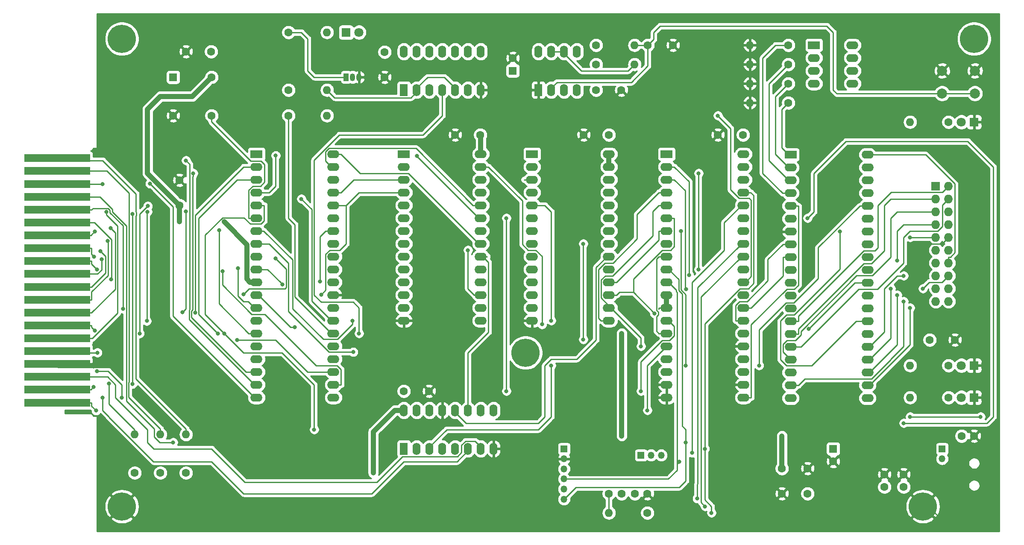
<source format=gbr>
G04 #@! TF.GenerationSoftware,KiCad,Pcbnew,(5.1.4)-1*
G04 #@! TF.CreationDate,2019-12-23T21:40:39+01:00*
G04 #@! TF.ProjectId,Z80Mini,5a38304d-696e-4692-9e6b-696361645f70,rev?*
G04 #@! TF.SameCoordinates,Original*
G04 #@! TF.FileFunction,Copper,L2,Bot*
G04 #@! TF.FilePolarity,Positive*
%FSLAX46Y46*%
G04 Gerber Fmt 4.6, Leading zero omitted, Abs format (unit mm)*
G04 Created by KiCad (PCBNEW (5.1.4)-1) date 2019-12-23 21:40:39*
%MOMM*%
%LPD*%
G04 APERTURE LIST*
%ADD10O,1.727200X1.727200*%
%ADD11R,1.727200X1.727200*%
%ADD12C,1.600000*%
%ADD13R,1.600000X1.600000*%
%ADD14C,5.600000*%
%ADD15O,1.600000X2.400000*%
%ADD16R,1.600000X2.400000*%
%ADD17O,1.350000X1.350000*%
%ADD18R,1.350000X1.350000*%
%ADD19O,1.600000X1.600000*%
%ADD20R,1.050000X1.500000*%
%ADD21O,1.050000X1.500000*%
%ADD22C,1.800000*%
%ADD23R,1.800000X1.800000*%
%ADD24O,2.400000X1.600000*%
%ADD25R,2.400000X1.600000*%
%ADD26C,2.000000*%
%ADD27R,13.000000X1.650000*%
%ADD28C,0.800000*%
%ADD29C,1.000000*%
%ADD30C,0.250000*%
%ADD31C,0.254000*%
G04 APERTURE END LIST*
D10*
X247650000Y-102870000D03*
X245110000Y-102870000D03*
X247650000Y-100330000D03*
X245110000Y-100330000D03*
X247650000Y-97790000D03*
X245110000Y-97790000D03*
X247650000Y-95250000D03*
X245110000Y-95250000D03*
X247650000Y-92710000D03*
X245110000Y-92710000D03*
X247650000Y-90170000D03*
X245110000Y-90170000D03*
X247650000Y-87630000D03*
X245110000Y-87630000D03*
X247650000Y-85090000D03*
X245110000Y-85090000D03*
X247650000Y-82550000D03*
X245110000Y-82550000D03*
X247650000Y-80010000D03*
D11*
X245110000Y-80010000D03*
D12*
X224790000Y-134580000D03*
D13*
X224790000Y-132080000D03*
D14*
X163830000Y-113030000D03*
X242570000Y-143510000D03*
X83820000Y-143510000D03*
X83820000Y-50800000D03*
X252730000Y-50800000D03*
D15*
X139700000Y-124460000D03*
X157480000Y-132080000D03*
X142240000Y-124460000D03*
X154940000Y-132080000D03*
X144780000Y-124460000D03*
X152400000Y-132080000D03*
X147320000Y-124460000D03*
X149860000Y-132080000D03*
X149860000Y-124460000D03*
X147320000Y-132080000D03*
X152400000Y-124460000D03*
X144780000Y-132080000D03*
X154940000Y-124460000D03*
X142240000Y-132080000D03*
X157480000Y-124460000D03*
D16*
X139700000Y-132080000D03*
D17*
X190690000Y-133350000D03*
X188690000Y-133350000D03*
D18*
X186690000Y-133350000D03*
D17*
X171450000Y-142080000D03*
X171450000Y-140080000D03*
X171450000Y-138080000D03*
X171450000Y-136080000D03*
X171450000Y-134080000D03*
D18*
X171450000Y-132080000D03*
D12*
X161290000Y-54650000D03*
D13*
X161290000Y-57150000D03*
D12*
X214630000Y-135970000D03*
X214630000Y-140970000D03*
D17*
X246380000Y-134080000D03*
D18*
X246380000Y-132080000D03*
D19*
X180340000Y-144780000D03*
D12*
X187960000Y-144780000D03*
X185460000Y-140970000D03*
X187960000Y-140970000D03*
X182840000Y-140970000D03*
X180340000Y-140970000D03*
D15*
X166370000Y-53340000D03*
X173990000Y-60960000D03*
X168910000Y-53340000D03*
X171450000Y-60960000D03*
X171450000Y-53340000D03*
X168910000Y-60960000D03*
X173990000Y-53340000D03*
D16*
X166370000Y-60960000D03*
D19*
X124460000Y-60960000D03*
D12*
X116840000Y-60960000D03*
D19*
X124460000Y-49530000D03*
D12*
X116840000Y-49530000D03*
D19*
X124460000Y-66040000D03*
D12*
X116840000Y-66040000D03*
D20*
X128270000Y-58420000D03*
D21*
X130810000Y-58420000D03*
X129540000Y-58420000D03*
D22*
X130810000Y-49530000D03*
D23*
X128270000Y-49530000D03*
D12*
X193040000Y-52070000D03*
X188040000Y-52070000D03*
D24*
X125730000Y-73660000D03*
X110490000Y-121920000D03*
X125730000Y-76200000D03*
X110490000Y-119380000D03*
X125730000Y-78740000D03*
X110490000Y-116840000D03*
X125730000Y-81280000D03*
X110490000Y-114300000D03*
X125730000Y-83820000D03*
X110490000Y-111760000D03*
X125730000Y-86360000D03*
X110490000Y-109220000D03*
X125730000Y-88900000D03*
X110490000Y-106680000D03*
X125730000Y-91440000D03*
X110490000Y-104140000D03*
X125730000Y-93980000D03*
X110490000Y-101600000D03*
X125730000Y-96520000D03*
X110490000Y-99060000D03*
X125730000Y-99060000D03*
X110490000Y-96520000D03*
X125730000Y-101600000D03*
X110490000Y-93980000D03*
X125730000Y-104140000D03*
X110490000Y-91440000D03*
X125730000Y-106680000D03*
X110490000Y-88900000D03*
X125730000Y-109220000D03*
X110490000Y-86360000D03*
X125730000Y-111760000D03*
X110490000Y-83820000D03*
X125730000Y-114300000D03*
X110490000Y-81280000D03*
X125730000Y-116840000D03*
X110490000Y-78740000D03*
X125730000Y-119380000D03*
X110490000Y-76200000D03*
X125730000Y-121920000D03*
D25*
X110490000Y-73660000D03*
D19*
X185420000Y-55880000D03*
D12*
X177800000Y-55880000D03*
D24*
X154940000Y-73660000D03*
X139700000Y-106680000D03*
X154940000Y-76200000D03*
X139700000Y-104140000D03*
X154940000Y-78740000D03*
X139700000Y-101600000D03*
X154940000Y-81280000D03*
X139700000Y-99060000D03*
X154940000Y-83820000D03*
X139700000Y-96520000D03*
X154940000Y-86360000D03*
X139700000Y-93980000D03*
X154940000Y-88900000D03*
X139700000Y-91440000D03*
X154940000Y-91440000D03*
X139700000Y-88900000D03*
X154940000Y-93980000D03*
X139700000Y-86360000D03*
X154940000Y-96520000D03*
X139700000Y-83820000D03*
X154940000Y-99060000D03*
X139700000Y-81280000D03*
X154940000Y-101600000D03*
X139700000Y-78740000D03*
X154940000Y-104140000D03*
X139700000Y-76200000D03*
X154940000Y-106680000D03*
D25*
X139700000Y-73660000D03*
D15*
X139700000Y-53340000D03*
X154940000Y-60960000D03*
X142240000Y-53340000D03*
X152400000Y-60960000D03*
X144780000Y-53340000D03*
X149860000Y-60960000D03*
X147320000Y-53340000D03*
X147320000Y-60960000D03*
X149860000Y-53340000D03*
X144780000Y-60960000D03*
X152400000Y-53340000D03*
X142240000Y-60960000D03*
X154940000Y-53340000D03*
D16*
X139700000Y-60960000D03*
D12*
X180340000Y-69850000D03*
X175340000Y-69850000D03*
D24*
X180340000Y-73660000D03*
X165100000Y-106680000D03*
X180340000Y-76200000D03*
X165100000Y-104140000D03*
X180340000Y-78740000D03*
X165100000Y-101600000D03*
X180340000Y-81280000D03*
X165100000Y-99060000D03*
X180340000Y-83820000D03*
X165100000Y-96520000D03*
X180340000Y-86360000D03*
X165100000Y-93980000D03*
X180340000Y-88900000D03*
X165100000Y-91440000D03*
X180340000Y-91440000D03*
X165100000Y-88900000D03*
X180340000Y-93980000D03*
X165100000Y-86360000D03*
X180340000Y-96520000D03*
X165100000Y-83820000D03*
X180340000Y-99060000D03*
X165100000Y-81280000D03*
X180340000Y-101600000D03*
X165100000Y-78740000D03*
X180340000Y-104140000D03*
X165100000Y-76200000D03*
X180340000Y-106680000D03*
D25*
X165100000Y-73660000D03*
D12*
X144700000Y-120650000D03*
X139700000Y-120650000D03*
X219710000Y-135970000D03*
X219710000Y-140970000D03*
D24*
X207010000Y-73660000D03*
X191770000Y-121920000D03*
X207010000Y-76200000D03*
X191770000Y-119380000D03*
X207010000Y-78740000D03*
X191770000Y-116840000D03*
X207010000Y-81280000D03*
X191770000Y-114300000D03*
X207010000Y-83820000D03*
X191770000Y-111760000D03*
X207010000Y-86360000D03*
X191770000Y-109220000D03*
X207010000Y-88900000D03*
X191770000Y-106680000D03*
X207010000Y-91440000D03*
X191770000Y-104140000D03*
X207010000Y-93980000D03*
X191770000Y-101600000D03*
X207010000Y-96520000D03*
X191770000Y-99060000D03*
X207010000Y-99060000D03*
X191770000Y-96520000D03*
X207010000Y-101600000D03*
X191770000Y-93980000D03*
X207010000Y-104140000D03*
X191770000Y-91440000D03*
X207010000Y-106680000D03*
X191770000Y-88900000D03*
X207010000Y-109220000D03*
X191770000Y-86360000D03*
X207010000Y-111760000D03*
X191770000Y-83820000D03*
X207010000Y-114300000D03*
X191770000Y-81280000D03*
X207010000Y-116840000D03*
X191770000Y-78740000D03*
X207010000Y-119380000D03*
X191770000Y-76200000D03*
X207010000Y-121920000D03*
D25*
X191770000Y-73660000D03*
D24*
X231590000Y-73780000D03*
X216350000Y-122040000D03*
X231590000Y-76320000D03*
X216350000Y-119500000D03*
X231590000Y-78860000D03*
X216350000Y-116960000D03*
X231590000Y-81400000D03*
X216350000Y-114420000D03*
X231590000Y-83940000D03*
X216350000Y-111880000D03*
X231590000Y-86480000D03*
X216350000Y-109340000D03*
X231590000Y-89020000D03*
X216350000Y-106800000D03*
X231590000Y-91560000D03*
X216350000Y-104260000D03*
X231590000Y-94100000D03*
X216350000Y-101720000D03*
X231590000Y-96640000D03*
X216350000Y-99180000D03*
X231590000Y-99180000D03*
X216350000Y-96640000D03*
X231590000Y-101720000D03*
X216350000Y-94100000D03*
X231590000Y-104260000D03*
X216350000Y-91560000D03*
X231590000Y-106800000D03*
X216350000Y-89020000D03*
X231590000Y-109340000D03*
X216350000Y-86480000D03*
X231590000Y-111880000D03*
X216350000Y-83940000D03*
X231590000Y-114420000D03*
X216350000Y-81400000D03*
X231590000Y-116960000D03*
X216350000Y-78860000D03*
X231590000Y-119500000D03*
X216350000Y-76320000D03*
X231590000Y-122040000D03*
D25*
X216350000Y-73780000D03*
D24*
X228600000Y-52070000D03*
X220980000Y-59690000D03*
X228600000Y-54610000D03*
X220980000Y-57150000D03*
X228600000Y-57150000D03*
X220980000Y-54610000D03*
X228600000Y-59690000D03*
D25*
X220980000Y-52070000D03*
D19*
X208280000Y-63500000D03*
D12*
X215900000Y-63500000D03*
D19*
X208280000Y-59690000D03*
D12*
X215900000Y-59690000D03*
D19*
X208280000Y-55880000D03*
D12*
X215900000Y-55880000D03*
D19*
X208280000Y-52070000D03*
D12*
X215900000Y-52070000D03*
D19*
X240030000Y-67310000D03*
D12*
X247650000Y-67310000D03*
D22*
X250190000Y-67310000D03*
D23*
X252730000Y-67310000D03*
D19*
X240030000Y-121920000D03*
D12*
X247650000Y-121920000D03*
D19*
X240030000Y-115570000D03*
D12*
X247650000Y-115570000D03*
D22*
X250190000Y-121920000D03*
D23*
X252730000Y-121920000D03*
D22*
X250190000Y-115570000D03*
D23*
X252730000Y-115570000D03*
D12*
X252730000Y-129540000D03*
X250230000Y-129540000D03*
X238760000Y-139660000D03*
X238760000Y-137160000D03*
X234950000Y-137160000D03*
X234950000Y-139660000D03*
D26*
X252880000Y-57150000D03*
X252880000Y-61650000D03*
X246380000Y-57150000D03*
X246380000Y-61650000D03*
D12*
X93980000Y-66040000D03*
X101600000Y-66040000D03*
X101600000Y-58420000D03*
D13*
X93980000Y-58420000D03*
D19*
X86360000Y-129240000D03*
D12*
X86360000Y-136860000D03*
D19*
X91440000Y-129240000D03*
D12*
X91440000Y-136860000D03*
D19*
X96520000Y-129240000D03*
D12*
X96520000Y-136860000D03*
D19*
X185420000Y-52070000D03*
D12*
X177800000Y-52070000D03*
D27*
X70993000Y-74486000D03*
X70993000Y-77036000D03*
X70993000Y-79586000D03*
X70993000Y-82136000D03*
X70993000Y-84686000D03*
X70993000Y-87236000D03*
X70993000Y-89786000D03*
X70993000Y-92336000D03*
X70993000Y-94886000D03*
X70993000Y-97436000D03*
X70993000Y-99986000D03*
X70993000Y-102536000D03*
X70993000Y-105086000D03*
X70993000Y-117836000D03*
X70993000Y-107636000D03*
X70993000Y-110186000D03*
X70993000Y-115286000D03*
X70993000Y-112736000D03*
X70993000Y-120386000D03*
X70993000Y-122936000D03*
D12*
X206930000Y-69850000D03*
X201930000Y-69850000D03*
X243920000Y-110490000D03*
X248920000Y-110490000D03*
X101520000Y-53340000D03*
X96520000Y-53340000D03*
X182800000Y-60960000D03*
X177800000Y-60960000D03*
X135890000Y-53420000D03*
X135890000Y-58420000D03*
X154860000Y-69850000D03*
X149860000Y-69850000D03*
X95250000Y-78820000D03*
X95250000Y-83820000D03*
D28*
X248400200Y-135255500D03*
X88900000Y-115570000D03*
X82550000Y-115570000D03*
X207275000Y-138165000D03*
X182880000Y-109220000D03*
X104085400Y-87095400D03*
X95250000Y-87095400D03*
X214630000Y-129540000D03*
X182880000Y-129540000D03*
X133650000Y-136860000D03*
X93980000Y-130810000D03*
X84012600Y-104312700D03*
X198120000Y-96520000D03*
X198120000Y-77470000D03*
X195654500Y-100405000D03*
X81702200Y-98505900D03*
X118110000Y-107950000D03*
X219965000Y-108328000D03*
X186690000Y-111760000D03*
X78426300Y-89014200D03*
X129540000Y-106680000D03*
X194617200Y-88972300D03*
X78310100Y-93996400D03*
X115664979Y-99490085D03*
X195580000Y-115570000D03*
X167089800Y-107425600D03*
X103784700Y-96855100D03*
X78875200Y-96525100D03*
X210102800Y-115570000D03*
X79804400Y-94482200D03*
X79589900Y-92923200D03*
X81011000Y-90903500D03*
X168910000Y-115570000D03*
X168910000Y-106680000D03*
X81551700Y-88310200D03*
X80010000Y-79586000D03*
X89392175Y-79517825D03*
X88743100Y-106741700D03*
X78468600Y-108662900D03*
X88900000Y-85090000D03*
X142264600Y-74010300D03*
X80733358Y-85138930D03*
X78964200Y-113030000D03*
X106680000Y-110490000D03*
X85898000Y-119222700D03*
X78210700Y-119799900D03*
X85927510Y-85545379D03*
X114300000Y-73951800D03*
X104140000Y-109220000D03*
X121920000Y-128270000D03*
X102870000Y-109220000D03*
X81280000Y-119150900D03*
X98334990Y-105119500D03*
X88950400Y-83964700D03*
X87344600Y-109220000D03*
X96513400Y-85026100D03*
X95852100Y-105039200D03*
X123316500Y-101512100D03*
X123069300Y-98924300D03*
X160020000Y-86360000D03*
X160020000Y-120650000D03*
X114269900Y-94375300D03*
X107907700Y-101486800D03*
X175260000Y-91440000D03*
X175260000Y-110410600D03*
X226113700Y-89044100D03*
X106859500Y-96340500D03*
X189383500Y-105265900D03*
X152400000Y-92710000D03*
X129674000Y-112896000D03*
X196212100Y-97654300D03*
X103087800Y-88770600D03*
X119380000Y-82550000D03*
X97963710Y-77470000D03*
X96520000Y-74930000D03*
X78706600Y-124493400D03*
X130810000Y-109220000D03*
X196850000Y-132889990D03*
X199390000Y-143510000D03*
X238760000Y-102870000D03*
X237490000Y-94745900D03*
X240030000Y-90170000D03*
X238760000Y-97790000D03*
X236220000Y-100330000D03*
X242570000Y-100330000D03*
X237490000Y-101600000D03*
X240030000Y-104140000D03*
X219710000Y-86360000D03*
X238760000Y-127000000D03*
X186690000Y-120650000D03*
X201930000Y-66040000D03*
X187960000Y-124460000D03*
X240030000Y-125730000D03*
X254000000Y-125730000D03*
X80010000Y-121920000D03*
X83820000Y-121920000D03*
X78908113Y-116670010D03*
X200660000Y-144780000D03*
X199339555Y-132080000D03*
X197825000Y-141945000D03*
X194310000Y-134620000D03*
X195580000Y-130810000D03*
D29*
X95029000Y-115349000D02*
X96299000Y-115349000D01*
X104140000Y-123190000D02*
X106680000Y-125730000D01*
X106680000Y-125730000D02*
X106680000Y-125730000D01*
D30*
X245638003Y-145505001D02*
X250734999Y-145505001D01*
X243840000Y-144780000D02*
X244913002Y-144780000D01*
X244913002Y-144780000D02*
X245638003Y-145505001D01*
X250734999Y-145505001D02*
X255270000Y-140970000D01*
X255270000Y-132080000D02*
X252730000Y-129540000D01*
X255270000Y-140970000D02*
X255270000Y-132080000D01*
X246380000Y-57150000D02*
X237039991Y-47809991D01*
X185870009Y-47809991D02*
X185420000Y-48260000D01*
X73927500Y-114878300D02*
X71400700Y-114878300D01*
X71400700Y-114878300D02*
X70993000Y-115286000D01*
D29*
X82550000Y-115570000D02*
X71277000Y-115570000D01*
X71277000Y-115570000D02*
X70993000Y-115286000D01*
X85090000Y-143510000D02*
X85090000Y-145138002D01*
D30*
X147320000Y-124060000D02*
X147320000Y-124460000D01*
X243840000Y-115570000D02*
X243840000Y-115570000D01*
X241300000Y-113030000D02*
X243840000Y-115570000D01*
X247650000Y-90170000D02*
X246380000Y-91440000D01*
X246380000Y-91440000D02*
X244620870Y-91440000D01*
X244620870Y-91440000D02*
X242570000Y-91440000D01*
X242570000Y-91440000D02*
X241300000Y-92710000D01*
X241300000Y-107950000D02*
X241300000Y-113030000D01*
X241300000Y-92710000D02*
X241300000Y-107950000D01*
X206930000Y-73580000D02*
X207010000Y-73660000D01*
X228790700Y-59690000D02*
X228600000Y-59499300D01*
X228600000Y-59690000D02*
X228790700Y-59690000D01*
D29*
X154940000Y-69930000D02*
X154860000Y-69850000D01*
X154940000Y-73660000D02*
X154940000Y-69930000D01*
X108589990Y-91599990D02*
X104085400Y-87095400D01*
X108589990Y-98429990D02*
X108589990Y-91599990D01*
X109220000Y-99060000D02*
X108589990Y-98429990D01*
X110490000Y-99060000D02*
X109220000Y-99060000D01*
X191770000Y-101600000D02*
X191770000Y-104140000D01*
D30*
X190244700Y-104464400D02*
X190244700Y-104140000D01*
X191770000Y-104140000D02*
X190244700Y-104140000D01*
D29*
X135810000Y-53340000D02*
X135890000Y-53420000D01*
X182880000Y-109220000D02*
X182880000Y-129540000D01*
D30*
X90170000Y-78740000D02*
X90170000Y-78740000D01*
D29*
X101520000Y-58340000D02*
X101600000Y-58420000D01*
X95250000Y-87095400D02*
X95250000Y-83820000D01*
X97790000Y-62230000D02*
X101600000Y-58420000D01*
X91440000Y-62230000D02*
X97790000Y-62230000D01*
X88900000Y-64770000D02*
X91440000Y-62230000D01*
X95250000Y-83820000D02*
X88900000Y-77470000D01*
X88900000Y-77470000D02*
X88900000Y-64770000D01*
X180340000Y-76200000D02*
X180340000Y-73660000D01*
X214630000Y-135970000D02*
X214630000Y-129540000D01*
X133650000Y-136860000D02*
X133650000Y-128710000D01*
X133650000Y-128710000D02*
X137900000Y-124460000D01*
X137900000Y-124460000D02*
X139700000Y-124460000D01*
D30*
X110890000Y-114300000D02*
X110490000Y-114300000D01*
X86619300Y-85926593D02*
X86652512Y-85893381D01*
X86619300Y-85164165D02*
X86619300Y-81539300D01*
X86652512Y-85893381D02*
X86652512Y-85197377D01*
X86652512Y-85197377D02*
X86619300Y-85164165D01*
X80016010Y-74936010D02*
X70993000Y-74936010D01*
X86619300Y-81539300D02*
X80016010Y-74936010D01*
X86619300Y-118207930D02*
X86619300Y-85926593D01*
X96520000Y-129240000D02*
X96520000Y-128108630D01*
X96520000Y-128108630D02*
X86619300Y-118207930D01*
X80846000Y-77036000D02*
X70993000Y-77036000D01*
X91440000Y-129240000D02*
X91440000Y-128114700D01*
X85172700Y-121847400D02*
X85172700Y-118922300D01*
X85172700Y-118922300D02*
X85202500Y-118892500D01*
X91440000Y-128114700D02*
X85172700Y-121847400D01*
X85202500Y-118892500D02*
X85202500Y-81392500D01*
X85202500Y-81392500D02*
X80846000Y-77036000D01*
X93414315Y-130810000D02*
X93980000Y-130810000D01*
X91344998Y-130810000D02*
X93414315Y-130810000D01*
X90244100Y-129709102D02*
X91344998Y-130810000D01*
X90244100Y-129465900D02*
X90244100Y-129709102D01*
X90244100Y-129465900D02*
X90244100Y-129671200D01*
X207010000Y-121920000D02*
X208535300Y-121920000D01*
X217086400Y-100450000D02*
X215579900Y-100450000D01*
X217875300Y-99661100D02*
X217086400Y-100450000D01*
X208535300Y-107494600D02*
X208535300Y-121920000D01*
X215579900Y-100450000D02*
X208535300Y-107494600D01*
X216350000Y-83940000D02*
X217875300Y-83940000D01*
X217875300Y-83940000D02*
X217875300Y-99661100D01*
X84722400Y-122633900D02*
X90244100Y-128155600D01*
X81908370Y-85081668D02*
X84752200Y-87925500D01*
X79439841Y-82136000D02*
X81908370Y-84604529D01*
X84722400Y-118735700D02*
X84722400Y-122633900D01*
X84752200Y-87925500D02*
X84752200Y-118705900D01*
X81908370Y-84604529D02*
X81908370Y-85081668D01*
X70993000Y-82136000D02*
X79439841Y-82136000D01*
X90244100Y-128155600D02*
X90244100Y-129465900D01*
X84752200Y-118705900D02*
X84722400Y-118735700D01*
X198120000Y-96520000D02*
X198120000Y-77470000D01*
X81458359Y-84790929D02*
X81458359Y-85282159D01*
X81081359Y-84413929D02*
X81458359Y-84790929D01*
X84012600Y-103747015D02*
X84012600Y-104312700D01*
X70993000Y-84686000D02*
X77818300Y-84686000D01*
X77818300Y-84686000D02*
X78090371Y-84413929D01*
X81458359Y-85282159D02*
X84012600Y-87836400D01*
X78090371Y-84413929D02*
X81081359Y-84413929D01*
X84012600Y-87836400D02*
X84012600Y-103747015D01*
X195654500Y-100405000D02*
X195473000Y-100223500D01*
X195473000Y-100223500D02*
X195473000Y-80917700D01*
X195473000Y-80917700D02*
X193295300Y-78740000D01*
X191770000Y-78740000D02*
X193295300Y-78740000D01*
X81702200Y-98505900D02*
X81736300Y-98471800D01*
X81736300Y-98471800D02*
X81736300Y-90603000D01*
X81736300Y-90603000D02*
X78369300Y-87236000D01*
X78369300Y-87236000D02*
X77818300Y-87236000D01*
X70993000Y-87236000D02*
X77818300Y-87236000D01*
X117544315Y-107950000D02*
X118110000Y-107950000D01*
X117240000Y-107950000D02*
X117544315Y-107950000D01*
X110890000Y-101600000D02*
X117240000Y-107950000D01*
X110490000Y-101600000D02*
X110890000Y-101600000D01*
X191770000Y-83820000D02*
X190244700Y-83820000D01*
X180773500Y-104140000D02*
X178808100Y-102174600D01*
X178808100Y-102174600D02*
X178808100Y-98580800D01*
X178808100Y-98580800D02*
X179598900Y-97790000D01*
X179598900Y-97790000D02*
X181076400Y-97790000D01*
X181076400Y-97790000D02*
X188998400Y-89868000D01*
X188998400Y-89868000D02*
X188998400Y-85066300D01*
X188998400Y-85066300D02*
X190244700Y-83820000D01*
X180340000Y-104140000D02*
X180773500Y-104140000D01*
X219965000Y-108328000D02*
X229113000Y-99180000D01*
X229113000Y-99180000D02*
X231590000Y-99180000D01*
X70993000Y-89786000D02*
X77818300Y-89786000D01*
X77818300Y-89786000D02*
X77818300Y-89622200D01*
X77818300Y-89622200D02*
X78426300Y-89014200D01*
X110490000Y-88900000D02*
X111940000Y-88900000D01*
X117659989Y-104326400D02*
X123723589Y-110390000D01*
X117659989Y-94619989D02*
X117659989Y-104326400D01*
X111940000Y-88900000D02*
X117659989Y-94619989D01*
X126551004Y-110390000D02*
X129540000Y-107401004D01*
X123723589Y-110390000D02*
X126551004Y-110390000D01*
X129540000Y-107401004D02*
X129540000Y-106680000D01*
X129540000Y-106680000D02*
X129540000Y-106680000D01*
X186690000Y-111194315D02*
X186690000Y-111760000D01*
X186690000Y-110090000D02*
X186690000Y-111194315D01*
X180740000Y-104140000D02*
X186690000Y-110090000D01*
X180340000Y-104140000D02*
X180740000Y-104140000D01*
X70993000Y-92336000D02*
X77818300Y-92336000D01*
X77818300Y-92336000D02*
X77818300Y-93504600D01*
X77818300Y-93504600D02*
X78310100Y-93996400D01*
X180340000Y-99060000D02*
X181865300Y-99060000D01*
X191770000Y-88900000D02*
X190244700Y-88900000D01*
X190244700Y-88900000D02*
X190244700Y-90680600D01*
X190244700Y-90680600D02*
X181865300Y-99060000D01*
X194617200Y-88972300D02*
X194617200Y-100546963D01*
X194617200Y-100546963D02*
X195580000Y-101509763D01*
X232290000Y-104260000D02*
X231590000Y-104260000D01*
X232410000Y-104140000D02*
X232290000Y-104260000D01*
X112694894Y-96520000D02*
X115264980Y-99090086D01*
X115264980Y-99090086D02*
X115664979Y-99490085D01*
X110490000Y-96520000D02*
X112694894Y-96520000D01*
X195580000Y-115570000D02*
X195580000Y-101600000D01*
X154940000Y-76200000D02*
X156465300Y-76200000D01*
X156465300Y-76200000D02*
X163201700Y-82936400D01*
X163201700Y-82936400D02*
X163201700Y-91581900D01*
X163201700Y-91581900D02*
X164329800Y-92710000D01*
X164329800Y-92710000D02*
X165836300Y-92710000D01*
X165836300Y-92710000D02*
X167089800Y-93963500D01*
X167089800Y-93963500D02*
X167089800Y-107425600D01*
X70993000Y-94886000D02*
X77818300Y-94886000D01*
X125730000Y-119380000D02*
X127255300Y-119380000D01*
X103784700Y-96855100D02*
X103784700Y-99634900D01*
X103784700Y-99634900D02*
X109559800Y-105410000D01*
X109559800Y-105410000D02*
X112175100Y-105410000D01*
X112175100Y-105410000D02*
X122335100Y-115570000D01*
X122335100Y-115570000D02*
X126491600Y-115570000D01*
X126491600Y-115570000D02*
X127255300Y-116333700D01*
X127255300Y-116333700D02*
X127255300Y-119380000D01*
X77818300Y-94886000D02*
X77818300Y-95468200D01*
X77818300Y-95468200D02*
X78875200Y-96525100D01*
X230064700Y-83940000D02*
X221820600Y-92184100D01*
X221820600Y-92184100D02*
X221820600Y-98289200D01*
X221820600Y-98289200D02*
X216975200Y-103134600D01*
X216975200Y-103134600D02*
X215472100Y-103134600D01*
X215472100Y-103134600D02*
X210102800Y-108503900D01*
X210102800Y-108503900D02*
X210102800Y-112800700D01*
X231590000Y-83940000D02*
X230064700Y-83940000D01*
X210102800Y-112800700D02*
X210102800Y-115570000D01*
X77818300Y-97436000D02*
X78990100Y-97436000D01*
X78990100Y-97436000D02*
X79804400Y-96621700D01*
X79804400Y-96621700D02*
X79804400Y-94482200D01*
X70993000Y-97436000D02*
X77818300Y-97436000D01*
X207010000Y-106680000D02*
X205484700Y-106680000D01*
X216350000Y-91560000D02*
X214824700Y-91560000D01*
X214824700Y-91560000D02*
X211839400Y-94545300D01*
X211839400Y-94545300D02*
X211839400Y-98769500D01*
X211839400Y-98769500D02*
X207738900Y-102870000D01*
X207738900Y-102870000D02*
X206254700Y-102870000D01*
X206254700Y-102870000D02*
X205484700Y-103640000D01*
X205484700Y-103640000D02*
X205484700Y-106680000D01*
X79589900Y-92923200D02*
X80563200Y-93896500D01*
X80563200Y-93896500D02*
X80563200Y-97241100D01*
X80563200Y-97241100D02*
X77818300Y-99986000D01*
X70993000Y-99986000D02*
X77818300Y-99986000D01*
X70993000Y-102536000D02*
X77818300Y-102536000D01*
X77818300Y-102536000D02*
X77818300Y-100993400D01*
X77818300Y-100993400D02*
X81045400Y-97766300D01*
X81045400Y-97766300D02*
X81045400Y-90937900D01*
X81045400Y-90937900D02*
X81011000Y-90903500D01*
X167640000Y-83820000D02*
X165100000Y-83820000D01*
X168910000Y-105410000D02*
X168910000Y-85090000D01*
X168910000Y-85090000D02*
X167640000Y-83820000D01*
X168910000Y-106680000D02*
X168910000Y-105410000D01*
X168910000Y-115570000D02*
X168910000Y-125730000D01*
X166370000Y-128270000D02*
X148190000Y-128270000D01*
X168910000Y-125730000D02*
X166370000Y-128270000D01*
X148190000Y-128270000D02*
X144780000Y-131680000D01*
X144780000Y-131680000D02*
X144780000Y-132080000D01*
X77818300Y-105086000D02*
X82480000Y-100424300D01*
X82480000Y-100424300D02*
X82480000Y-89238500D01*
X82480000Y-89238500D02*
X81551700Y-88310200D01*
X70993000Y-105086000D02*
X77818300Y-105086000D01*
X125730000Y-81280000D02*
X127255300Y-81280000D01*
X127255300Y-81280000D02*
X129795300Y-78740000D01*
X129795300Y-78740000D02*
X139700000Y-78740000D01*
X163574600Y-78740000D02*
X163574700Y-78740000D01*
X165100000Y-78740000D02*
X163574700Y-78740000D01*
X80010000Y-79586000D02*
X70993000Y-79586000D01*
X89792174Y-79917824D02*
X89392175Y-79517825D01*
X110490000Y-121920000D02*
X110090000Y-121920000D01*
X110090000Y-121920000D02*
X93980000Y-105810000D01*
X93980000Y-84105650D02*
X89392175Y-79517825D01*
X93980000Y-105810000D02*
X93980000Y-84105650D01*
X70993000Y-107636000D02*
X77818300Y-107636000D01*
X77818300Y-107636000D02*
X77818300Y-108012600D01*
X77818300Y-108012600D02*
X78468600Y-108662900D01*
X142118700Y-72524000D02*
X124874995Y-72524000D01*
X125330000Y-76200000D02*
X125730000Y-76200000D01*
X154940000Y-83820000D02*
X153414700Y-83820000D01*
X153414700Y-83820000D02*
X142118700Y-72524000D01*
X124204700Y-75074700D02*
X125330000Y-76200000D01*
X124874995Y-72524000D02*
X124204700Y-73194295D01*
X124204700Y-73194295D02*
X124204700Y-75074700D01*
X88743100Y-85246900D02*
X88900000Y-85090000D01*
X88743100Y-106741700D02*
X88743100Y-85246900D01*
X142264600Y-74084600D02*
X142264600Y-74010300D01*
X154540000Y-86360000D02*
X142264600Y-74084600D01*
X154940000Y-86360000D02*
X154540000Y-86360000D01*
X80733358Y-85704615D02*
X80733358Y-85138930D01*
X70993000Y-110186000D02*
X77971300Y-110186000D01*
X82930400Y-105226900D02*
X82930400Y-87901657D01*
X82930400Y-87901657D02*
X80733358Y-85704615D01*
X77971300Y-110186000D02*
X82930400Y-105226900D01*
X106680000Y-110490000D02*
X114300000Y-110490000D01*
X114300000Y-110490000D02*
X120650000Y-116840000D01*
X120650000Y-116840000D02*
X125730000Y-116840000D01*
X71287000Y-113030000D02*
X70993000Y-112736000D01*
X78964200Y-113030000D02*
X71287000Y-113030000D01*
X70993000Y-120386000D02*
X77818300Y-120386000D01*
X77818300Y-120386000D02*
X77818300Y-120192300D01*
X77818300Y-120192300D02*
X78210700Y-119799900D01*
X114300000Y-80010000D02*
X114300000Y-73951800D01*
X113030000Y-81280000D02*
X114300000Y-80010000D01*
X110490000Y-81280000D02*
X113030000Y-81280000D01*
X85898000Y-85574889D02*
X85927510Y-85545379D01*
X85898000Y-119222700D02*
X85898000Y-85574889D01*
X100300000Y-105403800D02*
X100300000Y-89714060D01*
X100300000Y-89714060D02*
X103743669Y-86270391D01*
X100323800Y-105403800D02*
X104140000Y-109220000D01*
X100300000Y-105403800D02*
X100323800Y-105403800D01*
X104140000Y-109220000D02*
X107950000Y-113030000D01*
X107950000Y-113030000D02*
X115570000Y-113030000D01*
X103743669Y-86270391D02*
X108008791Y-86270391D01*
X108008791Y-86270391D02*
X109255800Y-87517400D01*
X109255800Y-87517400D02*
X111419800Y-87517400D01*
X111419800Y-87517400D02*
X112015300Y-86921900D01*
X110490000Y-83820000D02*
X112015300Y-83820000D01*
X112015300Y-86921900D02*
X112015300Y-83820000D01*
X115570000Y-113030000D02*
X121920000Y-119380000D01*
X121920000Y-119380000D02*
X121920000Y-128270000D01*
X121920000Y-128270000D02*
X121920000Y-128270000D01*
X144780000Y-124060000D02*
X144780000Y-124460000D01*
X110490000Y-78740000D02*
X110090000Y-78740000D01*
X106680000Y-78740000D02*
X110490000Y-78740000D01*
X99060000Y-86360000D02*
X106680000Y-78740000D01*
X102870000Y-109220000D02*
X99060000Y-105410000D01*
X99060000Y-105410000D02*
X99060000Y-86360000D01*
X81280000Y-119150900D02*
X81280000Y-120650000D01*
X81280000Y-120650000D02*
X81280000Y-123190000D01*
X81280000Y-123190000D02*
X86360000Y-128270000D01*
X86360000Y-128270000D02*
X86360000Y-129240000D01*
X110490000Y-76200000D02*
X110090000Y-76200000D01*
X107950000Y-76200000D02*
X110490000Y-76200000D01*
X98334990Y-105119500D02*
X98334990Y-85815010D01*
X98334990Y-85815010D02*
X107950000Y-76200000D01*
X88950400Y-83964700D02*
X87344600Y-85570500D01*
X125730000Y-73660000D02*
X127255300Y-73660000D01*
X127255300Y-73660000D02*
X131065300Y-77470000D01*
X154540000Y-91440000D02*
X154940000Y-91440000D01*
X140570000Y-77470000D02*
X154540000Y-91440000D01*
X131065300Y-77470000D02*
X140570000Y-77470000D01*
X87344600Y-108654315D02*
X87344600Y-106965400D01*
X87344600Y-109220000D02*
X87344600Y-108654315D01*
X87344600Y-85570500D02*
X87344600Y-106965400D01*
X87344600Y-106965400D02*
X87344600Y-107508300D01*
X95852100Y-105039200D02*
X96513400Y-104377900D01*
X96513400Y-85591785D02*
X96513400Y-85026100D01*
X96513400Y-104377900D02*
X96513400Y-85591785D01*
X139700000Y-81280000D02*
X130810000Y-81280000D01*
X128270000Y-83820000D02*
X125730000Y-83820000D01*
X130810000Y-81280000D02*
X128270000Y-83820000D01*
X125001100Y-92710000D02*
X126454100Y-92710000D01*
X126130000Y-83820000D02*
X125730000Y-83820000D01*
X126454100Y-92710000D02*
X127000000Y-92710000D01*
X127000000Y-92710000D02*
X128270000Y-91440000D01*
X128270000Y-91440000D02*
X128270000Y-83820000D01*
X124199300Y-93511800D02*
X125001100Y-92710000D01*
X124199300Y-100629300D02*
X124199300Y-93511800D01*
X123316500Y-101512100D02*
X124199300Y-100629300D01*
X125730000Y-88900000D02*
X124204700Y-88900000D01*
X123069300Y-98924300D02*
X123069300Y-90035400D01*
X123069300Y-90035400D02*
X124204700Y-88900000D01*
X160020000Y-120650000D02*
X160020000Y-86360000D01*
X165500000Y-91440000D02*
X165100000Y-91440000D01*
X175260000Y-91440000D02*
X175260000Y-91440000D01*
X109033800Y-100360700D02*
X116172889Y-100360700D01*
X116389989Y-100143600D02*
X116389989Y-96495389D01*
X116389989Y-96495389D02*
X114669899Y-94775299D01*
X116172889Y-100360700D02*
X116389989Y-100143600D01*
X114669899Y-94775299D02*
X114269900Y-94375300D01*
X107907700Y-101486800D02*
X109033800Y-100360700D01*
X175260000Y-110410600D02*
X175260000Y-91440000D01*
X207010000Y-104140000D02*
X208535300Y-104140000D01*
X216350000Y-94100000D02*
X214824700Y-94100000D01*
X214824700Y-94100000D02*
X214824700Y-97850600D01*
X214824700Y-97850600D02*
X208535300Y-104140000D01*
X226113700Y-89044100D02*
X226113700Y-96495300D01*
X226113700Y-96495300D02*
X217079000Y-105530000D01*
X217079000Y-105530000D02*
X215569200Y-105530000D01*
X215569200Y-105530000D02*
X214365400Y-106733800D01*
X214365400Y-106733800D02*
X214365400Y-114445000D01*
X214365400Y-114445000D02*
X215532600Y-115612200D01*
X215532600Y-115612200D02*
X220516200Y-115612200D01*
X220516200Y-115612200D02*
X229328400Y-106800000D01*
X229328400Y-106800000D02*
X231590000Y-106800000D01*
X110490000Y-104140000D02*
X110090000Y-104140000D01*
X110090000Y-104140000D02*
X108820000Y-102870000D01*
X108820000Y-102870000D02*
X107950000Y-102870000D01*
X106859500Y-101779500D02*
X106859500Y-96340500D01*
X107950000Y-102870000D02*
X106859500Y-101779500D01*
X193295300Y-86360000D02*
X193295300Y-91974300D01*
X193295300Y-91974300D02*
X192559600Y-92710000D01*
X192559600Y-92710000D02*
X190877800Y-92710000D01*
X190877800Y-92710000D02*
X185179500Y-98408300D01*
X185179500Y-98408300D02*
X185179500Y-101061900D01*
X185179500Y-101061900D02*
X182403400Y-101061900D01*
X182403400Y-101061900D02*
X181865300Y-101600000D01*
X191770000Y-86360000D02*
X193295300Y-86360000D01*
X180340000Y-101600000D02*
X181865300Y-101600000D01*
X185179500Y-101061900D02*
X189383500Y-105265900D01*
X152400000Y-92710000D02*
X152400000Y-100330000D01*
X152400000Y-100330000D02*
X153670000Y-101600000D01*
X153670000Y-101600000D02*
X154940000Y-101600000D01*
X178306300Y-106171600D02*
X178306300Y-96522200D01*
X178306300Y-96522200D02*
X179578500Y-95250000D01*
X179578500Y-95250000D02*
X181119800Y-95250000D01*
X181119800Y-95250000D02*
X185895800Y-90474000D01*
X185895800Y-90474000D02*
X185895800Y-85628900D01*
X185895800Y-85628900D02*
X190244700Y-81280000D01*
X178927300Y-106680000D02*
X178814700Y-106680000D01*
X178814700Y-106680000D02*
X178306300Y-106171600D01*
X191770000Y-81280000D02*
X190244700Y-81280000D01*
X180340000Y-106680000D02*
X178927300Y-106680000D01*
X113030000Y-91440000D02*
X110490000Y-91440000D01*
X124850900Y-112896000D02*
X116840000Y-104885100D01*
X116840000Y-104885100D02*
X116840000Y-95250000D01*
X116840000Y-95250000D02*
X113030000Y-91440000D01*
X129674000Y-112896000D02*
X124850900Y-112896000D01*
X196212100Y-97654300D02*
X196212100Y-79116800D01*
X196212100Y-79116800D02*
X193295300Y-76200000D01*
X191770000Y-76200000D02*
X193295300Y-76200000D01*
X103087800Y-88770600D02*
X103059400Y-88799000D01*
X103059400Y-88799000D02*
X103059400Y-103314700D01*
X103059400Y-103314700D02*
X108964700Y-109220000D01*
X110490000Y-109220000D02*
X108964700Y-109220000D01*
X121469989Y-102819989D02*
X121469989Y-88449989D01*
X125330000Y-106680000D02*
X121469989Y-102819989D01*
X125730000Y-106680000D02*
X125330000Y-106680000D01*
X121469989Y-88449989D02*
X121469989Y-84639989D01*
X121469989Y-84639989D02*
X119380000Y-82550000D01*
X97843600Y-78155795D02*
X97963710Y-78035685D01*
X97843600Y-104537886D02*
X97843600Y-78155795D01*
X97963710Y-78035685D02*
X97963710Y-77470000D01*
X97609988Y-104771498D02*
X97843600Y-104537886D01*
X97609988Y-106040488D02*
X97609988Y-104771498D01*
X108409500Y-116840000D02*
X97609988Y-106040488D01*
X110490000Y-116840000D02*
X108409500Y-116840000D01*
X97238700Y-104506375D02*
X97238700Y-75648700D01*
X110090000Y-119380000D02*
X97159977Y-106449977D01*
X110490000Y-119380000D02*
X110090000Y-119380000D01*
X97159977Y-104585098D02*
X97238700Y-104506375D01*
X97238700Y-75648700D02*
X96520000Y-74930000D01*
X97159977Y-106449977D02*
X97159977Y-104585098D01*
X70993000Y-122936000D02*
X77818300Y-122936000D01*
X77818300Y-122936000D02*
X77818300Y-123605100D01*
X77818300Y-123605100D02*
X78706600Y-124493400D01*
X143510000Y-69850000D02*
X147320000Y-66040000D01*
X126912585Y-69850000D02*
X143510000Y-69850000D01*
X147320000Y-66040000D02*
X147320000Y-60960000D01*
X130810000Y-104140000D02*
X129684990Y-103014990D01*
X130810000Y-109220000D02*
X130810000Y-104140000D01*
X129684990Y-103014990D02*
X123334990Y-103014990D01*
X123334990Y-103014990D02*
X121920000Y-101600000D01*
X121920000Y-101600000D02*
X121920000Y-74842585D01*
X121920000Y-74842585D02*
X126912585Y-69850000D01*
X203200000Y-87230000D02*
X203200000Y-92710000D01*
X196850000Y-99060000D02*
X196850000Y-132324305D01*
X196850000Y-132324305D02*
X196850000Y-132889990D01*
X206610000Y-83820000D02*
X203200000Y-87230000D01*
X203200000Y-92710000D02*
X196850000Y-99060000D01*
X207010000Y-83820000D02*
X206610000Y-83820000D01*
X189794300Y-94430400D02*
X190244700Y-93980000D01*
X190108800Y-105566400D02*
X190108800Y-104965400D01*
X189794300Y-105880900D02*
X190108800Y-105566400D01*
X189794300Y-108769600D02*
X189794300Y-105880900D01*
X189794300Y-104650900D02*
X189794300Y-94430400D01*
X190108800Y-104965400D02*
X189794300Y-104650900D01*
X190244700Y-109220000D02*
X189794300Y-108769600D01*
X191770000Y-109220000D02*
X190244700Y-109220000D01*
X191770000Y-93980000D02*
X190244700Y-93980000D01*
X199390000Y-143510000D02*
X199390000Y-143510000D01*
X198603700Y-101986300D02*
X198603700Y-137997800D01*
X207010000Y-93980000D02*
X206610000Y-93980000D01*
X206610000Y-93980000D02*
X198603700Y-101986300D01*
X198603700Y-137997800D02*
X198603700Y-142723700D01*
X198603700Y-142723700D02*
X199390000Y-143510000D01*
X216350000Y-81400000D02*
X215950000Y-81400000D01*
X214750000Y-81400000D02*
X216350000Y-81400000D01*
X210820000Y-77470000D02*
X214750000Y-81400000D01*
X210820000Y-54610000D02*
X210820000Y-77470000D01*
X215900000Y-52070000D02*
X213360000Y-52070000D01*
X213360000Y-52070000D02*
X210820000Y-54610000D01*
X215950000Y-78860000D02*
X212090000Y-75000000D01*
X216350000Y-78860000D02*
X215950000Y-78860000D01*
X212090000Y-59690000D02*
X215900000Y-55880000D01*
X212090000Y-75000000D02*
X212090000Y-59690000D01*
X215950000Y-76320000D02*
X213360000Y-73730000D01*
X216350000Y-76320000D02*
X215950000Y-76320000D01*
X213360000Y-62230000D02*
X215900000Y-59690000D01*
X213360000Y-73730000D02*
X213360000Y-62230000D01*
X215950000Y-73780000D02*
X214630000Y-72460000D01*
X216350000Y-73780000D02*
X215950000Y-73780000D01*
X214630000Y-64770000D02*
X215900000Y-63500000D01*
X214630000Y-72460000D02*
X214630000Y-64770000D01*
X243108600Y-73780000D02*
X231590000Y-73780000D01*
X247650000Y-95250000D02*
X247650000Y-94061100D01*
X247650000Y-94061100D02*
X248021500Y-94061100D01*
X248021500Y-94061100D02*
X248882900Y-93199700D01*
X248882900Y-93199700D02*
X248882900Y-79554300D01*
X248882900Y-79554300D02*
X243108600Y-73780000D01*
X216350000Y-119500000D02*
X217875300Y-119500000D01*
X232375700Y-118230000D02*
X219145300Y-118230000D01*
X219145300Y-118230000D02*
X217875300Y-119500000D01*
X236220000Y-114385700D02*
X236220000Y-114300000D01*
X232375700Y-118230000D02*
X236220000Y-114385700D01*
X238760000Y-111760000D02*
X238760000Y-102870000D01*
X236220000Y-114300000D02*
X238760000Y-111760000D01*
X232509700Y-97765300D02*
X229437500Y-97765300D01*
X229437500Y-97765300D02*
X218391300Y-108811500D01*
X218391300Y-108811500D02*
X218391300Y-109488900D01*
X218391300Y-109488900D02*
X217270200Y-110610000D01*
X217270200Y-110610000D02*
X215619400Y-110610000D01*
X215619400Y-110610000D02*
X214820100Y-111409300D01*
X214820100Y-111409300D02*
X214820100Y-112890100D01*
X214820100Y-112890100D02*
X216350000Y-114420000D01*
X232509700Y-97765300D02*
X236220000Y-94055000D01*
X237490000Y-85090000D02*
X245110000Y-85090000D01*
X236220000Y-94055000D02*
X236220000Y-86360000D01*
X236220000Y-86360000D02*
X237490000Y-85090000D01*
X218432500Y-111880000D02*
X216350000Y-111880000D01*
X229862500Y-100450000D02*
X218432500Y-111880000D01*
X233560000Y-100450000D02*
X229862500Y-100450000D01*
X238760000Y-95250000D02*
X233560000Y-100450000D01*
X240030000Y-88900000D02*
X238760000Y-90170000D01*
X238760000Y-90170000D02*
X238760000Y-95250000D01*
X245543300Y-88900000D02*
X240030000Y-88900000D01*
X246461100Y-87982200D02*
X245543300Y-88900000D01*
X247650000Y-82550000D02*
X246461100Y-83738900D01*
X246461100Y-83738900D02*
X246461100Y-87982200D01*
X232417800Y-95370000D02*
X230832400Y-95370000D01*
X230832400Y-95370000D02*
X217875300Y-108327100D01*
X217875300Y-108327100D02*
X217875300Y-109340000D01*
X216350000Y-109340000D02*
X217875300Y-109340000D01*
X232417800Y-95370000D02*
X234950000Y-92837800D01*
X234950000Y-92837800D02*
X234950000Y-83820000D01*
X234950000Y-83820000D02*
X236220000Y-82550000D01*
X236220000Y-82550000D02*
X245110000Y-82550000D01*
X246786401Y-80873599D02*
X247650000Y-80010000D01*
X233680000Y-92215200D02*
X233680000Y-83820000D01*
X233065200Y-92830000D02*
X233680000Y-92215200D01*
X230861800Y-92830000D02*
X233065200Y-92830000D01*
X217875300Y-105816500D02*
X230861800Y-92830000D01*
X216350000Y-106800000D02*
X217875300Y-106800000D01*
X217875300Y-106800000D02*
X217875300Y-105816500D01*
X233680000Y-83820000D02*
X236301399Y-81198601D01*
X236301399Y-81198601D02*
X246461399Y-81198601D01*
X246461399Y-81198601D02*
X246786401Y-80873599D01*
X237490000Y-88900000D02*
X237490000Y-94745900D01*
X245110000Y-87630000D02*
X238760000Y-87630000D01*
X238760000Y-87630000D02*
X237490000Y-88900000D01*
X240030000Y-90170000D02*
X242570000Y-90170000D01*
X242570000Y-90170000D02*
X245110000Y-90170000D01*
X231990000Y-111880000D02*
X231590000Y-111880000D01*
X234950000Y-108920000D02*
X231990000Y-111880000D01*
X234950000Y-100330000D02*
X234950000Y-108920000D01*
X237490000Y-97790000D02*
X234950000Y-100330000D01*
X238760000Y-97790000D02*
X237490000Y-97790000D01*
X231990000Y-114420000D02*
X231590000Y-114420000D01*
X231990000Y-114420000D02*
X236220000Y-110190000D01*
X236220000Y-110190000D02*
X236220000Y-101600000D01*
X236220000Y-101600000D02*
X236220000Y-100330000D01*
X242570000Y-100330000D02*
X242570000Y-100330000D01*
X243840000Y-99060000D02*
X242570000Y-100330000D01*
X244620870Y-99060000D02*
X243840000Y-99060000D01*
X246380000Y-99060000D02*
X244620870Y-99060000D01*
X247650000Y-97790000D02*
X246380000Y-99060000D01*
X245110000Y-100330000D02*
X245110000Y-100546400D01*
X231990000Y-116960000D02*
X231590000Y-116960000D01*
X237490000Y-111460000D02*
X231990000Y-116960000D01*
X237490000Y-101600000D02*
X237490000Y-111460000D01*
X231590000Y-119500000D02*
X231990000Y-119500000D01*
X231990000Y-119500000D02*
X240030000Y-111460000D01*
X240030000Y-111460000D02*
X240030000Y-105410000D01*
X240030000Y-105410000D02*
X240030000Y-104140000D01*
X251460000Y-71120000D02*
X227330000Y-71120000D01*
X227330000Y-71120000D02*
X224790000Y-73660000D01*
X224790000Y-73660000D02*
X220980000Y-77470000D01*
X220980000Y-77470000D02*
X220980000Y-85090000D01*
X220980000Y-85090000D02*
X219710000Y-86360000D01*
X219710000Y-86360000D02*
X219710000Y-86360000D01*
X238760000Y-127000000D02*
X245110000Y-127000000D01*
X245110000Y-127000000D02*
X245110000Y-127000000D01*
X245110000Y-127000000D02*
X255270000Y-127000000D01*
X255270000Y-127000000D02*
X256540000Y-125730000D01*
X256540000Y-125730000D02*
X256540000Y-76200000D01*
X256540000Y-76200000D02*
X251460000Y-71120000D01*
X190904006Y-110634990D02*
X186690000Y-114848996D01*
X192346014Y-110634990D02*
X190904006Y-110634990D01*
X193295010Y-109685994D02*
X192346014Y-110634990D01*
X193295010Y-107805010D02*
X193295010Y-109685994D01*
X191770000Y-106680000D02*
X192170000Y-106680000D01*
X192170000Y-106680000D02*
X193295010Y-107805010D01*
X186690000Y-120650000D02*
X186690000Y-120650000D01*
X186690000Y-114848996D02*
X186690000Y-120650000D01*
X207010000Y-99060000D02*
X207410000Y-99060000D01*
X207410000Y-99060000D02*
X208535010Y-97934990D01*
X208535010Y-97934990D02*
X208535010Y-82805010D01*
X206144006Y-82405010D02*
X204470000Y-80731004D01*
X208535010Y-82805010D02*
X208135010Y-82405010D01*
X208135010Y-82405010D02*
X206144006Y-82405010D01*
X204470000Y-80731004D02*
X204470000Y-68580000D01*
X144780000Y-60960000D02*
X144780000Y-60560000D01*
X204470000Y-68580000D02*
X201930000Y-66040000D01*
X110490000Y-86360000D02*
X108964700Y-86360000D01*
X101600000Y-66040000D02*
X101600000Y-67276200D01*
X101600000Y-67276200D02*
X109373200Y-75049400D01*
X109373200Y-75049400D02*
X111354800Y-75049400D01*
X111354800Y-75049400D02*
X112062500Y-75757100D01*
X112062500Y-75757100D02*
X112062500Y-79228400D01*
X112062500Y-79228400D02*
X111280900Y-80010000D01*
X111280900Y-80010000D02*
X109768200Y-80010000D01*
X109768200Y-80010000D02*
X108964700Y-80813500D01*
X108964700Y-80813500D02*
X108964700Y-86360000D01*
X187960000Y-119380000D02*
X187960000Y-116295001D01*
X187960000Y-119380000D02*
X187960000Y-115570000D01*
X187960000Y-115570000D02*
X191770000Y-111760000D01*
X187960000Y-119380000D02*
X187960000Y-124460000D01*
X240030000Y-125730000D02*
X254000000Y-125730000D01*
X88900000Y-130810000D02*
X90170000Y-132080000D01*
X88900000Y-128270000D02*
X88900000Y-130810000D01*
X82550000Y-119380000D02*
X82550000Y-121920000D01*
X82550000Y-121920000D02*
X88900000Y-128270000D01*
X70993000Y-117836000D02*
X81006000Y-117836000D01*
X81006000Y-117836000D02*
X82550000Y-119380000D01*
X90170000Y-132080000D02*
X101600000Y-132080000D01*
X101600000Y-132080000D02*
X108205010Y-138685010D01*
X108205010Y-138685010D02*
X134364990Y-138685010D01*
X134364990Y-138685010D02*
X139444999Y-133605001D01*
X139444999Y-133605001D02*
X139445008Y-133605010D01*
X153814990Y-130554990D02*
X154940000Y-131680000D01*
X154940000Y-131680000D02*
X154940000Y-132080000D01*
X151130000Y-131358996D02*
X151934006Y-130554990D01*
X151934006Y-130554990D02*
X153814990Y-130554990D01*
X139445008Y-133605010D02*
X150325994Y-133605010D01*
X150325994Y-133605010D02*
X151130000Y-132801004D01*
X151130000Y-132801004D02*
X151130000Y-131358996D01*
X80010000Y-121920000D02*
X80010000Y-121920000D01*
X83820000Y-121920000D02*
X83820000Y-119380000D01*
X81110010Y-116670010D02*
X79473798Y-116670010D01*
X79473798Y-116670010D02*
X78908113Y-116670010D01*
X83820000Y-119380000D02*
X81110010Y-116670010D01*
X80010000Y-124460000D02*
X81280000Y-125730000D01*
X80010000Y-121920000D02*
X80010000Y-124460000D01*
X81280000Y-125730000D02*
X81280000Y-125825002D01*
X81280000Y-125825002D02*
X90074998Y-134620000D01*
X90074998Y-134620000D02*
X101600000Y-134620000D01*
X107950000Y-140970000D02*
X133350000Y-140970000D01*
X101600000Y-134620000D02*
X107950000Y-140970000D01*
X150260000Y-134620000D02*
X152400000Y-132480000D01*
X133350000Y-140970000D02*
X139700000Y-134620000D01*
X139700000Y-134620000D02*
X150260000Y-134620000D01*
X152400000Y-132480000D02*
X152400000Y-132080000D01*
X171450000Y-53340000D02*
X171450000Y-53740000D01*
X168910000Y-53340000D02*
X171450000Y-53340000D01*
X168910000Y-53340000D02*
X168910000Y-53740000D01*
X171450000Y-53740000D02*
X174860000Y-57150000D01*
X184150000Y-57150000D02*
X185420000Y-55880000D01*
X174860000Y-57150000D02*
X184150000Y-57150000D01*
X246380000Y-61650000D02*
X252880000Y-61650000D01*
X185420000Y-52070000D02*
X188040000Y-52070000D01*
X168910000Y-60560000D02*
X168910000Y-60960000D01*
X170035010Y-59434990D02*
X168910000Y-60560000D01*
X184800012Y-59434990D02*
X170035010Y-59434990D01*
X188040000Y-56195002D02*
X184800012Y-59434990D01*
X188040000Y-52070000D02*
X188040000Y-56195002D01*
X246380000Y-61650000D02*
X225480000Y-61650000D01*
X225480000Y-61650000D02*
X224790000Y-60960000D01*
X224790000Y-60960000D02*
X224790000Y-49530000D01*
X224790000Y-49530000D02*
X223520000Y-48260000D01*
X223520000Y-48260000D02*
X190500000Y-48260000D01*
X190500000Y-48260000D02*
X189230000Y-49530000D01*
X189230000Y-50880000D02*
X188040000Y-52070000D01*
X189230000Y-49530000D02*
X189230000Y-50880000D01*
X128270000Y-58420000D02*
X121920000Y-58420000D01*
X121920000Y-58420000D02*
X120650000Y-57150000D01*
X120650000Y-57150000D02*
X120650000Y-50800000D01*
X120650000Y-50800000D02*
X119380000Y-49530000D01*
X119380000Y-49530000D02*
X116840000Y-49530000D01*
X139700000Y-60960000D02*
X139700000Y-60560000D01*
X180340000Y-140970000D02*
X180340000Y-144780000D01*
X156210000Y-93980000D02*
X154940000Y-93980000D01*
X155340000Y-93980000D02*
X154940000Y-93980000D01*
X156465010Y-95105010D02*
X155340000Y-93980000D01*
X156465010Y-108964990D02*
X156465010Y-95105010D01*
X156465010Y-108964990D02*
X152400000Y-113030000D01*
X152400000Y-113030000D02*
X152400000Y-124460000D01*
X152400000Y-124460000D02*
X152400000Y-124060000D01*
X152400000Y-124460000D02*
X152400000Y-124860000D01*
X168910000Y-114300000D02*
X173990000Y-114300000D01*
X173990000Y-114300000D02*
X177800000Y-110490000D01*
X179940000Y-93980000D02*
X180340000Y-93980000D01*
X177800000Y-96120000D02*
X179940000Y-93980000D01*
X177800000Y-110490000D02*
X177800000Y-96120000D01*
X167640000Y-115570000D02*
X168910000Y-114300000D01*
X167640000Y-125730000D02*
X167640000Y-115570000D01*
X166370000Y-127000000D02*
X167640000Y-125730000D01*
X152000000Y-127000000D02*
X166370000Y-127000000D01*
X149860000Y-124860000D02*
X152000000Y-127000000D01*
X149860000Y-124460000D02*
X149860000Y-124860000D01*
X116840000Y-73660000D02*
X116840000Y-73660000D01*
X116840000Y-71120000D02*
X116840000Y-66040000D01*
X116840000Y-86360000D02*
X116840000Y-71120000D01*
X118110000Y-87630000D02*
X116840000Y-86360000D01*
X118110000Y-102000000D02*
X118110000Y-87630000D01*
X125730000Y-109220000D02*
X125330000Y-109220000D01*
X125330000Y-109220000D02*
X118110000Y-102000000D01*
X142240000Y-61360000D02*
X142240000Y-60960000D01*
X141114999Y-62485001D02*
X142240000Y-61360000D01*
X125985001Y-62485001D02*
X141114999Y-62485001D01*
X124460000Y-60960000D02*
X125985001Y-62485001D01*
X142240000Y-60560000D02*
X144380000Y-58420000D01*
X142240000Y-60960000D02*
X142240000Y-60560000D01*
X149860000Y-60560000D02*
X149860000Y-60960000D01*
X147720000Y-58420000D02*
X149860000Y-60560000D01*
X144380000Y-58420000D02*
X147720000Y-58420000D01*
X200660000Y-143510000D02*
X199339555Y-142189555D01*
X200660000Y-144780000D02*
X200660000Y-143510000D01*
X199329000Y-107287000D02*
X199329000Y-132019000D01*
X209040300Y-81860300D02*
X209040300Y-99263000D01*
X209040300Y-99263000D02*
X207973300Y-100330000D01*
X206286000Y-100330000D02*
X199329000Y-107287000D01*
X207973300Y-100330000D02*
X206286000Y-100330000D01*
X199329000Y-132019000D02*
X199339555Y-132029555D01*
X208460000Y-81280000D02*
X209040300Y-81860300D01*
X207010000Y-81280000D02*
X208460000Y-81280000D01*
X199339555Y-132080000D02*
X199339555Y-142189555D01*
X197919608Y-100130392D02*
X197919608Y-139020011D01*
X207010000Y-91440000D02*
X206610000Y-91440000D01*
X206610000Y-91440000D02*
X197919608Y-100130392D01*
X197825000Y-139114619D02*
X197825000Y-141945000D01*
X197919608Y-139020011D02*
X197825000Y-139114619D01*
X192170000Y-99060000D02*
X193717178Y-100607178D01*
X193717178Y-100607178D02*
X193717178Y-100919763D01*
X193717178Y-100919763D02*
X193865599Y-101068184D01*
X191770000Y-99060000D02*
X192170000Y-99060000D01*
X193865599Y-101068184D02*
X193865599Y-131635599D01*
X193865599Y-131635599D02*
X193865599Y-135064401D01*
X194310000Y-134620000D02*
X193865599Y-135064401D01*
X192120000Y-138080000D02*
X171450000Y-138080000D01*
X193865599Y-135064401D02*
X193865599Y-136334401D01*
X193865599Y-136334401D02*
X192120000Y-138080000D01*
X194167189Y-100733363D02*
X194847900Y-101414074D01*
X194167189Y-98517189D02*
X194167189Y-100733363D01*
X191770000Y-96520000D02*
X192170000Y-96520000D01*
X192170000Y-96520000D02*
X194167189Y-98517189D01*
X195580000Y-138430000D02*
X194310000Y-139700000D01*
X173830000Y-139700000D02*
X171450000Y-142080000D01*
X194310000Y-139700000D02*
X173830000Y-139700000D01*
X195580000Y-128270000D02*
X194847900Y-127537900D01*
X195580000Y-130810000D02*
X195580000Y-128270000D01*
X194847900Y-101414074D02*
X194847900Y-127537900D01*
X195580000Y-138430000D02*
X195580000Y-137160000D01*
X195580000Y-137160000D02*
X195580000Y-130810000D01*
D31*
G36*
X257683000Y-148463000D02*
G01*
X78867000Y-148463000D01*
X78867000Y-145926481D01*
X81583124Y-145926481D01*
X81895308Y-146375177D01*
X82491259Y-146695612D01*
X83138273Y-146893626D01*
X83811484Y-146961610D01*
X84485023Y-146896949D01*
X85133006Y-146702130D01*
X85730530Y-146384639D01*
X85744692Y-146375177D01*
X86056876Y-145926481D01*
X83820000Y-143689605D01*
X81583124Y-145926481D01*
X78867000Y-145926481D01*
X78867000Y-143501484D01*
X80368390Y-143501484D01*
X80433051Y-144175023D01*
X80627870Y-144823006D01*
X80945361Y-145420530D01*
X80954823Y-145434692D01*
X81403519Y-145746876D01*
X83640395Y-143510000D01*
X83999605Y-143510000D01*
X86236481Y-145746876D01*
X86685177Y-145434692D01*
X87005612Y-144838741D01*
X87203626Y-144191727D01*
X87271610Y-143518516D01*
X87206949Y-142844977D01*
X87012130Y-142196994D01*
X86694639Y-141599470D01*
X86685177Y-141585308D01*
X86236481Y-141273124D01*
X83999605Y-143510000D01*
X83640395Y-143510000D01*
X81403519Y-141273124D01*
X80954823Y-141585308D01*
X80634388Y-142181259D01*
X80436374Y-142828273D01*
X80368390Y-143501484D01*
X78867000Y-143501484D01*
X78867000Y-141093519D01*
X81583124Y-141093519D01*
X83820000Y-143330395D01*
X86056876Y-141093519D01*
X85744692Y-140644823D01*
X85148741Y-140324388D01*
X84501727Y-140126374D01*
X83828516Y-140058390D01*
X83154977Y-140123051D01*
X82506994Y-140317870D01*
X81909470Y-140635361D01*
X81895308Y-140644823D01*
X81583124Y-141093519D01*
X78867000Y-141093519D01*
X78867000Y-136718665D01*
X84925000Y-136718665D01*
X84925000Y-137001335D01*
X84980147Y-137278574D01*
X85088320Y-137539727D01*
X85245363Y-137774759D01*
X85445241Y-137974637D01*
X85680273Y-138131680D01*
X85941426Y-138239853D01*
X86218665Y-138295000D01*
X86501335Y-138295000D01*
X86778574Y-138239853D01*
X87039727Y-138131680D01*
X87274759Y-137974637D01*
X87474637Y-137774759D01*
X87631680Y-137539727D01*
X87739853Y-137278574D01*
X87795000Y-137001335D01*
X87795000Y-136718665D01*
X90005000Y-136718665D01*
X90005000Y-137001335D01*
X90060147Y-137278574D01*
X90168320Y-137539727D01*
X90325363Y-137774759D01*
X90525241Y-137974637D01*
X90760273Y-138131680D01*
X91021426Y-138239853D01*
X91298665Y-138295000D01*
X91581335Y-138295000D01*
X91858574Y-138239853D01*
X92119727Y-138131680D01*
X92354759Y-137974637D01*
X92554637Y-137774759D01*
X92711680Y-137539727D01*
X92819853Y-137278574D01*
X92875000Y-137001335D01*
X92875000Y-136718665D01*
X95085000Y-136718665D01*
X95085000Y-137001335D01*
X95140147Y-137278574D01*
X95248320Y-137539727D01*
X95405363Y-137774759D01*
X95605241Y-137974637D01*
X95840273Y-138131680D01*
X96101426Y-138239853D01*
X96378665Y-138295000D01*
X96661335Y-138295000D01*
X96938574Y-138239853D01*
X97199727Y-138131680D01*
X97434759Y-137974637D01*
X97634637Y-137774759D01*
X97791680Y-137539727D01*
X97899853Y-137278574D01*
X97955000Y-137001335D01*
X97955000Y-136718665D01*
X97899853Y-136441426D01*
X97791680Y-136180273D01*
X97634637Y-135945241D01*
X97434759Y-135745363D01*
X97199727Y-135588320D01*
X96938574Y-135480147D01*
X96661335Y-135425000D01*
X96378665Y-135425000D01*
X96101426Y-135480147D01*
X95840273Y-135588320D01*
X95605241Y-135745363D01*
X95405363Y-135945241D01*
X95248320Y-136180273D01*
X95140147Y-136441426D01*
X95085000Y-136718665D01*
X92875000Y-136718665D01*
X92819853Y-136441426D01*
X92711680Y-136180273D01*
X92554637Y-135945241D01*
X92354759Y-135745363D01*
X92119727Y-135588320D01*
X91858574Y-135480147D01*
X91581335Y-135425000D01*
X91298665Y-135425000D01*
X91021426Y-135480147D01*
X90760273Y-135588320D01*
X90525241Y-135745363D01*
X90325363Y-135945241D01*
X90168320Y-136180273D01*
X90060147Y-136441426D01*
X90005000Y-136718665D01*
X87795000Y-136718665D01*
X87739853Y-136441426D01*
X87631680Y-136180273D01*
X87474637Y-135945241D01*
X87274759Y-135745363D01*
X87039727Y-135588320D01*
X86778574Y-135480147D01*
X86501335Y-135425000D01*
X86218665Y-135425000D01*
X85941426Y-135480147D01*
X85680273Y-135588320D01*
X85445241Y-135745363D01*
X85245363Y-135945241D01*
X85088320Y-136180273D01*
X84980147Y-136441426D01*
X84925000Y-136718665D01*
X78867000Y-136718665D01*
X78867000Y-125730000D01*
X78864560Y-125705224D01*
X78857333Y-125681399D01*
X78845597Y-125659443D01*
X78829803Y-125640197D01*
X78810557Y-125624403D01*
X78788601Y-125612667D01*
X78764776Y-125605440D01*
X78740000Y-125603000D01*
X78120685Y-125603000D01*
X78120450Y-125600617D01*
X78082710Y-125476207D01*
X78021425Y-125361550D01*
X77938948Y-125261052D01*
X77838450Y-125178575D01*
X77723793Y-125117290D01*
X77599383Y-125079550D01*
X77502419Y-125070000D01*
X77470000Y-125066807D01*
X77437581Y-125070000D01*
X72517000Y-125070000D01*
X72517000Y-124399072D01*
X77493000Y-124399072D01*
X77533484Y-124395085D01*
X77671600Y-124533201D01*
X77671600Y-124595339D01*
X77711374Y-124795298D01*
X77789395Y-124983656D01*
X77902663Y-125153174D01*
X78046826Y-125297337D01*
X78216344Y-125410605D01*
X78404702Y-125488626D01*
X78604661Y-125528400D01*
X78808539Y-125528400D01*
X79008498Y-125488626D01*
X79196856Y-125410605D01*
X79366374Y-125297337D01*
X79510537Y-125153174D01*
X79557735Y-125082536D01*
X80566619Y-126091421D01*
X80574454Y-126117249D01*
X80645026Y-126249278D01*
X80739999Y-126365003D01*
X80769002Y-126388805D01*
X89511203Y-135131008D01*
X89534997Y-135160001D01*
X89563990Y-135183795D01*
X89563994Y-135183799D01*
X89600048Y-135213387D01*
X89650722Y-135254974D01*
X89782751Y-135325546D01*
X89926012Y-135369003D01*
X90037665Y-135380000D01*
X90037674Y-135380000D01*
X90074997Y-135383676D01*
X90112320Y-135380000D01*
X101285199Y-135380000D01*
X107386201Y-141481003D01*
X107409999Y-141510001D01*
X107438997Y-141533799D01*
X107525723Y-141604974D01*
X107620669Y-141655724D01*
X107657753Y-141675546D01*
X107801014Y-141719003D01*
X107912667Y-141730000D01*
X107912676Y-141730000D01*
X107949999Y-141733676D01*
X107987322Y-141730000D01*
X133312678Y-141730000D01*
X133350000Y-141733676D01*
X133387322Y-141730000D01*
X133387333Y-141730000D01*
X133498986Y-141719003D01*
X133642247Y-141675546D01*
X133774276Y-141604974D01*
X133890001Y-141510001D01*
X133913804Y-141480997D01*
X140014802Y-135380000D01*
X150222678Y-135380000D01*
X150260000Y-135383676D01*
X150297322Y-135380000D01*
X150297333Y-135380000D01*
X150408986Y-135369003D01*
X150552247Y-135325546D01*
X150684276Y-135254974D01*
X150800001Y-135160001D01*
X150823804Y-135130997D01*
X152074094Y-133880708D01*
X152118692Y-133894236D01*
X152400000Y-133921943D01*
X152681309Y-133894236D01*
X152951808Y-133812182D01*
X153201101Y-133678932D01*
X153419608Y-133499608D01*
X153598932Y-133281101D01*
X153670000Y-133148142D01*
X153741068Y-133281101D01*
X153920393Y-133499608D01*
X154138900Y-133678932D01*
X154388193Y-133812182D01*
X154658692Y-133894236D01*
X154940000Y-133921943D01*
X155221309Y-133894236D01*
X155491808Y-133812182D01*
X155741101Y-133678932D01*
X155959608Y-133499608D01*
X156138932Y-133281101D01*
X156207265Y-133153259D01*
X156357399Y-133382839D01*
X156555105Y-133584500D01*
X156788354Y-133743715D01*
X157048182Y-133854367D01*
X157130961Y-133871904D01*
X157353000Y-133749915D01*
X157353000Y-132207000D01*
X157607000Y-132207000D01*
X157607000Y-133749915D01*
X157829039Y-133871904D01*
X157911818Y-133854367D01*
X158171646Y-133743715D01*
X158404895Y-133584500D01*
X158602601Y-133382839D01*
X158757166Y-133146483D01*
X158862650Y-132884514D01*
X158915000Y-132607000D01*
X158915000Y-132207000D01*
X157607000Y-132207000D01*
X157353000Y-132207000D01*
X157333000Y-132207000D01*
X157333000Y-131953000D01*
X157353000Y-131953000D01*
X157353000Y-130410085D01*
X157607000Y-130410085D01*
X157607000Y-131953000D01*
X158915000Y-131953000D01*
X158915000Y-131553000D01*
X158887082Y-131405000D01*
X170136928Y-131405000D01*
X170136928Y-132755000D01*
X170149188Y-132879482D01*
X170185498Y-132999180D01*
X170244463Y-133109494D01*
X170323815Y-133206185D01*
X170417559Y-133283119D01*
X170320527Y-133416371D01*
X170212762Y-133649472D01*
X170182090Y-133750600D01*
X170305776Y-133953000D01*
X171323000Y-133953000D01*
X171323000Y-133933000D01*
X171577000Y-133933000D01*
X171577000Y-133953000D01*
X172594224Y-133953000D01*
X172717910Y-133750600D01*
X172687238Y-133649472D01*
X172579473Y-133416371D01*
X172482441Y-133283119D01*
X172576185Y-133206185D01*
X172655537Y-133109494D01*
X172714502Y-132999180D01*
X172750812Y-132879482D01*
X172763072Y-132755000D01*
X172763072Y-132675000D01*
X185376928Y-132675000D01*
X185376928Y-134025000D01*
X185389188Y-134149482D01*
X185425498Y-134269180D01*
X185484463Y-134379494D01*
X185563815Y-134476185D01*
X185660506Y-134555537D01*
X185770820Y-134614502D01*
X185890518Y-134650812D01*
X186015000Y-134663072D01*
X187365000Y-134663072D01*
X187489482Y-134650812D01*
X187609180Y-134614502D01*
X187719494Y-134555537D01*
X187816185Y-134476185D01*
X187889074Y-134387369D01*
X187958682Y-134444495D01*
X188186259Y-134566138D01*
X188433195Y-134641045D01*
X188625649Y-134660000D01*
X188754351Y-134660000D01*
X188946805Y-134641045D01*
X189193741Y-134566138D01*
X189421318Y-134444495D01*
X189620792Y-134280792D01*
X189690000Y-134196461D01*
X189759208Y-134280792D01*
X189958682Y-134444495D01*
X190186259Y-134566138D01*
X190433195Y-134641045D01*
X190625649Y-134660000D01*
X190754351Y-134660000D01*
X190946805Y-134641045D01*
X191193741Y-134566138D01*
X191421318Y-134444495D01*
X191620792Y-134280792D01*
X191784495Y-134081318D01*
X191906138Y-133853741D01*
X191981045Y-133606805D01*
X192006338Y-133350000D01*
X191981045Y-133093195D01*
X191906138Y-132846259D01*
X191784495Y-132618682D01*
X191620792Y-132419208D01*
X191421318Y-132255505D01*
X191193741Y-132133862D01*
X190946805Y-132058955D01*
X190754351Y-132040000D01*
X190625649Y-132040000D01*
X190433195Y-132058955D01*
X190186259Y-132133862D01*
X189958682Y-132255505D01*
X189759208Y-132419208D01*
X189690000Y-132503539D01*
X189620792Y-132419208D01*
X189421318Y-132255505D01*
X189193741Y-132133862D01*
X188946805Y-132058955D01*
X188754351Y-132040000D01*
X188625649Y-132040000D01*
X188433195Y-132058955D01*
X188186259Y-132133862D01*
X187958682Y-132255505D01*
X187889074Y-132312631D01*
X187816185Y-132223815D01*
X187719494Y-132144463D01*
X187609180Y-132085498D01*
X187489482Y-132049188D01*
X187365000Y-132036928D01*
X186015000Y-132036928D01*
X185890518Y-132049188D01*
X185770820Y-132085498D01*
X185660506Y-132144463D01*
X185563815Y-132223815D01*
X185484463Y-132320506D01*
X185425498Y-132430820D01*
X185389188Y-132550518D01*
X185376928Y-132675000D01*
X172763072Y-132675000D01*
X172763072Y-131405000D01*
X172750812Y-131280518D01*
X172714502Y-131160820D01*
X172655537Y-131050506D01*
X172576185Y-130953815D01*
X172479494Y-130874463D01*
X172369180Y-130815498D01*
X172249482Y-130779188D01*
X172125000Y-130766928D01*
X170775000Y-130766928D01*
X170650518Y-130779188D01*
X170530820Y-130815498D01*
X170420506Y-130874463D01*
X170323815Y-130953815D01*
X170244463Y-131050506D01*
X170185498Y-131160820D01*
X170149188Y-131280518D01*
X170136928Y-131405000D01*
X158887082Y-131405000D01*
X158862650Y-131275486D01*
X158757166Y-131013517D01*
X158602601Y-130777161D01*
X158404895Y-130575500D01*
X158171646Y-130416285D01*
X157911818Y-130305633D01*
X157829039Y-130288096D01*
X157607000Y-130410085D01*
X157353000Y-130410085D01*
X157130961Y-130288096D01*
X157048182Y-130305633D01*
X156788354Y-130416285D01*
X156555105Y-130575500D01*
X156357399Y-130777161D01*
X156207265Y-131006741D01*
X156138932Y-130878899D01*
X155959607Y-130660392D01*
X155741100Y-130481068D01*
X155491807Y-130347818D01*
X155221308Y-130265764D01*
X154940000Y-130238057D01*
X154658691Y-130265764D01*
X154614094Y-130279292D01*
X154378793Y-130043992D01*
X154354991Y-130014989D01*
X154239266Y-129920016D01*
X154107237Y-129849444D01*
X153963976Y-129805987D01*
X153852323Y-129794990D01*
X153852312Y-129794990D01*
X153814990Y-129791314D01*
X153777668Y-129794990D01*
X151971328Y-129794990D01*
X151934005Y-129791314D01*
X151896682Y-129794990D01*
X151896673Y-129794990D01*
X151785020Y-129805987D01*
X151641759Y-129849444D01*
X151509730Y-129920016D01*
X151394005Y-130014989D01*
X151370207Y-130043988D01*
X150810510Y-130603685D01*
X150661100Y-130481068D01*
X150411807Y-130347818D01*
X150141308Y-130265764D01*
X149860000Y-130238057D01*
X149578691Y-130265764D01*
X149308192Y-130347818D01*
X149058899Y-130481068D01*
X148840392Y-130660393D01*
X148661068Y-130878900D01*
X148590000Y-131011858D01*
X148518932Y-130878899D01*
X148339607Y-130660392D01*
X148121100Y-130481068D01*
X147871807Y-130347818D01*
X147601308Y-130265764D01*
X147320000Y-130238057D01*
X147294204Y-130240598D01*
X148504802Y-129030000D01*
X166332678Y-129030000D01*
X166370000Y-129033676D01*
X166407322Y-129030000D01*
X166407333Y-129030000D01*
X166518986Y-129019003D01*
X166662247Y-128975546D01*
X166794276Y-128904974D01*
X166910001Y-128810001D01*
X166933804Y-128780997D01*
X169421008Y-126293795D01*
X169450001Y-126270001D01*
X169473795Y-126241008D01*
X169473799Y-126241004D01*
X169544973Y-126154277D01*
X169544974Y-126154276D01*
X169615546Y-126022247D01*
X169659003Y-125878986D01*
X169670000Y-125767333D01*
X169670000Y-125767324D01*
X169673676Y-125730001D01*
X169670000Y-125692678D01*
X169670000Y-116273711D01*
X169713937Y-116229774D01*
X169827205Y-116060256D01*
X169905226Y-115871898D01*
X169945000Y-115671939D01*
X169945000Y-115468061D01*
X169905226Y-115268102D01*
X169827205Y-115079744D01*
X169814013Y-115060000D01*
X173952678Y-115060000D01*
X173990000Y-115063676D01*
X174027322Y-115060000D01*
X174027333Y-115060000D01*
X174138986Y-115049003D01*
X174282247Y-115005546D01*
X174414276Y-114934974D01*
X174530001Y-114840001D01*
X174553804Y-114810997D01*
X178311004Y-111053798D01*
X178340001Y-111030001D01*
X178434974Y-110914276D01*
X178505546Y-110782247D01*
X178549003Y-110638986D01*
X178560000Y-110527333D01*
X178560000Y-110527325D01*
X178563676Y-110490000D01*
X178560000Y-110452675D01*
X178560000Y-109164249D01*
X181745000Y-109164249D01*
X181745001Y-129595752D01*
X181761424Y-129762499D01*
X181826325Y-129976447D01*
X181931717Y-130173623D01*
X182073552Y-130346449D01*
X182246378Y-130488284D01*
X182443554Y-130593676D01*
X182657502Y-130658577D01*
X182880000Y-130680491D01*
X183102499Y-130658577D01*
X183316447Y-130593676D01*
X183513623Y-130488284D01*
X183686449Y-130346449D01*
X183828284Y-130173623D01*
X183933676Y-129976447D01*
X183998577Y-129762499D01*
X184015000Y-129595752D01*
X184015000Y-109164248D01*
X183998577Y-108997501D01*
X183933676Y-108783553D01*
X183828284Y-108586377D01*
X183686449Y-108413551D01*
X183513623Y-108271716D01*
X183316446Y-108166324D01*
X183102498Y-108101423D01*
X182880000Y-108079509D01*
X182657501Y-108101423D01*
X182443553Y-108166324D01*
X182246377Y-108271716D01*
X182073551Y-108413551D01*
X181931716Y-108586377D01*
X181826324Y-108783554D01*
X181761423Y-108997502D01*
X181745000Y-109164249D01*
X178560000Y-109164249D01*
X178560000Y-107396936D01*
X178665714Y-107429003D01*
X178715861Y-107433942D01*
X178741068Y-107481101D01*
X178920392Y-107699608D01*
X179138899Y-107878932D01*
X179388192Y-108012182D01*
X179658691Y-108094236D01*
X179869508Y-108115000D01*
X180810492Y-108115000D01*
X181021309Y-108094236D01*
X181291808Y-108012182D01*
X181541101Y-107878932D01*
X181759608Y-107699608D01*
X181938932Y-107481101D01*
X182072182Y-107231808D01*
X182154236Y-106961309D01*
X182181943Y-106680000D01*
X182179402Y-106654204D01*
X185930000Y-110404802D01*
X185930001Y-111056288D01*
X185886063Y-111100226D01*
X185772795Y-111269744D01*
X185694774Y-111458102D01*
X185655000Y-111658061D01*
X185655000Y-111861939D01*
X185694774Y-112061898D01*
X185772795Y-112250256D01*
X185886063Y-112419774D01*
X186030226Y-112563937D01*
X186199744Y-112677205D01*
X186388102Y-112755226D01*
X186588061Y-112795000D01*
X186791939Y-112795000D01*
X186991898Y-112755226D01*
X187180256Y-112677205D01*
X187349774Y-112563937D01*
X187493937Y-112419774D01*
X187607205Y-112250256D01*
X187685226Y-112061898D01*
X187725000Y-111861939D01*
X187725000Y-111658061D01*
X187685226Y-111458102D01*
X187607205Y-111269744D01*
X187493937Y-111100226D01*
X187450000Y-111056289D01*
X187450000Y-110127325D01*
X187453676Y-110090000D01*
X187450000Y-110052675D01*
X187450000Y-110052667D01*
X187439003Y-109941014D01*
X187395546Y-109797753D01*
X187324974Y-109665724D01*
X187230001Y-109549999D01*
X187201004Y-109526202D01*
X182140708Y-104465907D01*
X182154236Y-104421309D01*
X182181943Y-104140000D01*
X182154236Y-103858691D01*
X182072182Y-103588192D01*
X181938932Y-103338899D01*
X181759608Y-103120392D01*
X181541101Y-102941068D01*
X181408142Y-102870000D01*
X181541101Y-102798932D01*
X181759608Y-102619608D01*
X181938932Y-102401101D01*
X181964139Y-102353942D01*
X182014286Y-102349003D01*
X182157547Y-102305546D01*
X182289576Y-102234974D01*
X182405301Y-102140001D01*
X182429103Y-102110998D01*
X182718202Y-101821900D01*
X184864699Y-101821900D01*
X188348500Y-105305702D01*
X188348500Y-105367839D01*
X188388274Y-105567798D01*
X188466295Y-105756156D01*
X188579563Y-105925674D01*
X188723726Y-106069837D01*
X188893244Y-106183105D01*
X189034301Y-106241533D01*
X189034300Y-108732277D01*
X189030624Y-108769600D01*
X189034300Y-108806922D01*
X189034300Y-108806932D01*
X189045297Y-108918585D01*
X189083311Y-109043901D01*
X189088754Y-109061846D01*
X189159326Y-109193876D01*
X189193713Y-109235776D01*
X189254299Y-109309601D01*
X189283303Y-109333404D01*
X189680896Y-109730997D01*
X189704699Y-109760001D01*
X189820424Y-109854974D01*
X189952453Y-109925546D01*
X190095714Y-109969003D01*
X190145861Y-109973942D01*
X190171068Y-110021101D01*
X190293684Y-110170509D01*
X186179003Y-114285192D01*
X186149999Y-114308995D01*
X186094871Y-114376170D01*
X186055026Y-114424720D01*
X186042055Y-114448987D01*
X185984454Y-114556750D01*
X185940997Y-114700011D01*
X185930000Y-114811664D01*
X185930000Y-114811674D01*
X185926324Y-114848996D01*
X185930000Y-114886319D01*
X185930001Y-119946288D01*
X185886063Y-119990226D01*
X185772795Y-120159744D01*
X185694774Y-120348102D01*
X185655000Y-120548061D01*
X185655000Y-120751939D01*
X185694774Y-120951898D01*
X185772795Y-121140256D01*
X185886063Y-121309774D01*
X186030226Y-121453937D01*
X186199744Y-121567205D01*
X186388102Y-121645226D01*
X186588061Y-121685000D01*
X186791939Y-121685000D01*
X186991898Y-121645226D01*
X187180256Y-121567205D01*
X187200000Y-121554012D01*
X187200001Y-123756288D01*
X187156063Y-123800226D01*
X187042795Y-123969744D01*
X186964774Y-124158102D01*
X186925000Y-124358061D01*
X186925000Y-124561939D01*
X186964774Y-124761898D01*
X187042795Y-124950256D01*
X187156063Y-125119774D01*
X187300226Y-125263937D01*
X187469744Y-125377205D01*
X187658102Y-125455226D01*
X187858061Y-125495000D01*
X188061939Y-125495000D01*
X188261898Y-125455226D01*
X188450256Y-125377205D01*
X188619774Y-125263937D01*
X188763937Y-125119774D01*
X188877205Y-124950256D01*
X188955226Y-124761898D01*
X188995000Y-124561939D01*
X188995000Y-124358061D01*
X188955226Y-124158102D01*
X188877205Y-123969744D01*
X188763937Y-123800226D01*
X188720000Y-123756289D01*
X188720000Y-122269039D01*
X189978096Y-122269039D01*
X189995633Y-122351818D01*
X190106285Y-122611646D01*
X190265500Y-122844895D01*
X190467161Y-123042601D01*
X190703517Y-123197166D01*
X190965486Y-123302650D01*
X191243000Y-123355000D01*
X191643000Y-123355000D01*
X191643000Y-122047000D01*
X190100085Y-122047000D01*
X189978096Y-122269039D01*
X188720000Y-122269039D01*
X188720000Y-119729039D01*
X189978096Y-119729039D01*
X189995633Y-119811818D01*
X190106285Y-120071646D01*
X190265500Y-120304895D01*
X190467161Y-120502601D01*
X190692559Y-120650000D01*
X190467161Y-120797399D01*
X190265500Y-120995105D01*
X190106285Y-121228354D01*
X189995633Y-121488182D01*
X189978096Y-121570961D01*
X190100085Y-121793000D01*
X191643000Y-121793000D01*
X191643000Y-119507000D01*
X190100085Y-119507000D01*
X189978096Y-119729039D01*
X188720000Y-119729039D01*
X188720000Y-115884801D01*
X189971527Y-114633274D01*
X190037818Y-114851808D01*
X190171068Y-115101101D01*
X190350392Y-115319608D01*
X190568899Y-115498932D01*
X190701858Y-115570000D01*
X190568899Y-115641068D01*
X190350392Y-115820392D01*
X190171068Y-116038899D01*
X190037818Y-116288192D01*
X189955764Y-116558691D01*
X189928057Y-116840000D01*
X189955764Y-117121309D01*
X190037818Y-117391808D01*
X190171068Y-117641101D01*
X190350392Y-117859608D01*
X190568899Y-118038932D01*
X190696741Y-118107265D01*
X190467161Y-118257399D01*
X190265500Y-118455105D01*
X190106285Y-118688354D01*
X189995633Y-118948182D01*
X189978096Y-119030961D01*
X190100085Y-119253000D01*
X191643000Y-119253000D01*
X191643000Y-119233000D01*
X191897000Y-119233000D01*
X191897000Y-119253000D01*
X191917000Y-119253000D01*
X191917000Y-119507000D01*
X191897000Y-119507000D01*
X191897000Y-121793000D01*
X191917000Y-121793000D01*
X191917000Y-122047000D01*
X191897000Y-122047000D01*
X191897000Y-123355000D01*
X192297000Y-123355000D01*
X192574514Y-123302650D01*
X192836483Y-123197166D01*
X193072839Y-123042601D01*
X193105600Y-123010483D01*
X193105600Y-131598257D01*
X193105599Y-131598267D01*
X193105600Y-135027059D01*
X193105599Y-135027069D01*
X193105599Y-135027079D01*
X193101923Y-135064401D01*
X193105599Y-135101724D01*
X193105600Y-136019598D01*
X191805199Y-137320000D01*
X172520956Y-137320000D01*
X172380792Y-137149208D01*
X172296461Y-137080000D01*
X172380792Y-137010792D01*
X172544495Y-136811318D01*
X172666138Y-136583741D01*
X172741045Y-136336805D01*
X172766338Y-136080000D01*
X172741045Y-135823195D01*
X172666138Y-135576259D01*
X172544495Y-135348682D01*
X172380792Y-135149208D01*
X172292352Y-135076628D01*
X172428303Y-134951227D01*
X172579473Y-134743629D01*
X172687238Y-134510528D01*
X172717910Y-134409400D01*
X172594224Y-134207000D01*
X171577000Y-134207000D01*
X171577000Y-134227000D01*
X171323000Y-134227000D01*
X171323000Y-134207000D01*
X170305776Y-134207000D01*
X170182090Y-134409400D01*
X170212762Y-134510528D01*
X170320527Y-134743629D01*
X170471697Y-134951227D01*
X170607648Y-135076628D01*
X170519208Y-135149208D01*
X170355505Y-135348682D01*
X170233862Y-135576259D01*
X170158955Y-135823195D01*
X170133662Y-136080000D01*
X170158955Y-136336805D01*
X170233862Y-136583741D01*
X170355505Y-136811318D01*
X170519208Y-137010792D01*
X170603539Y-137080000D01*
X170519208Y-137149208D01*
X170355505Y-137348682D01*
X170233862Y-137576259D01*
X170158955Y-137823195D01*
X170133662Y-138080000D01*
X170158955Y-138336805D01*
X170233862Y-138583741D01*
X170355505Y-138811318D01*
X170519208Y-139010792D01*
X170603539Y-139080000D01*
X170519208Y-139149208D01*
X170355505Y-139348682D01*
X170233862Y-139576259D01*
X170158955Y-139823195D01*
X170133662Y-140080000D01*
X170158955Y-140336805D01*
X170233862Y-140583741D01*
X170355505Y-140811318D01*
X170519208Y-141010792D01*
X170603539Y-141080000D01*
X170519208Y-141149208D01*
X170355505Y-141348682D01*
X170233862Y-141576259D01*
X170158955Y-141823195D01*
X170133662Y-142080000D01*
X170158955Y-142336805D01*
X170233862Y-142583741D01*
X170355505Y-142811318D01*
X170519208Y-143010792D01*
X170718682Y-143174495D01*
X170946259Y-143296138D01*
X171193195Y-143371045D01*
X171385649Y-143390000D01*
X171514351Y-143390000D01*
X171706805Y-143371045D01*
X171953741Y-143296138D01*
X172181318Y-143174495D01*
X172380792Y-143010792D01*
X172544495Y-142811318D01*
X172666138Y-142583741D01*
X172741045Y-142336805D01*
X172766338Y-142080000D01*
X172744682Y-141860120D01*
X174144802Y-140460000D01*
X178998017Y-140460000D01*
X178960147Y-140551426D01*
X178905000Y-140828665D01*
X178905000Y-141111335D01*
X178960147Y-141388574D01*
X179068320Y-141649727D01*
X179225363Y-141884759D01*
X179425241Y-142084637D01*
X179580000Y-142188044D01*
X179580001Y-143559099D01*
X179538899Y-143581068D01*
X179320392Y-143760392D01*
X179141068Y-143978899D01*
X179007818Y-144228192D01*
X178925764Y-144498691D01*
X178898057Y-144780000D01*
X178925764Y-145061309D01*
X179007818Y-145331808D01*
X179141068Y-145581101D01*
X179320392Y-145799608D01*
X179538899Y-145978932D01*
X179788192Y-146112182D01*
X180058691Y-146194236D01*
X180269508Y-146215000D01*
X180410492Y-146215000D01*
X180621309Y-146194236D01*
X180891808Y-146112182D01*
X181141101Y-145978932D01*
X181359608Y-145799608D01*
X181538932Y-145581101D01*
X181672182Y-145331808D01*
X181754236Y-145061309D01*
X181781943Y-144780000D01*
X181768023Y-144638665D01*
X186525000Y-144638665D01*
X186525000Y-144921335D01*
X186580147Y-145198574D01*
X186688320Y-145459727D01*
X186845363Y-145694759D01*
X187045241Y-145894637D01*
X187280273Y-146051680D01*
X187541426Y-146159853D01*
X187818665Y-146215000D01*
X188101335Y-146215000D01*
X188378574Y-146159853D01*
X188639727Y-146051680D01*
X188827100Y-145926481D01*
X240333124Y-145926481D01*
X240645308Y-146375177D01*
X241241259Y-146695612D01*
X241888273Y-146893626D01*
X242561484Y-146961610D01*
X243235023Y-146896949D01*
X243883006Y-146702130D01*
X244480530Y-146384639D01*
X244494692Y-146375177D01*
X244806876Y-145926481D01*
X242570000Y-143689605D01*
X240333124Y-145926481D01*
X188827100Y-145926481D01*
X188874759Y-145894637D01*
X189074637Y-145694759D01*
X189231680Y-145459727D01*
X189339853Y-145198574D01*
X189395000Y-144921335D01*
X189395000Y-144638665D01*
X189339853Y-144361426D01*
X189231680Y-144100273D01*
X189074637Y-143865241D01*
X188874759Y-143665363D01*
X188639727Y-143508320D01*
X188378574Y-143400147D01*
X188101335Y-143345000D01*
X187818665Y-143345000D01*
X187541426Y-143400147D01*
X187280273Y-143508320D01*
X187045241Y-143665363D01*
X186845363Y-143865241D01*
X186688320Y-144100273D01*
X186580147Y-144361426D01*
X186525000Y-144638665D01*
X181768023Y-144638665D01*
X181754236Y-144498691D01*
X181672182Y-144228192D01*
X181538932Y-143978899D01*
X181359608Y-143760392D01*
X181141101Y-143581068D01*
X181100000Y-143559099D01*
X181100000Y-142188043D01*
X181254759Y-142084637D01*
X181454637Y-141884759D01*
X181590000Y-141682173D01*
X181725363Y-141884759D01*
X181925241Y-142084637D01*
X182160273Y-142241680D01*
X182421426Y-142349853D01*
X182698665Y-142405000D01*
X182981335Y-142405000D01*
X183258574Y-142349853D01*
X183519727Y-142241680D01*
X183754759Y-142084637D01*
X183954637Y-141884759D01*
X184111680Y-141649727D01*
X184150000Y-141557214D01*
X184188320Y-141649727D01*
X184345363Y-141884759D01*
X184545241Y-142084637D01*
X184780273Y-142241680D01*
X185041426Y-142349853D01*
X185318665Y-142405000D01*
X185601335Y-142405000D01*
X185878574Y-142349853D01*
X186139727Y-142241680D01*
X186374759Y-142084637D01*
X186496694Y-141962702D01*
X187146903Y-141962702D01*
X187218486Y-142206671D01*
X187473996Y-142327571D01*
X187748184Y-142396300D01*
X188030512Y-142410217D01*
X188310130Y-142368787D01*
X188576292Y-142273603D01*
X188701514Y-142206671D01*
X188773097Y-141962702D01*
X187960000Y-141149605D01*
X187146903Y-141962702D01*
X186496694Y-141962702D01*
X186574637Y-141884759D01*
X186708692Y-141684131D01*
X186723329Y-141711514D01*
X186967298Y-141783097D01*
X187780395Y-140970000D01*
X187766253Y-140955858D01*
X187945858Y-140776253D01*
X187960000Y-140790395D01*
X187974143Y-140776253D01*
X188153748Y-140955858D01*
X188139605Y-140970000D01*
X188952702Y-141783097D01*
X189196671Y-141711514D01*
X189317571Y-141456004D01*
X189386300Y-141181816D01*
X189400217Y-140899488D01*
X189358787Y-140619870D01*
X189301615Y-140460000D01*
X194272678Y-140460000D01*
X194310000Y-140463676D01*
X194347322Y-140460000D01*
X194347333Y-140460000D01*
X194458986Y-140449003D01*
X194602247Y-140405546D01*
X194734276Y-140334974D01*
X194850001Y-140240001D01*
X194873804Y-140210997D01*
X196091004Y-138993798D01*
X196120001Y-138970001D01*
X196214974Y-138854276D01*
X196285546Y-138722247D01*
X196329003Y-138578986D01*
X196340000Y-138467333D01*
X196340000Y-138467324D01*
X196343676Y-138430001D01*
X196340000Y-138392678D01*
X196340000Y-133794003D01*
X196359744Y-133807195D01*
X196548102Y-133885216D01*
X196748061Y-133924990D01*
X196951939Y-133924990D01*
X197151898Y-133885216D01*
X197159609Y-133882022D01*
X197159609Y-138747249D01*
X197125363Y-138811318D01*
X197119454Y-138822373D01*
X197075997Y-138965634D01*
X197065000Y-139077287D01*
X197065000Y-139077297D01*
X197061324Y-139114619D01*
X197065000Y-139151942D01*
X197065001Y-141241288D01*
X197021063Y-141285226D01*
X196907795Y-141454744D01*
X196829774Y-141643102D01*
X196790000Y-141843061D01*
X196790000Y-142046939D01*
X196829774Y-142246898D01*
X196907795Y-142435256D01*
X197021063Y-142604774D01*
X197165226Y-142748937D01*
X197334744Y-142862205D01*
X197523102Y-142940226D01*
X197723061Y-142980000D01*
X197887250Y-142980000D01*
X197898154Y-143015946D01*
X197968726Y-143147976D01*
X198018071Y-143208102D01*
X198063700Y-143263701D01*
X198092698Y-143287499D01*
X198355000Y-143549801D01*
X198355000Y-143611939D01*
X198394774Y-143811898D01*
X198472795Y-144000256D01*
X198586063Y-144169774D01*
X198730226Y-144313937D01*
X198899744Y-144427205D01*
X199088102Y-144505226D01*
X199288061Y-144545000D01*
X199491939Y-144545000D01*
X199658039Y-144511961D01*
X199625000Y-144678061D01*
X199625000Y-144881939D01*
X199664774Y-145081898D01*
X199742795Y-145270256D01*
X199856063Y-145439774D01*
X200000226Y-145583937D01*
X200169744Y-145697205D01*
X200358102Y-145775226D01*
X200558061Y-145815000D01*
X200761939Y-145815000D01*
X200961898Y-145775226D01*
X201150256Y-145697205D01*
X201319774Y-145583937D01*
X201463937Y-145439774D01*
X201577205Y-145270256D01*
X201655226Y-145081898D01*
X201695000Y-144881939D01*
X201695000Y-144678061D01*
X201655226Y-144478102D01*
X201577205Y-144289744D01*
X201463937Y-144120226D01*
X201420000Y-144076289D01*
X201420000Y-143547322D01*
X201423676Y-143509999D01*
X201422838Y-143501484D01*
X239118390Y-143501484D01*
X239183051Y-144175023D01*
X239377870Y-144823006D01*
X239695361Y-145420530D01*
X239704823Y-145434692D01*
X240153519Y-145746876D01*
X242390395Y-143510000D01*
X242749605Y-143510000D01*
X244986481Y-145746876D01*
X245435177Y-145434692D01*
X245755612Y-144838741D01*
X245953626Y-144191727D01*
X246021610Y-143518516D01*
X245956949Y-142844977D01*
X245762130Y-142196994D01*
X245444639Y-141599470D01*
X245435177Y-141585308D01*
X244986481Y-141273124D01*
X242749605Y-143510000D01*
X242390395Y-143510000D01*
X240153519Y-141273124D01*
X239704823Y-141585308D01*
X239384388Y-142181259D01*
X239186374Y-142828273D01*
X239118390Y-143501484D01*
X201422838Y-143501484D01*
X201420000Y-143472676D01*
X201420000Y-143472667D01*
X201409003Y-143361014D01*
X201365546Y-143217753D01*
X201294974Y-143085724D01*
X201200001Y-142969999D01*
X201171003Y-142946201D01*
X200187504Y-141962702D01*
X213816903Y-141962702D01*
X213888486Y-142206671D01*
X214143996Y-142327571D01*
X214418184Y-142396300D01*
X214700512Y-142410217D01*
X214980130Y-142368787D01*
X215246292Y-142273603D01*
X215371514Y-142206671D01*
X215443097Y-141962702D01*
X214630000Y-141149605D01*
X213816903Y-141962702D01*
X200187504Y-141962702D01*
X200099555Y-141874754D01*
X200099555Y-141040512D01*
X213189783Y-141040512D01*
X213231213Y-141320130D01*
X213326397Y-141586292D01*
X213393329Y-141711514D01*
X213637298Y-141783097D01*
X214450395Y-140970000D01*
X214809605Y-140970000D01*
X215622702Y-141783097D01*
X215866671Y-141711514D01*
X215987571Y-141456004D01*
X216056300Y-141181816D01*
X216070217Y-140899488D01*
X216059724Y-140828665D01*
X218275000Y-140828665D01*
X218275000Y-141111335D01*
X218330147Y-141388574D01*
X218438320Y-141649727D01*
X218595363Y-141884759D01*
X218795241Y-142084637D01*
X219030273Y-142241680D01*
X219291426Y-142349853D01*
X219568665Y-142405000D01*
X219851335Y-142405000D01*
X220128574Y-142349853D01*
X220389727Y-142241680D01*
X220624759Y-142084637D01*
X220824637Y-141884759D01*
X220981680Y-141649727D01*
X221089853Y-141388574D01*
X221145000Y-141111335D01*
X221145000Y-140828665D01*
X221089853Y-140551426D01*
X220981680Y-140290273D01*
X220824637Y-140055241D01*
X220624759Y-139855363D01*
X220389727Y-139698320D01*
X220128574Y-139590147D01*
X219851335Y-139535000D01*
X219568665Y-139535000D01*
X219291426Y-139590147D01*
X219030273Y-139698320D01*
X218795241Y-139855363D01*
X218595363Y-140055241D01*
X218438320Y-140290273D01*
X218330147Y-140551426D01*
X218275000Y-140828665D01*
X216059724Y-140828665D01*
X216028787Y-140619870D01*
X215933603Y-140353708D01*
X215866671Y-140228486D01*
X215622702Y-140156903D01*
X214809605Y-140970000D01*
X214450395Y-140970000D01*
X213637298Y-140156903D01*
X213393329Y-140228486D01*
X213272429Y-140483996D01*
X213203700Y-140758184D01*
X213189783Y-141040512D01*
X200099555Y-141040512D01*
X200099555Y-139977298D01*
X213816903Y-139977298D01*
X214630000Y-140790395D01*
X215443097Y-139977298D01*
X215371514Y-139733329D01*
X215116004Y-139612429D01*
X214841816Y-139543700D01*
X214559488Y-139529783D01*
X214279870Y-139571213D01*
X214013708Y-139666397D01*
X213888486Y-139733329D01*
X213816903Y-139977298D01*
X200099555Y-139977298D01*
X200099555Y-139518665D01*
X233515000Y-139518665D01*
X233515000Y-139801335D01*
X233570147Y-140078574D01*
X233678320Y-140339727D01*
X233835363Y-140574759D01*
X234035241Y-140774637D01*
X234270273Y-140931680D01*
X234531426Y-141039853D01*
X234808665Y-141095000D01*
X235091335Y-141095000D01*
X235368574Y-141039853D01*
X235629727Y-140931680D01*
X235864759Y-140774637D01*
X236064637Y-140574759D01*
X236221680Y-140339727D01*
X236329853Y-140078574D01*
X236385000Y-139801335D01*
X236385000Y-139518665D01*
X237325000Y-139518665D01*
X237325000Y-139801335D01*
X237380147Y-140078574D01*
X237488320Y-140339727D01*
X237645363Y-140574759D01*
X237845241Y-140774637D01*
X238080273Y-140931680D01*
X238341426Y-141039853D01*
X238618665Y-141095000D01*
X238901335Y-141095000D01*
X238908780Y-141093519D01*
X240333124Y-141093519D01*
X242570000Y-143330395D01*
X244806876Y-141093519D01*
X244494692Y-140644823D01*
X243898741Y-140324388D01*
X243251727Y-140126374D01*
X242578516Y-140058390D01*
X241904977Y-140123051D01*
X241256994Y-140317870D01*
X240659470Y-140635361D01*
X240645308Y-140644823D01*
X240333124Y-141093519D01*
X238908780Y-141093519D01*
X239178574Y-141039853D01*
X239439727Y-140931680D01*
X239674759Y-140774637D01*
X239874637Y-140574759D01*
X240031680Y-140339727D01*
X240139853Y-140078574D01*
X240195000Y-139801335D01*
X240195000Y-139518665D01*
X240141203Y-139248212D01*
X251595000Y-139248212D01*
X251595000Y-139471788D01*
X251638617Y-139691067D01*
X251724176Y-139897624D01*
X251848388Y-140083520D01*
X252006480Y-140241612D01*
X252192376Y-140365824D01*
X252398933Y-140451383D01*
X252618212Y-140495000D01*
X252841788Y-140495000D01*
X253061067Y-140451383D01*
X253267624Y-140365824D01*
X253453520Y-140241612D01*
X253611612Y-140083520D01*
X253735824Y-139897624D01*
X253821383Y-139691067D01*
X253865000Y-139471788D01*
X253865000Y-139248212D01*
X253821383Y-139028933D01*
X253735824Y-138822376D01*
X253611612Y-138636480D01*
X253453520Y-138478388D01*
X253267624Y-138354176D01*
X253061067Y-138268617D01*
X252841788Y-138225000D01*
X252618212Y-138225000D01*
X252398933Y-138268617D01*
X252192376Y-138354176D01*
X252006480Y-138478388D01*
X251848388Y-138636480D01*
X251724176Y-138822376D01*
X251638617Y-139028933D01*
X251595000Y-139248212D01*
X240141203Y-139248212D01*
X240139853Y-139241426D01*
X240031680Y-138980273D01*
X239874637Y-138745241D01*
X239674759Y-138545363D01*
X239474131Y-138411308D01*
X239501514Y-138396671D01*
X239573097Y-138152702D01*
X238760000Y-137339605D01*
X237946903Y-138152702D01*
X238018486Y-138396671D01*
X238047341Y-138410324D01*
X237845241Y-138545363D01*
X237645363Y-138745241D01*
X237488320Y-138980273D01*
X237380147Y-139241426D01*
X237325000Y-139518665D01*
X236385000Y-139518665D01*
X236329853Y-139241426D01*
X236221680Y-138980273D01*
X236064637Y-138745241D01*
X235864759Y-138545363D01*
X235664131Y-138411308D01*
X235691514Y-138396671D01*
X235763097Y-138152702D01*
X234950000Y-137339605D01*
X234136903Y-138152702D01*
X234208486Y-138396671D01*
X234237341Y-138410324D01*
X234035241Y-138545363D01*
X233835363Y-138745241D01*
X233678320Y-138980273D01*
X233570147Y-139241426D01*
X233515000Y-139518665D01*
X200099555Y-139518665D01*
X200099555Y-135828665D01*
X213195000Y-135828665D01*
X213195000Y-136111335D01*
X213250147Y-136388574D01*
X213358320Y-136649727D01*
X213515363Y-136884759D01*
X213715241Y-137084637D01*
X213950273Y-137241680D01*
X214211426Y-137349853D01*
X214488665Y-137405000D01*
X214771335Y-137405000D01*
X215048574Y-137349853D01*
X215309727Y-137241680D01*
X215544759Y-137084637D01*
X215666694Y-136962702D01*
X218896903Y-136962702D01*
X218968486Y-137206671D01*
X219223996Y-137327571D01*
X219498184Y-137396300D01*
X219780512Y-137410217D01*
X220060130Y-137368787D01*
X220326292Y-137273603D01*
X220406910Y-137230512D01*
X233509783Y-137230512D01*
X233551213Y-137510130D01*
X233646397Y-137776292D01*
X233713329Y-137901514D01*
X233957298Y-137973097D01*
X234770395Y-137160000D01*
X235129605Y-137160000D01*
X235942702Y-137973097D01*
X236186671Y-137901514D01*
X236307571Y-137646004D01*
X236376300Y-137371816D01*
X236383265Y-137230512D01*
X237319783Y-137230512D01*
X237361213Y-137510130D01*
X237456397Y-137776292D01*
X237523329Y-137901514D01*
X237767298Y-137973097D01*
X238580395Y-137160000D01*
X238939605Y-137160000D01*
X239752702Y-137973097D01*
X239996671Y-137901514D01*
X240117571Y-137646004D01*
X240186300Y-137371816D01*
X240200217Y-137089488D01*
X240158787Y-136809870D01*
X240063603Y-136543708D01*
X239996671Y-136418486D01*
X239752702Y-136346903D01*
X238939605Y-137160000D01*
X238580395Y-137160000D01*
X237767298Y-136346903D01*
X237523329Y-136418486D01*
X237402429Y-136673996D01*
X237333700Y-136948184D01*
X237319783Y-137230512D01*
X236383265Y-137230512D01*
X236390217Y-137089488D01*
X236348787Y-136809870D01*
X236253603Y-136543708D01*
X236186671Y-136418486D01*
X235942702Y-136346903D01*
X235129605Y-137160000D01*
X234770395Y-137160000D01*
X233957298Y-136346903D01*
X233713329Y-136418486D01*
X233592429Y-136673996D01*
X233523700Y-136948184D01*
X233509783Y-137230512D01*
X220406910Y-137230512D01*
X220451514Y-137206671D01*
X220523097Y-136962702D01*
X219710000Y-136149605D01*
X218896903Y-136962702D01*
X215666694Y-136962702D01*
X215744637Y-136884759D01*
X215901680Y-136649727D01*
X216009853Y-136388574D01*
X216065000Y-136111335D01*
X216065000Y-136040512D01*
X218269783Y-136040512D01*
X218311213Y-136320130D01*
X218406397Y-136586292D01*
X218473329Y-136711514D01*
X218717298Y-136783097D01*
X219530395Y-135970000D01*
X219889605Y-135970000D01*
X220702702Y-136783097D01*
X220946671Y-136711514D01*
X221067571Y-136456004D01*
X221136300Y-136181816D01*
X221137015Y-136167298D01*
X234136903Y-136167298D01*
X234950000Y-136980395D01*
X235763097Y-136167298D01*
X237946903Y-136167298D01*
X238760000Y-136980395D01*
X239573097Y-136167298D01*
X239501514Y-135923329D01*
X239246004Y-135802429D01*
X238971816Y-135733700D01*
X238689488Y-135719783D01*
X238409870Y-135761213D01*
X238143708Y-135856397D01*
X238018486Y-135923329D01*
X237946903Y-136167298D01*
X235763097Y-136167298D01*
X235691514Y-135923329D01*
X235436004Y-135802429D01*
X235161816Y-135733700D01*
X234879488Y-135719783D01*
X234599870Y-135761213D01*
X234333708Y-135856397D01*
X234208486Y-135923329D01*
X234136903Y-136167298D01*
X221137015Y-136167298D01*
X221150217Y-135899488D01*
X221108787Y-135619870D01*
X221091919Y-135572702D01*
X223976903Y-135572702D01*
X224048486Y-135816671D01*
X224303996Y-135937571D01*
X224578184Y-136006300D01*
X224860512Y-136020217D01*
X225140130Y-135978787D01*
X225406292Y-135883603D01*
X225531514Y-135816671D01*
X225603097Y-135572702D01*
X224790000Y-134759605D01*
X223976903Y-135572702D01*
X221091919Y-135572702D01*
X221013603Y-135353708D01*
X220946671Y-135228486D01*
X220702702Y-135156903D01*
X219889605Y-135970000D01*
X219530395Y-135970000D01*
X218717298Y-135156903D01*
X218473329Y-135228486D01*
X218352429Y-135483996D01*
X218283700Y-135758184D01*
X218269783Y-136040512D01*
X216065000Y-136040512D01*
X216065000Y-135828665D01*
X216009853Y-135551426D01*
X215901680Y-135290273D01*
X215765000Y-135085716D01*
X215765000Y-134977298D01*
X218896903Y-134977298D01*
X219710000Y-135790395D01*
X220523097Y-134977298D01*
X220451514Y-134733329D01*
X220276489Y-134650512D01*
X223349783Y-134650512D01*
X223391213Y-134930130D01*
X223486397Y-135196292D01*
X223553329Y-135321514D01*
X223797298Y-135393097D01*
X224610395Y-134580000D01*
X224969605Y-134580000D01*
X225782702Y-135393097D01*
X226026671Y-135321514D01*
X226147571Y-135066004D01*
X226216300Y-134791816D01*
X226230217Y-134509488D01*
X226188787Y-134229870D01*
X226135191Y-134080000D01*
X245063662Y-134080000D01*
X245088955Y-134336805D01*
X245163862Y-134583741D01*
X245285505Y-134811318D01*
X245449208Y-135010792D01*
X245648682Y-135174495D01*
X245876259Y-135296138D01*
X246123195Y-135371045D01*
X246315649Y-135390000D01*
X246444351Y-135390000D01*
X246636805Y-135371045D01*
X246883741Y-135296138D01*
X247111318Y-135174495D01*
X247310792Y-135010792D01*
X247444217Y-134848212D01*
X251595000Y-134848212D01*
X251595000Y-135071788D01*
X251638617Y-135291067D01*
X251724176Y-135497624D01*
X251848388Y-135683520D01*
X252006480Y-135841612D01*
X252192376Y-135965824D01*
X252398933Y-136051383D01*
X252618212Y-136095000D01*
X252841788Y-136095000D01*
X253061067Y-136051383D01*
X253267624Y-135965824D01*
X253453520Y-135841612D01*
X253611612Y-135683520D01*
X253735824Y-135497624D01*
X253821383Y-135291067D01*
X253865000Y-135071788D01*
X253865000Y-134848212D01*
X253821383Y-134628933D01*
X253735824Y-134422376D01*
X253611612Y-134236480D01*
X253453520Y-134078388D01*
X253267624Y-133954176D01*
X253061067Y-133868617D01*
X252841788Y-133825000D01*
X252618212Y-133825000D01*
X252398933Y-133868617D01*
X252192376Y-133954176D01*
X252006480Y-134078388D01*
X251848388Y-134236480D01*
X251724176Y-134422376D01*
X251638617Y-134628933D01*
X251595000Y-134848212D01*
X247444217Y-134848212D01*
X247474495Y-134811318D01*
X247596138Y-134583741D01*
X247671045Y-134336805D01*
X247696338Y-134080000D01*
X247671045Y-133823195D01*
X247596138Y-133576259D01*
X247474495Y-133348682D01*
X247417369Y-133279074D01*
X247506185Y-133206185D01*
X247585537Y-133109494D01*
X247644502Y-132999180D01*
X247680812Y-132879482D01*
X247693072Y-132755000D01*
X247693072Y-131405000D01*
X247680812Y-131280518D01*
X247644502Y-131160820D01*
X247585537Y-131050506D01*
X247506185Y-130953815D01*
X247409494Y-130874463D01*
X247299180Y-130815498D01*
X247179482Y-130779188D01*
X247055000Y-130766928D01*
X245705000Y-130766928D01*
X245580518Y-130779188D01*
X245460820Y-130815498D01*
X245350506Y-130874463D01*
X245253815Y-130953815D01*
X245174463Y-131050506D01*
X245115498Y-131160820D01*
X245079188Y-131280518D01*
X245066928Y-131405000D01*
X245066928Y-132755000D01*
X245079188Y-132879482D01*
X245115498Y-132999180D01*
X245174463Y-133109494D01*
X245253815Y-133206185D01*
X245342631Y-133279074D01*
X245285505Y-133348682D01*
X245163862Y-133576259D01*
X245088955Y-133823195D01*
X245063662Y-134080000D01*
X226135191Y-134080000D01*
X226093603Y-133963708D01*
X226026671Y-133838486D01*
X225782702Y-133766903D01*
X224969605Y-134580000D01*
X224610395Y-134580000D01*
X223797298Y-133766903D01*
X223553329Y-133838486D01*
X223432429Y-134093996D01*
X223363700Y-134368184D01*
X223349783Y-134650512D01*
X220276489Y-134650512D01*
X220196004Y-134612429D01*
X219921816Y-134543700D01*
X219639488Y-134529783D01*
X219359870Y-134571213D01*
X219093708Y-134666397D01*
X218968486Y-134733329D01*
X218896903Y-134977298D01*
X215765000Y-134977298D01*
X215765000Y-131280000D01*
X223351928Y-131280000D01*
X223351928Y-132880000D01*
X223364188Y-133004482D01*
X223400498Y-133124180D01*
X223459463Y-133234494D01*
X223538815Y-133331185D01*
X223635506Y-133410537D01*
X223745820Y-133469502D01*
X223865518Y-133505812D01*
X223990000Y-133518072D01*
X223997215Y-133518072D01*
X223976903Y-133587298D01*
X224790000Y-134400395D01*
X225603097Y-133587298D01*
X225582785Y-133518072D01*
X225590000Y-133518072D01*
X225714482Y-133505812D01*
X225834180Y-133469502D01*
X225944494Y-133410537D01*
X226041185Y-133331185D01*
X226120537Y-133234494D01*
X226179502Y-133124180D01*
X226215812Y-133004482D01*
X226228072Y-132880000D01*
X226228072Y-131280000D01*
X226215812Y-131155518D01*
X226179502Y-131035820D01*
X226120537Y-130925506D01*
X226041185Y-130828815D01*
X225944494Y-130749463D01*
X225834180Y-130690498D01*
X225714482Y-130654188D01*
X225590000Y-130641928D01*
X223990000Y-130641928D01*
X223865518Y-130654188D01*
X223745820Y-130690498D01*
X223635506Y-130749463D01*
X223538815Y-130828815D01*
X223459463Y-130925506D01*
X223400498Y-131035820D01*
X223364188Y-131155518D01*
X223351928Y-131280000D01*
X215765000Y-131280000D01*
X215765000Y-129484248D01*
X215756571Y-129398665D01*
X248795000Y-129398665D01*
X248795000Y-129681335D01*
X248850147Y-129958574D01*
X248958320Y-130219727D01*
X249115363Y-130454759D01*
X249315241Y-130654637D01*
X249550273Y-130811680D01*
X249811426Y-130919853D01*
X250088665Y-130975000D01*
X250371335Y-130975000D01*
X250648574Y-130919853D01*
X250909727Y-130811680D01*
X251144759Y-130654637D01*
X251266694Y-130532702D01*
X251916903Y-130532702D01*
X251988486Y-130776671D01*
X252243996Y-130897571D01*
X252518184Y-130966300D01*
X252800512Y-130980217D01*
X253080130Y-130938787D01*
X253346292Y-130843603D01*
X253471514Y-130776671D01*
X253543097Y-130532702D01*
X252730000Y-129719605D01*
X251916903Y-130532702D01*
X251266694Y-130532702D01*
X251344637Y-130454759D01*
X251478692Y-130254131D01*
X251493329Y-130281514D01*
X251737298Y-130353097D01*
X252550395Y-129540000D01*
X252909605Y-129540000D01*
X253722702Y-130353097D01*
X253966671Y-130281514D01*
X254087571Y-130026004D01*
X254156300Y-129751816D01*
X254170217Y-129469488D01*
X254128787Y-129189870D01*
X254033603Y-128923708D01*
X253966671Y-128798486D01*
X253722702Y-128726903D01*
X252909605Y-129540000D01*
X252550395Y-129540000D01*
X251737298Y-128726903D01*
X251493329Y-128798486D01*
X251479676Y-128827341D01*
X251344637Y-128625241D01*
X251266694Y-128547298D01*
X251916903Y-128547298D01*
X252730000Y-129360395D01*
X253543097Y-128547298D01*
X253471514Y-128303329D01*
X253216004Y-128182429D01*
X252941816Y-128113700D01*
X252659488Y-128099783D01*
X252379870Y-128141213D01*
X252113708Y-128236397D01*
X251988486Y-128303329D01*
X251916903Y-128547298D01*
X251266694Y-128547298D01*
X251144759Y-128425363D01*
X250909727Y-128268320D01*
X250648574Y-128160147D01*
X250371335Y-128105000D01*
X250088665Y-128105000D01*
X249811426Y-128160147D01*
X249550273Y-128268320D01*
X249315241Y-128425363D01*
X249115363Y-128625241D01*
X248958320Y-128860273D01*
X248850147Y-129121426D01*
X248795000Y-129398665D01*
X215756571Y-129398665D01*
X215748577Y-129317501D01*
X215683676Y-129103553D01*
X215578284Y-128906377D01*
X215436449Y-128733551D01*
X215263623Y-128591716D01*
X215066447Y-128486324D01*
X214852499Y-128421423D01*
X214630000Y-128399509D01*
X214407502Y-128421423D01*
X214193554Y-128486324D01*
X213996378Y-128591716D01*
X213823552Y-128733551D01*
X213681717Y-128906377D01*
X213576325Y-129103553D01*
X213511424Y-129317501D01*
X213495001Y-129484248D01*
X213495000Y-135085716D01*
X213358320Y-135290273D01*
X213250147Y-135551426D01*
X213195000Y-135828665D01*
X200099555Y-135828665D01*
X200099555Y-132783711D01*
X200143492Y-132739774D01*
X200256760Y-132570256D01*
X200334781Y-132381898D01*
X200374555Y-132181939D01*
X200374555Y-131978061D01*
X200334781Y-131778102D01*
X200256760Y-131589744D01*
X200143492Y-131420226D01*
X200089000Y-131365734D01*
X200089000Y-107601801D01*
X205368793Y-102322009D01*
X205411068Y-102401101D01*
X205518225Y-102531672D01*
X204973702Y-103076197D01*
X204944699Y-103099999D01*
X204899561Y-103155000D01*
X204849726Y-103215724D01*
X204800811Y-103307237D01*
X204779154Y-103347754D01*
X204735697Y-103491015D01*
X204724700Y-103602668D01*
X204724700Y-103602678D01*
X204721024Y-103640000D01*
X204724700Y-103677323D01*
X204724701Y-106642657D01*
X204721023Y-106680000D01*
X204735697Y-106828986D01*
X204779154Y-106972247D01*
X204849726Y-107104276D01*
X204944699Y-107220001D01*
X205060424Y-107314974D01*
X205192453Y-107385546D01*
X205335714Y-107429003D01*
X205385861Y-107433942D01*
X205411068Y-107481101D01*
X205590392Y-107699608D01*
X205808899Y-107878932D01*
X205941858Y-107950000D01*
X205808899Y-108021068D01*
X205590392Y-108200392D01*
X205411068Y-108418899D01*
X205277818Y-108668192D01*
X205195764Y-108938691D01*
X205168057Y-109220000D01*
X205195764Y-109501309D01*
X205277818Y-109771808D01*
X205411068Y-110021101D01*
X205590392Y-110239608D01*
X205808899Y-110418932D01*
X205936741Y-110487265D01*
X205707161Y-110637399D01*
X205505500Y-110835105D01*
X205346285Y-111068354D01*
X205235633Y-111328182D01*
X205218096Y-111410961D01*
X205340085Y-111633000D01*
X206883000Y-111633000D01*
X206883000Y-111613000D01*
X207137000Y-111613000D01*
X207137000Y-111633000D01*
X207157000Y-111633000D01*
X207157000Y-111887000D01*
X207137000Y-111887000D01*
X207137000Y-111907000D01*
X206883000Y-111907000D01*
X206883000Y-111887000D01*
X205340085Y-111887000D01*
X205218096Y-112109039D01*
X205235633Y-112191818D01*
X205346285Y-112451646D01*
X205505500Y-112684895D01*
X205707161Y-112882601D01*
X205936741Y-113032735D01*
X205808899Y-113101068D01*
X205590392Y-113280392D01*
X205411068Y-113498899D01*
X205277818Y-113748192D01*
X205195764Y-114018691D01*
X205168057Y-114300000D01*
X205195764Y-114581309D01*
X205277818Y-114851808D01*
X205411068Y-115101101D01*
X205590392Y-115319608D01*
X205808899Y-115498932D01*
X205941858Y-115570000D01*
X205808899Y-115641068D01*
X205590392Y-115820392D01*
X205411068Y-116038899D01*
X205277818Y-116288192D01*
X205195764Y-116558691D01*
X205168057Y-116840000D01*
X205195764Y-117121309D01*
X205277818Y-117391808D01*
X205411068Y-117641101D01*
X205590392Y-117859608D01*
X205808899Y-118038932D01*
X205936741Y-118107265D01*
X205707161Y-118257399D01*
X205505500Y-118455105D01*
X205346285Y-118688354D01*
X205235633Y-118948182D01*
X205218096Y-119030961D01*
X205340085Y-119253000D01*
X206883000Y-119253000D01*
X206883000Y-119233000D01*
X207137000Y-119233000D01*
X207137000Y-119253000D01*
X207157000Y-119253000D01*
X207157000Y-119507000D01*
X207137000Y-119507000D01*
X207137000Y-119527000D01*
X206883000Y-119527000D01*
X206883000Y-119507000D01*
X205340085Y-119507000D01*
X205218096Y-119729039D01*
X205235633Y-119811818D01*
X205346285Y-120071646D01*
X205505500Y-120304895D01*
X205707161Y-120502601D01*
X205936741Y-120652735D01*
X205808899Y-120721068D01*
X205590392Y-120900392D01*
X205411068Y-121118899D01*
X205277818Y-121368192D01*
X205195764Y-121638691D01*
X205168057Y-121920000D01*
X205195764Y-122201309D01*
X205277818Y-122471808D01*
X205411068Y-122721101D01*
X205590392Y-122939608D01*
X205808899Y-123118932D01*
X206058192Y-123252182D01*
X206328691Y-123334236D01*
X206539508Y-123355000D01*
X207480492Y-123355000D01*
X207691309Y-123334236D01*
X207961808Y-123252182D01*
X208211101Y-123118932D01*
X208429608Y-122939608D01*
X208608932Y-122721101D01*
X208634139Y-122673942D01*
X208684286Y-122669003D01*
X208827547Y-122625546D01*
X208959576Y-122554974D01*
X209075301Y-122460001D01*
X209170274Y-122344276D01*
X209240846Y-122212247D01*
X209284303Y-122068986D01*
X209295300Y-121957333D01*
X209295300Y-121957332D01*
X209298977Y-121920000D01*
X209295300Y-121882667D01*
X209295300Y-116224442D01*
X209298863Y-116229774D01*
X209443026Y-116373937D01*
X209612544Y-116487205D01*
X209800902Y-116565226D01*
X210000861Y-116605000D01*
X210204739Y-116605000D01*
X210404698Y-116565226D01*
X210593056Y-116487205D01*
X210762574Y-116373937D01*
X210906737Y-116229774D01*
X211020005Y-116060256D01*
X211098026Y-115871898D01*
X211137800Y-115671939D01*
X211137800Y-115468061D01*
X211098026Y-115268102D01*
X211020005Y-115079744D01*
X210906737Y-114910226D01*
X210862800Y-114866289D01*
X210862800Y-108818701D01*
X214705553Y-104975949D01*
X214751068Y-105061101D01*
X214846731Y-105177667D01*
X213854403Y-106169996D01*
X213825399Y-106193799D01*
X213774580Y-106255723D01*
X213730426Y-106309524D01*
X213688611Y-106387754D01*
X213659854Y-106441554D01*
X213616397Y-106584815D01*
X213605400Y-106696468D01*
X213605400Y-106696478D01*
X213601724Y-106733800D01*
X213605400Y-106771122D01*
X213605401Y-114407668D01*
X213601724Y-114445000D01*
X213605401Y-114482333D01*
X213615150Y-114581309D01*
X213616398Y-114593985D01*
X213659854Y-114737246D01*
X213730426Y-114869276D01*
X213801601Y-114956002D01*
X213825400Y-114985001D01*
X213854398Y-115008799D01*
X214865302Y-116019704D01*
X214751068Y-116158899D01*
X214617818Y-116408192D01*
X214535764Y-116678691D01*
X214508057Y-116960000D01*
X214535764Y-117241309D01*
X214617818Y-117511808D01*
X214751068Y-117761101D01*
X214930392Y-117979608D01*
X215148899Y-118158932D01*
X215281858Y-118230000D01*
X215148899Y-118301068D01*
X214930392Y-118480392D01*
X214751068Y-118698899D01*
X214617818Y-118948192D01*
X214535764Y-119218691D01*
X214508057Y-119500000D01*
X214535764Y-119781309D01*
X214617818Y-120051808D01*
X214751068Y-120301101D01*
X214930392Y-120519608D01*
X215148899Y-120698932D01*
X215281858Y-120770000D01*
X215148899Y-120841068D01*
X214930392Y-121020392D01*
X214751068Y-121238899D01*
X214617818Y-121488192D01*
X214535764Y-121758691D01*
X214508057Y-122040000D01*
X214535764Y-122321309D01*
X214617818Y-122591808D01*
X214751068Y-122841101D01*
X214930392Y-123059608D01*
X215148899Y-123238932D01*
X215398192Y-123372182D01*
X215668691Y-123454236D01*
X215879508Y-123475000D01*
X216820492Y-123475000D01*
X217031309Y-123454236D01*
X217301808Y-123372182D01*
X217551101Y-123238932D01*
X217769608Y-123059608D01*
X217948932Y-122841101D01*
X218082182Y-122591808D01*
X218164236Y-122321309D01*
X218191943Y-122040000D01*
X218164236Y-121758691D01*
X218082182Y-121488192D01*
X217948932Y-121238899D01*
X217769608Y-121020392D01*
X217551101Y-120841068D01*
X217418142Y-120770000D01*
X217551101Y-120698932D01*
X217769608Y-120519608D01*
X217948932Y-120301101D01*
X217974139Y-120253942D01*
X218024286Y-120249003D01*
X218167547Y-120205546D01*
X218299576Y-120134974D01*
X218415301Y-120040001D01*
X218439104Y-120010997D01*
X219460102Y-118990000D01*
X229845136Y-118990000D01*
X229775764Y-119218691D01*
X229748057Y-119500000D01*
X229775764Y-119781309D01*
X229857818Y-120051808D01*
X229991068Y-120301101D01*
X230170392Y-120519608D01*
X230388899Y-120698932D01*
X230521858Y-120770000D01*
X230388899Y-120841068D01*
X230170392Y-121020392D01*
X229991068Y-121238899D01*
X229857818Y-121488192D01*
X229775764Y-121758691D01*
X229748057Y-122040000D01*
X229775764Y-122321309D01*
X229857818Y-122591808D01*
X229991068Y-122841101D01*
X230170392Y-123059608D01*
X230388899Y-123238932D01*
X230638192Y-123372182D01*
X230908691Y-123454236D01*
X231119508Y-123475000D01*
X232060492Y-123475000D01*
X232271309Y-123454236D01*
X232541808Y-123372182D01*
X232791101Y-123238932D01*
X233009608Y-123059608D01*
X233188932Y-122841101D01*
X233322182Y-122591808D01*
X233404236Y-122321309D01*
X233431943Y-122040000D01*
X233420124Y-121920000D01*
X238588057Y-121920000D01*
X238615764Y-122201309D01*
X238697818Y-122471808D01*
X238831068Y-122721101D01*
X239010392Y-122939608D01*
X239228899Y-123118932D01*
X239478192Y-123252182D01*
X239748691Y-123334236D01*
X239959508Y-123355000D01*
X240100492Y-123355000D01*
X240311309Y-123334236D01*
X240581808Y-123252182D01*
X240831101Y-123118932D01*
X241049608Y-122939608D01*
X241228932Y-122721101D01*
X241362182Y-122471808D01*
X241444236Y-122201309D01*
X241471943Y-121920000D01*
X241458023Y-121778665D01*
X246215000Y-121778665D01*
X246215000Y-122061335D01*
X246270147Y-122338574D01*
X246378320Y-122599727D01*
X246535363Y-122834759D01*
X246735241Y-123034637D01*
X246970273Y-123191680D01*
X247231426Y-123299853D01*
X247508665Y-123355000D01*
X247791335Y-123355000D01*
X248068574Y-123299853D01*
X248329727Y-123191680D01*
X248564759Y-123034637D01*
X248764637Y-122834759D01*
X248859865Y-122692239D01*
X248997688Y-122898505D01*
X249211495Y-123112312D01*
X249462905Y-123280299D01*
X249742257Y-123396011D01*
X250038816Y-123455000D01*
X250341184Y-123455000D01*
X250637743Y-123396011D01*
X250917095Y-123280299D01*
X251168505Y-123112312D01*
X251234944Y-123045873D01*
X251240498Y-123064180D01*
X251299463Y-123174494D01*
X251378815Y-123271185D01*
X251475506Y-123350537D01*
X251585820Y-123409502D01*
X251705518Y-123445812D01*
X251830000Y-123458072D01*
X252444250Y-123455000D01*
X252603000Y-123296250D01*
X252603000Y-122047000D01*
X252857000Y-122047000D01*
X252857000Y-123296250D01*
X253015750Y-123455000D01*
X253630000Y-123458072D01*
X253754482Y-123445812D01*
X253874180Y-123409502D01*
X253984494Y-123350537D01*
X254081185Y-123271185D01*
X254160537Y-123174494D01*
X254219502Y-123064180D01*
X254255812Y-122944482D01*
X254268072Y-122820000D01*
X254265000Y-122205750D01*
X254106250Y-122047000D01*
X252857000Y-122047000D01*
X252603000Y-122047000D01*
X252583000Y-122047000D01*
X252583000Y-121793000D01*
X252603000Y-121793000D01*
X252603000Y-120543750D01*
X252857000Y-120543750D01*
X252857000Y-121793000D01*
X254106250Y-121793000D01*
X254265000Y-121634250D01*
X254268072Y-121020000D01*
X254255812Y-120895518D01*
X254219502Y-120775820D01*
X254160537Y-120665506D01*
X254081185Y-120568815D01*
X253984494Y-120489463D01*
X253874180Y-120430498D01*
X253754482Y-120394188D01*
X253630000Y-120381928D01*
X253015750Y-120385000D01*
X252857000Y-120543750D01*
X252603000Y-120543750D01*
X252444250Y-120385000D01*
X251830000Y-120381928D01*
X251705518Y-120394188D01*
X251585820Y-120430498D01*
X251475506Y-120489463D01*
X251378815Y-120568815D01*
X251299463Y-120665506D01*
X251240498Y-120775820D01*
X251234944Y-120794127D01*
X251168505Y-120727688D01*
X250917095Y-120559701D01*
X250637743Y-120443989D01*
X250341184Y-120385000D01*
X250038816Y-120385000D01*
X249742257Y-120443989D01*
X249462905Y-120559701D01*
X249211495Y-120727688D01*
X248997688Y-120941495D01*
X248859865Y-121147761D01*
X248764637Y-121005241D01*
X248564759Y-120805363D01*
X248329727Y-120648320D01*
X248068574Y-120540147D01*
X247791335Y-120485000D01*
X247508665Y-120485000D01*
X247231426Y-120540147D01*
X246970273Y-120648320D01*
X246735241Y-120805363D01*
X246535363Y-121005241D01*
X246378320Y-121240273D01*
X246270147Y-121501426D01*
X246215000Y-121778665D01*
X241458023Y-121778665D01*
X241444236Y-121638691D01*
X241362182Y-121368192D01*
X241228932Y-121118899D01*
X241049608Y-120900392D01*
X240831101Y-120721068D01*
X240581808Y-120587818D01*
X240311309Y-120505764D01*
X240100492Y-120485000D01*
X239959508Y-120485000D01*
X239748691Y-120505764D01*
X239478192Y-120587818D01*
X239228899Y-120721068D01*
X239010392Y-120900392D01*
X238831068Y-121118899D01*
X238697818Y-121368192D01*
X238615764Y-121638691D01*
X238588057Y-121920000D01*
X233420124Y-121920000D01*
X233404236Y-121758691D01*
X233322182Y-121488192D01*
X233188932Y-121238899D01*
X233009608Y-121020392D01*
X232791101Y-120841068D01*
X232658142Y-120770000D01*
X232791101Y-120698932D01*
X233009608Y-120519608D01*
X233188932Y-120301101D01*
X233322182Y-120051808D01*
X233404236Y-119781309D01*
X233431943Y-119500000D01*
X233404236Y-119218691D01*
X233390708Y-119174093D01*
X236994801Y-115570000D01*
X238588057Y-115570000D01*
X238615764Y-115851309D01*
X238697818Y-116121808D01*
X238831068Y-116371101D01*
X239010392Y-116589608D01*
X239228899Y-116768932D01*
X239478192Y-116902182D01*
X239748691Y-116984236D01*
X239959508Y-117005000D01*
X240100492Y-117005000D01*
X240311309Y-116984236D01*
X240581808Y-116902182D01*
X240831101Y-116768932D01*
X241049608Y-116589608D01*
X241228932Y-116371101D01*
X241362182Y-116121808D01*
X241444236Y-115851309D01*
X241471943Y-115570000D01*
X241458023Y-115428665D01*
X246215000Y-115428665D01*
X246215000Y-115711335D01*
X246270147Y-115988574D01*
X246378320Y-116249727D01*
X246535363Y-116484759D01*
X246735241Y-116684637D01*
X246970273Y-116841680D01*
X247231426Y-116949853D01*
X247508665Y-117005000D01*
X247791335Y-117005000D01*
X248068574Y-116949853D01*
X248329727Y-116841680D01*
X248564759Y-116684637D01*
X248764637Y-116484759D01*
X248859865Y-116342239D01*
X248997688Y-116548505D01*
X249211495Y-116762312D01*
X249462905Y-116930299D01*
X249742257Y-117046011D01*
X250038816Y-117105000D01*
X250341184Y-117105000D01*
X250637743Y-117046011D01*
X250917095Y-116930299D01*
X251168505Y-116762312D01*
X251234944Y-116695873D01*
X251240498Y-116714180D01*
X251299463Y-116824494D01*
X251378815Y-116921185D01*
X251475506Y-117000537D01*
X251585820Y-117059502D01*
X251705518Y-117095812D01*
X251830000Y-117108072D01*
X252444250Y-117105000D01*
X252603000Y-116946250D01*
X252603000Y-115697000D01*
X252857000Y-115697000D01*
X252857000Y-116946250D01*
X253015750Y-117105000D01*
X253630000Y-117108072D01*
X253754482Y-117095812D01*
X253874180Y-117059502D01*
X253984494Y-117000537D01*
X254081185Y-116921185D01*
X254160537Y-116824494D01*
X254219502Y-116714180D01*
X254255812Y-116594482D01*
X254268072Y-116470000D01*
X254265000Y-115855750D01*
X254106250Y-115697000D01*
X252857000Y-115697000D01*
X252603000Y-115697000D01*
X252583000Y-115697000D01*
X252583000Y-115443000D01*
X252603000Y-115443000D01*
X252603000Y-114193750D01*
X252857000Y-114193750D01*
X252857000Y-115443000D01*
X254106250Y-115443000D01*
X254265000Y-115284250D01*
X254268072Y-114670000D01*
X254255812Y-114545518D01*
X254219502Y-114425820D01*
X254160537Y-114315506D01*
X254081185Y-114218815D01*
X253984494Y-114139463D01*
X253874180Y-114080498D01*
X253754482Y-114044188D01*
X253630000Y-114031928D01*
X253015750Y-114035000D01*
X252857000Y-114193750D01*
X252603000Y-114193750D01*
X252444250Y-114035000D01*
X251830000Y-114031928D01*
X251705518Y-114044188D01*
X251585820Y-114080498D01*
X251475506Y-114139463D01*
X251378815Y-114218815D01*
X251299463Y-114315506D01*
X251240498Y-114425820D01*
X251234944Y-114444127D01*
X251168505Y-114377688D01*
X250917095Y-114209701D01*
X250637743Y-114093989D01*
X250341184Y-114035000D01*
X250038816Y-114035000D01*
X249742257Y-114093989D01*
X249462905Y-114209701D01*
X249211495Y-114377688D01*
X248997688Y-114591495D01*
X248859865Y-114797761D01*
X248764637Y-114655241D01*
X248564759Y-114455363D01*
X248329727Y-114298320D01*
X248068574Y-114190147D01*
X247791335Y-114135000D01*
X247508665Y-114135000D01*
X247231426Y-114190147D01*
X246970273Y-114298320D01*
X246735241Y-114455363D01*
X246535363Y-114655241D01*
X246378320Y-114890273D01*
X246270147Y-115151426D01*
X246215000Y-115428665D01*
X241458023Y-115428665D01*
X241444236Y-115288691D01*
X241362182Y-115018192D01*
X241228932Y-114768899D01*
X241049608Y-114550392D01*
X240831101Y-114371068D01*
X240581808Y-114237818D01*
X240311309Y-114155764D01*
X240100492Y-114135000D01*
X239959508Y-114135000D01*
X239748691Y-114155764D01*
X239478192Y-114237818D01*
X239228899Y-114371068D01*
X239010392Y-114550392D01*
X238831068Y-114768899D01*
X238697818Y-115018192D01*
X238615764Y-115288691D01*
X238588057Y-115570000D01*
X236994801Y-115570000D01*
X240541004Y-112023798D01*
X240570001Y-112000001D01*
X240604477Y-111957992D01*
X240664974Y-111884277D01*
X240735546Y-111752247D01*
X240740985Y-111734316D01*
X240779003Y-111608986D01*
X240790000Y-111497333D01*
X240790000Y-111497324D01*
X240793676Y-111460001D01*
X240790000Y-111422678D01*
X240790000Y-110348665D01*
X242485000Y-110348665D01*
X242485000Y-110631335D01*
X242540147Y-110908574D01*
X242648320Y-111169727D01*
X242805363Y-111404759D01*
X243005241Y-111604637D01*
X243240273Y-111761680D01*
X243501426Y-111869853D01*
X243778665Y-111925000D01*
X244061335Y-111925000D01*
X244338574Y-111869853D01*
X244599727Y-111761680D01*
X244834759Y-111604637D01*
X244956694Y-111482702D01*
X248106903Y-111482702D01*
X248178486Y-111726671D01*
X248433996Y-111847571D01*
X248708184Y-111916300D01*
X248990512Y-111930217D01*
X249270130Y-111888787D01*
X249536292Y-111793603D01*
X249661514Y-111726671D01*
X249733097Y-111482702D01*
X248920000Y-110669605D01*
X248106903Y-111482702D01*
X244956694Y-111482702D01*
X245034637Y-111404759D01*
X245191680Y-111169727D01*
X245299853Y-110908574D01*
X245355000Y-110631335D01*
X245355000Y-110560512D01*
X247479783Y-110560512D01*
X247521213Y-110840130D01*
X247616397Y-111106292D01*
X247683329Y-111231514D01*
X247927298Y-111303097D01*
X248740395Y-110490000D01*
X249099605Y-110490000D01*
X249912702Y-111303097D01*
X250156671Y-111231514D01*
X250277571Y-110976004D01*
X250346300Y-110701816D01*
X250360217Y-110419488D01*
X250318787Y-110139870D01*
X250223603Y-109873708D01*
X250156671Y-109748486D01*
X249912702Y-109676903D01*
X249099605Y-110490000D01*
X248740395Y-110490000D01*
X247927298Y-109676903D01*
X247683329Y-109748486D01*
X247562429Y-110003996D01*
X247493700Y-110278184D01*
X247479783Y-110560512D01*
X245355000Y-110560512D01*
X245355000Y-110348665D01*
X245299853Y-110071426D01*
X245191680Y-109810273D01*
X245034637Y-109575241D01*
X244956694Y-109497298D01*
X248106903Y-109497298D01*
X248920000Y-110310395D01*
X249733097Y-109497298D01*
X249661514Y-109253329D01*
X249406004Y-109132429D01*
X249131816Y-109063700D01*
X248849488Y-109049783D01*
X248569870Y-109091213D01*
X248303708Y-109186397D01*
X248178486Y-109253329D01*
X248106903Y-109497298D01*
X244956694Y-109497298D01*
X244834759Y-109375363D01*
X244599727Y-109218320D01*
X244338574Y-109110147D01*
X244061335Y-109055000D01*
X243778665Y-109055000D01*
X243501426Y-109110147D01*
X243240273Y-109218320D01*
X243005241Y-109375363D01*
X242805363Y-109575241D01*
X242648320Y-109810273D01*
X242540147Y-110071426D01*
X242485000Y-110348665D01*
X240790000Y-110348665D01*
X240790000Y-104843711D01*
X240833937Y-104799774D01*
X240947205Y-104630256D01*
X241025226Y-104441898D01*
X241065000Y-104241939D01*
X241065000Y-104038061D01*
X241025226Y-103838102D01*
X240947205Y-103649744D01*
X240833937Y-103480226D01*
X240689774Y-103336063D01*
X240520256Y-103222795D01*
X240331898Y-103144774D01*
X240131939Y-103105000D01*
X239928061Y-103105000D01*
X239761961Y-103138039D01*
X239795000Y-102971939D01*
X239795000Y-102768061D01*
X239755226Y-102568102D01*
X239677205Y-102379744D01*
X239563937Y-102210226D01*
X239419774Y-102066063D01*
X239250256Y-101952795D01*
X239061898Y-101874774D01*
X238861939Y-101835000D01*
X238658061Y-101835000D01*
X238491961Y-101868039D01*
X238525000Y-101701939D01*
X238525000Y-101498061D01*
X238485226Y-101298102D01*
X238407205Y-101109744D01*
X238293937Y-100940226D01*
X238149774Y-100796063D01*
X237980256Y-100682795D01*
X237791898Y-100604774D01*
X237591939Y-100565000D01*
X237388061Y-100565000D01*
X237221961Y-100598039D01*
X237255000Y-100431939D01*
X237255000Y-100228061D01*
X237215226Y-100028102D01*
X237137205Y-99839744D01*
X237023937Y-99670226D01*
X236879774Y-99526063D01*
X236849181Y-99505621D01*
X237804803Y-98550000D01*
X238056289Y-98550000D01*
X238100226Y-98593937D01*
X238269744Y-98707205D01*
X238458102Y-98785226D01*
X238658061Y-98825000D01*
X238861939Y-98825000D01*
X239061898Y-98785226D01*
X239250256Y-98707205D01*
X239419774Y-98593937D01*
X239563937Y-98449774D01*
X239677205Y-98280256D01*
X239755226Y-98091898D01*
X239795000Y-97891939D01*
X239795000Y-97688061D01*
X239755226Y-97488102D01*
X239677205Y-97299744D01*
X239563937Y-97130226D01*
X239419774Y-96986063D01*
X239250256Y-96872795D01*
X239061898Y-96794774D01*
X238861939Y-96755000D01*
X238658061Y-96755000D01*
X238458102Y-96794774D01*
X238269744Y-96872795D01*
X238100226Y-96986063D01*
X238056289Y-97030000D01*
X238054802Y-97030000D01*
X239271003Y-95813799D01*
X239300001Y-95790001D01*
X239394974Y-95674276D01*
X239465546Y-95542247D01*
X239509003Y-95398986D01*
X239520000Y-95287333D01*
X239520000Y-95287332D01*
X239523677Y-95250000D01*
X239520000Y-95212667D01*
X239520000Y-91074013D01*
X239539744Y-91087205D01*
X239728102Y-91165226D01*
X239928061Y-91205000D01*
X240131939Y-91205000D01*
X240331898Y-91165226D01*
X240520256Y-91087205D01*
X240689774Y-90973937D01*
X240733711Y-90930000D01*
X243816984Y-90930000D01*
X243857931Y-91006606D01*
X244045203Y-91234797D01*
X244273394Y-91422069D01*
X244306940Y-91440000D01*
X244273394Y-91457931D01*
X244045203Y-91645203D01*
X243857931Y-91873394D01*
X243718775Y-92133736D01*
X243633084Y-92416223D01*
X243604149Y-92710000D01*
X243633084Y-93003777D01*
X243718775Y-93286264D01*
X243857931Y-93546606D01*
X244045203Y-93774797D01*
X244273394Y-93962069D01*
X244306940Y-93980000D01*
X244273394Y-93997931D01*
X244045203Y-94185203D01*
X243857931Y-94413394D01*
X243718775Y-94673736D01*
X243633084Y-94956223D01*
X243604149Y-95250000D01*
X243633084Y-95543777D01*
X243718775Y-95826264D01*
X243857931Y-96086606D01*
X244045203Y-96314797D01*
X244273394Y-96502069D01*
X244306940Y-96520000D01*
X244273394Y-96537931D01*
X244045203Y-96725203D01*
X243857931Y-96953394D01*
X243718775Y-97213736D01*
X243633084Y-97496223D01*
X243604149Y-97790000D01*
X243633084Y-98083777D01*
X243701691Y-98309945D01*
X243691014Y-98310997D01*
X243547753Y-98354454D01*
X243415724Y-98425026D01*
X243299999Y-98519999D01*
X243276201Y-98548997D01*
X242530199Y-99295000D01*
X242468061Y-99295000D01*
X242268102Y-99334774D01*
X242079744Y-99412795D01*
X241910226Y-99526063D01*
X241766063Y-99670226D01*
X241652795Y-99839744D01*
X241574774Y-100028102D01*
X241535000Y-100228061D01*
X241535000Y-100431939D01*
X241574774Y-100631898D01*
X241652795Y-100820256D01*
X241766063Y-100989774D01*
X241910226Y-101133937D01*
X242079744Y-101247205D01*
X242268102Y-101325226D01*
X242468061Y-101365000D01*
X242671939Y-101365000D01*
X242871898Y-101325226D01*
X243060256Y-101247205D01*
X243229774Y-101133937D01*
X243373937Y-100989774D01*
X243487205Y-100820256D01*
X243565226Y-100631898D01*
X243605000Y-100431939D01*
X243605000Y-100369801D01*
X243607794Y-100367007D01*
X243633084Y-100623777D01*
X243718775Y-100906264D01*
X243857931Y-101166606D01*
X244045203Y-101394797D01*
X244273394Y-101582069D01*
X244306940Y-101600000D01*
X244273394Y-101617931D01*
X244045203Y-101805203D01*
X243857931Y-102033394D01*
X243718775Y-102293736D01*
X243633084Y-102576223D01*
X243604149Y-102870000D01*
X243633084Y-103163777D01*
X243718775Y-103446264D01*
X243857931Y-103706606D01*
X244045203Y-103934797D01*
X244273394Y-104122069D01*
X244533736Y-104261225D01*
X244816223Y-104346916D01*
X245036381Y-104368600D01*
X245183619Y-104368600D01*
X245403777Y-104346916D01*
X245686264Y-104261225D01*
X245946606Y-104122069D01*
X246174797Y-103934797D01*
X246362069Y-103706606D01*
X246380000Y-103673060D01*
X246397931Y-103706606D01*
X246585203Y-103934797D01*
X246813394Y-104122069D01*
X247073736Y-104261225D01*
X247356223Y-104346916D01*
X247576381Y-104368600D01*
X247723619Y-104368600D01*
X247943777Y-104346916D01*
X248226264Y-104261225D01*
X248486606Y-104122069D01*
X248714797Y-103934797D01*
X248902069Y-103706606D01*
X249041225Y-103446264D01*
X249126916Y-103163777D01*
X249155851Y-102870000D01*
X249126916Y-102576223D01*
X249041225Y-102293736D01*
X248902069Y-102033394D01*
X248714797Y-101805203D01*
X248486606Y-101617931D01*
X248453060Y-101600000D01*
X248486606Y-101582069D01*
X248714797Y-101394797D01*
X248902069Y-101166606D01*
X249041225Y-100906264D01*
X249126916Y-100623777D01*
X249155851Y-100330000D01*
X249126916Y-100036223D01*
X249041225Y-99753736D01*
X248902069Y-99493394D01*
X248714797Y-99265203D01*
X248486606Y-99077931D01*
X248453060Y-99060000D01*
X248486606Y-99042069D01*
X248714797Y-98854797D01*
X248902069Y-98626606D01*
X249041225Y-98366264D01*
X249126916Y-98083777D01*
X249155851Y-97790000D01*
X249126916Y-97496223D01*
X249041225Y-97213736D01*
X248902069Y-96953394D01*
X248714797Y-96725203D01*
X248486606Y-96537931D01*
X248453060Y-96520000D01*
X248486606Y-96502069D01*
X248714797Y-96314797D01*
X248902069Y-96086606D01*
X249041225Y-95826264D01*
X249126916Y-95543777D01*
X249155851Y-95250000D01*
X249126916Y-94956223D01*
X249041225Y-94673736D01*
X248902069Y-94413394D01*
X248830822Y-94326579D01*
X249393904Y-93763498D01*
X249422901Y-93739701D01*
X249517874Y-93623976D01*
X249588446Y-93491947D01*
X249631903Y-93348686D01*
X249642900Y-93237033D01*
X249642900Y-93237032D01*
X249646577Y-93199700D01*
X249642900Y-93162367D01*
X249642900Y-79591622D01*
X249646576Y-79554299D01*
X249642900Y-79516976D01*
X249642900Y-79516967D01*
X249631903Y-79405314D01*
X249588446Y-79262053D01*
X249517874Y-79130024D01*
X249476383Y-79079467D01*
X249446699Y-79043296D01*
X249446695Y-79043292D01*
X249422901Y-79014299D01*
X249393908Y-78990505D01*
X243672404Y-73269003D01*
X243648601Y-73239999D01*
X243532876Y-73145026D01*
X243400847Y-73074454D01*
X243257586Y-73030997D01*
X243145933Y-73020000D01*
X243145922Y-73020000D01*
X243108600Y-73016324D01*
X243071278Y-73020000D01*
X233210901Y-73020000D01*
X233188932Y-72978899D01*
X233009608Y-72760392D01*
X232791101Y-72581068D01*
X232541808Y-72447818D01*
X232271309Y-72365764D01*
X232060492Y-72345000D01*
X231119508Y-72345000D01*
X230908691Y-72365764D01*
X230638192Y-72447818D01*
X230388899Y-72581068D01*
X230170392Y-72760392D01*
X229991068Y-72978899D01*
X229857818Y-73228192D01*
X229775764Y-73498691D01*
X229748057Y-73780000D01*
X229775764Y-74061309D01*
X229857818Y-74331808D01*
X229991068Y-74581101D01*
X230170392Y-74799608D01*
X230388899Y-74978932D01*
X230521858Y-75050000D01*
X230388899Y-75121068D01*
X230170392Y-75300392D01*
X229991068Y-75518899D01*
X229857818Y-75768192D01*
X229775764Y-76038691D01*
X229748057Y-76320000D01*
X229775764Y-76601309D01*
X229857818Y-76871808D01*
X229991068Y-77121101D01*
X230170392Y-77339608D01*
X230388899Y-77518932D01*
X230521858Y-77590000D01*
X230388899Y-77661068D01*
X230170392Y-77840392D01*
X229991068Y-78058899D01*
X229857818Y-78308192D01*
X229775764Y-78578691D01*
X229748057Y-78860000D01*
X229775764Y-79141309D01*
X229857818Y-79411808D01*
X229991068Y-79661101D01*
X230170392Y-79879608D01*
X230388899Y-80058932D01*
X230521858Y-80130000D01*
X230388899Y-80201068D01*
X230170392Y-80380392D01*
X229991068Y-80598899D01*
X229857818Y-80848192D01*
X229775764Y-81118691D01*
X229748057Y-81400000D01*
X229775764Y-81681309D01*
X229857818Y-81951808D01*
X229991068Y-82201101D01*
X230170392Y-82419608D01*
X230388899Y-82598932D01*
X230521858Y-82670000D01*
X230388899Y-82741068D01*
X230170392Y-82920392D01*
X229991068Y-83138899D01*
X229965861Y-83186058D01*
X229915714Y-83190997D01*
X229810450Y-83222928D01*
X229772453Y-83234454D01*
X229640423Y-83305026D01*
X229572615Y-83360675D01*
X229524699Y-83399999D01*
X229500901Y-83428997D01*
X221309603Y-91620296D01*
X221280599Y-91644099D01*
X221245472Y-91686902D01*
X221185626Y-91759824D01*
X221169002Y-91790925D01*
X221115054Y-91891854D01*
X221071597Y-92035115D01*
X221060600Y-92146768D01*
X221060600Y-92146778D01*
X221056924Y-92184100D01*
X221060600Y-92221423D01*
X221060601Y-97974396D01*
X218007161Y-101027837D01*
X217948932Y-100918899D01*
X217833255Y-100777946D01*
X218386302Y-100224899D01*
X218415301Y-100201101D01*
X218469561Y-100134985D01*
X218510274Y-100085377D01*
X218580846Y-99953347D01*
X218587548Y-99931254D01*
X218624303Y-99810086D01*
X218635300Y-99698433D01*
X218635300Y-99698424D01*
X218638976Y-99661101D01*
X218635300Y-99623778D01*
X218635300Y-86258061D01*
X218675000Y-86258061D01*
X218675000Y-86461939D01*
X218714774Y-86661898D01*
X218792795Y-86850256D01*
X218906063Y-87019774D01*
X219050226Y-87163937D01*
X219219744Y-87277205D01*
X219408102Y-87355226D01*
X219608061Y-87395000D01*
X219811939Y-87395000D01*
X220011898Y-87355226D01*
X220200256Y-87277205D01*
X220369774Y-87163937D01*
X220513937Y-87019774D01*
X220627205Y-86850256D01*
X220705226Y-86661898D01*
X220745000Y-86461939D01*
X220745000Y-86399801D01*
X221491003Y-85653799D01*
X221520001Y-85630001D01*
X221614974Y-85514276D01*
X221685546Y-85382247D01*
X221729003Y-85238986D01*
X221740000Y-85127333D01*
X221740000Y-85127324D01*
X221743676Y-85090001D01*
X221740000Y-85052678D01*
X221740000Y-77784801D01*
X225353799Y-74171003D01*
X225353803Y-74170998D01*
X227644803Y-71880000D01*
X251145199Y-71880000D01*
X255780001Y-76514803D01*
X255780000Y-125415198D01*
X254955199Y-126240000D01*
X254904013Y-126240000D01*
X254917205Y-126220256D01*
X254995226Y-126031898D01*
X255035000Y-125831939D01*
X255035000Y-125628061D01*
X254995226Y-125428102D01*
X254917205Y-125239744D01*
X254803937Y-125070226D01*
X254659774Y-124926063D01*
X254490256Y-124812795D01*
X254301898Y-124734774D01*
X254101939Y-124695000D01*
X253898061Y-124695000D01*
X253698102Y-124734774D01*
X253509744Y-124812795D01*
X253340226Y-124926063D01*
X253296289Y-124970000D01*
X240733711Y-124970000D01*
X240689774Y-124926063D01*
X240520256Y-124812795D01*
X240331898Y-124734774D01*
X240131939Y-124695000D01*
X239928061Y-124695000D01*
X239728102Y-124734774D01*
X239539744Y-124812795D01*
X239370226Y-124926063D01*
X239226063Y-125070226D01*
X239112795Y-125239744D01*
X239034774Y-125428102D01*
X238995000Y-125628061D01*
X238995000Y-125831939D01*
X239028039Y-125998039D01*
X238861939Y-125965000D01*
X238658061Y-125965000D01*
X238458102Y-126004774D01*
X238269744Y-126082795D01*
X238100226Y-126196063D01*
X237956063Y-126340226D01*
X237842795Y-126509744D01*
X237764774Y-126698102D01*
X237725000Y-126898061D01*
X237725000Y-127101939D01*
X237764774Y-127301898D01*
X237842795Y-127490256D01*
X237956063Y-127659774D01*
X238100226Y-127803937D01*
X238269744Y-127917205D01*
X238458102Y-127995226D01*
X238658061Y-128035000D01*
X238861939Y-128035000D01*
X239061898Y-127995226D01*
X239250256Y-127917205D01*
X239419774Y-127803937D01*
X239463711Y-127760000D01*
X255232678Y-127760000D01*
X255270000Y-127763676D01*
X255307322Y-127760000D01*
X255307333Y-127760000D01*
X255418986Y-127749003D01*
X255562247Y-127705546D01*
X255694276Y-127634974D01*
X255810001Y-127540001D01*
X255833804Y-127510997D01*
X257051004Y-126293798D01*
X257080001Y-126270001D01*
X257174974Y-126154276D01*
X257245546Y-126022247D01*
X257289003Y-125878986D01*
X257300000Y-125767333D01*
X257300000Y-125767324D01*
X257303676Y-125730001D01*
X257300000Y-125692678D01*
X257300000Y-76237323D01*
X257303676Y-76200000D01*
X257300000Y-76162677D01*
X257300000Y-76162667D01*
X257289003Y-76051014D01*
X257245546Y-75907753D01*
X257213182Y-75847205D01*
X257174974Y-75775723D01*
X257103799Y-75688997D01*
X257080001Y-75659999D01*
X257051003Y-75636201D01*
X252023804Y-70609003D01*
X252000001Y-70579999D01*
X251884276Y-70485026D01*
X251752247Y-70414454D01*
X251608986Y-70370997D01*
X251497333Y-70360000D01*
X251497322Y-70360000D01*
X251460000Y-70356324D01*
X251422678Y-70360000D01*
X227367322Y-70360000D01*
X227329999Y-70356324D01*
X227292676Y-70360000D01*
X227292667Y-70360000D01*
X227181014Y-70370997D01*
X227037753Y-70414454D01*
X226905724Y-70485026D01*
X226905722Y-70485027D01*
X226905723Y-70485027D01*
X226818996Y-70556201D01*
X226818992Y-70556205D01*
X226789999Y-70579999D01*
X226766205Y-70608992D01*
X224279002Y-73096197D01*
X224278997Y-73096201D01*
X220469003Y-76906196D01*
X220439999Y-76929999D01*
X220399175Y-76979744D01*
X220345026Y-77045724D01*
X220332584Y-77069002D01*
X220274454Y-77177754D01*
X220230997Y-77321015D01*
X220220000Y-77432668D01*
X220220000Y-77432678D01*
X220216324Y-77470000D01*
X220220000Y-77507322D01*
X220220001Y-84775197D01*
X219670199Y-85325000D01*
X219608061Y-85325000D01*
X219408102Y-85364774D01*
X219219744Y-85442795D01*
X219050226Y-85556063D01*
X218906063Y-85700226D01*
X218792795Y-85869744D01*
X218714774Y-86058102D01*
X218675000Y-86258061D01*
X218635300Y-86258061D01*
X218635300Y-83977333D01*
X218638977Y-83940000D01*
X218634150Y-83890986D01*
X218624303Y-83791014D01*
X218580846Y-83647753D01*
X218510274Y-83515724D01*
X218415301Y-83399999D01*
X218400914Y-83388192D01*
X218299576Y-83305026D01*
X218167547Y-83234454D01*
X218024286Y-83190997D01*
X217974139Y-83186058D01*
X217948932Y-83138899D01*
X217769608Y-82920392D01*
X217551101Y-82741068D01*
X217418142Y-82670000D01*
X217551101Y-82598932D01*
X217769608Y-82419608D01*
X217948932Y-82201101D01*
X218082182Y-81951808D01*
X218164236Y-81681309D01*
X218191943Y-81400000D01*
X218164236Y-81118691D01*
X218082182Y-80848192D01*
X217948932Y-80598899D01*
X217769608Y-80380392D01*
X217551101Y-80201068D01*
X217418142Y-80130000D01*
X217551101Y-80058932D01*
X217769608Y-79879608D01*
X217948932Y-79661101D01*
X218082182Y-79411808D01*
X218164236Y-79141309D01*
X218191943Y-78860000D01*
X218164236Y-78578691D01*
X218082182Y-78308192D01*
X217948932Y-78058899D01*
X217769608Y-77840392D01*
X217551101Y-77661068D01*
X217418142Y-77590000D01*
X217551101Y-77518932D01*
X217769608Y-77339608D01*
X217948932Y-77121101D01*
X218082182Y-76871808D01*
X218164236Y-76601309D01*
X218191943Y-76320000D01*
X218164236Y-76038691D01*
X218082182Y-75768192D01*
X217948932Y-75518899D01*
X217769608Y-75300392D01*
X217656518Y-75207581D01*
X217674482Y-75205812D01*
X217794180Y-75169502D01*
X217904494Y-75110537D01*
X218001185Y-75031185D01*
X218080537Y-74934494D01*
X218139502Y-74824180D01*
X218175812Y-74704482D01*
X218188072Y-74580000D01*
X218188072Y-72980000D01*
X218175812Y-72855518D01*
X218139502Y-72735820D01*
X218080537Y-72625506D01*
X218001185Y-72528815D01*
X217904494Y-72449463D01*
X217794180Y-72390498D01*
X217674482Y-72354188D01*
X217550000Y-72341928D01*
X215586729Y-72341928D01*
X215390000Y-72145199D01*
X215390000Y-67310000D01*
X238588057Y-67310000D01*
X238615764Y-67591309D01*
X238697818Y-67861808D01*
X238831068Y-68111101D01*
X239010392Y-68329608D01*
X239228899Y-68508932D01*
X239478192Y-68642182D01*
X239748691Y-68724236D01*
X239959508Y-68745000D01*
X240100492Y-68745000D01*
X240311309Y-68724236D01*
X240581808Y-68642182D01*
X240831101Y-68508932D01*
X241049608Y-68329608D01*
X241228932Y-68111101D01*
X241362182Y-67861808D01*
X241444236Y-67591309D01*
X241471943Y-67310000D01*
X241458023Y-67168665D01*
X246215000Y-67168665D01*
X246215000Y-67451335D01*
X246270147Y-67728574D01*
X246378320Y-67989727D01*
X246535363Y-68224759D01*
X246735241Y-68424637D01*
X246970273Y-68581680D01*
X247231426Y-68689853D01*
X247508665Y-68745000D01*
X247791335Y-68745000D01*
X248068574Y-68689853D01*
X248329727Y-68581680D01*
X248564759Y-68424637D01*
X248764637Y-68224759D01*
X248859865Y-68082239D01*
X248997688Y-68288505D01*
X249211495Y-68502312D01*
X249462905Y-68670299D01*
X249742257Y-68786011D01*
X250038816Y-68845000D01*
X250341184Y-68845000D01*
X250637743Y-68786011D01*
X250917095Y-68670299D01*
X251168505Y-68502312D01*
X251234944Y-68435873D01*
X251240498Y-68454180D01*
X251299463Y-68564494D01*
X251378815Y-68661185D01*
X251475506Y-68740537D01*
X251585820Y-68799502D01*
X251705518Y-68835812D01*
X251830000Y-68848072D01*
X252444250Y-68845000D01*
X252603000Y-68686250D01*
X252603000Y-67437000D01*
X252857000Y-67437000D01*
X252857000Y-68686250D01*
X253015750Y-68845000D01*
X253630000Y-68848072D01*
X253754482Y-68835812D01*
X253874180Y-68799502D01*
X253984494Y-68740537D01*
X254081185Y-68661185D01*
X254160537Y-68564494D01*
X254219502Y-68454180D01*
X254255812Y-68334482D01*
X254268072Y-68210000D01*
X254265000Y-67595750D01*
X254106250Y-67437000D01*
X252857000Y-67437000D01*
X252603000Y-67437000D01*
X252583000Y-67437000D01*
X252583000Y-67183000D01*
X252603000Y-67183000D01*
X252603000Y-65933750D01*
X252857000Y-65933750D01*
X252857000Y-67183000D01*
X254106250Y-67183000D01*
X254265000Y-67024250D01*
X254268072Y-66410000D01*
X254255812Y-66285518D01*
X254219502Y-66165820D01*
X254160537Y-66055506D01*
X254081185Y-65958815D01*
X253984494Y-65879463D01*
X253874180Y-65820498D01*
X253754482Y-65784188D01*
X253630000Y-65771928D01*
X253015750Y-65775000D01*
X252857000Y-65933750D01*
X252603000Y-65933750D01*
X252444250Y-65775000D01*
X251830000Y-65771928D01*
X251705518Y-65784188D01*
X251585820Y-65820498D01*
X251475506Y-65879463D01*
X251378815Y-65958815D01*
X251299463Y-66055506D01*
X251240498Y-66165820D01*
X251234944Y-66184127D01*
X251168505Y-66117688D01*
X250917095Y-65949701D01*
X250637743Y-65833989D01*
X250341184Y-65775000D01*
X250038816Y-65775000D01*
X249742257Y-65833989D01*
X249462905Y-65949701D01*
X249211495Y-66117688D01*
X248997688Y-66331495D01*
X248859865Y-66537761D01*
X248764637Y-66395241D01*
X248564759Y-66195363D01*
X248329727Y-66038320D01*
X248068574Y-65930147D01*
X247791335Y-65875000D01*
X247508665Y-65875000D01*
X247231426Y-65930147D01*
X246970273Y-66038320D01*
X246735241Y-66195363D01*
X246535363Y-66395241D01*
X246378320Y-66630273D01*
X246270147Y-66891426D01*
X246215000Y-67168665D01*
X241458023Y-67168665D01*
X241444236Y-67028691D01*
X241362182Y-66758192D01*
X241228932Y-66508899D01*
X241049608Y-66290392D01*
X240831101Y-66111068D01*
X240581808Y-65977818D01*
X240311309Y-65895764D01*
X240100492Y-65875000D01*
X239959508Y-65875000D01*
X239748691Y-65895764D01*
X239478192Y-65977818D01*
X239228899Y-66111068D01*
X239010392Y-66290392D01*
X238831068Y-66508899D01*
X238697818Y-66758192D01*
X238615764Y-67028691D01*
X238588057Y-67310000D01*
X215390000Y-67310000D01*
X215390000Y-65084801D01*
X215576114Y-64898688D01*
X215758665Y-64935000D01*
X216041335Y-64935000D01*
X216318574Y-64879853D01*
X216579727Y-64771680D01*
X216814759Y-64614637D01*
X217014637Y-64414759D01*
X217171680Y-64179727D01*
X217279853Y-63918574D01*
X217335000Y-63641335D01*
X217335000Y-63358665D01*
X217279853Y-63081426D01*
X217171680Y-62820273D01*
X217014637Y-62585241D01*
X216814759Y-62385363D01*
X216579727Y-62228320D01*
X216318574Y-62120147D01*
X216041335Y-62065000D01*
X215758665Y-62065000D01*
X215481426Y-62120147D01*
X215220273Y-62228320D01*
X214985241Y-62385363D01*
X214785363Y-62585241D01*
X214628320Y-62820273D01*
X214520147Y-63081426D01*
X214465000Y-63358665D01*
X214465000Y-63641335D01*
X214501312Y-63823886D01*
X214120000Y-64205199D01*
X214120000Y-62544801D01*
X215576114Y-61088688D01*
X215758665Y-61125000D01*
X216041335Y-61125000D01*
X216318574Y-61069853D01*
X216579727Y-60961680D01*
X216814759Y-60804637D01*
X217014637Y-60604759D01*
X217171680Y-60369727D01*
X217279853Y-60108574D01*
X217335000Y-59831335D01*
X217335000Y-59548665D01*
X217279853Y-59271426D01*
X217171680Y-59010273D01*
X217014637Y-58775241D01*
X216814759Y-58575363D01*
X216579727Y-58418320D01*
X216318574Y-58310147D01*
X216041335Y-58255000D01*
X215758665Y-58255000D01*
X215481426Y-58310147D01*
X215220273Y-58418320D01*
X214985241Y-58575363D01*
X214785363Y-58775241D01*
X214628320Y-59010273D01*
X214520147Y-59271426D01*
X214465000Y-59548665D01*
X214465000Y-59831335D01*
X214501312Y-60013886D01*
X212850000Y-61665199D01*
X212850000Y-60004801D01*
X215576114Y-57278688D01*
X215758665Y-57315000D01*
X216041335Y-57315000D01*
X216318574Y-57259853D01*
X216579727Y-57151680D01*
X216814759Y-56994637D01*
X217014637Y-56794759D01*
X217171680Y-56559727D01*
X217279853Y-56298574D01*
X217335000Y-56021335D01*
X217335000Y-55738665D01*
X217279853Y-55461426D01*
X217171680Y-55200273D01*
X217014637Y-54965241D01*
X216814759Y-54765363D01*
X216582242Y-54610000D01*
X219138057Y-54610000D01*
X219165764Y-54891309D01*
X219247818Y-55161808D01*
X219381068Y-55411101D01*
X219560392Y-55629608D01*
X219778899Y-55808932D01*
X219911858Y-55880000D01*
X219778899Y-55951068D01*
X219560392Y-56130392D01*
X219381068Y-56348899D01*
X219247818Y-56598192D01*
X219165764Y-56868691D01*
X219138057Y-57150000D01*
X219165764Y-57431309D01*
X219247818Y-57701808D01*
X219381068Y-57951101D01*
X219560392Y-58169608D01*
X219778899Y-58348932D01*
X219911858Y-58420000D01*
X219778899Y-58491068D01*
X219560392Y-58670392D01*
X219381068Y-58888899D01*
X219247818Y-59138192D01*
X219165764Y-59408691D01*
X219138057Y-59690000D01*
X219165764Y-59971309D01*
X219247818Y-60241808D01*
X219381068Y-60491101D01*
X219560392Y-60709608D01*
X219778899Y-60888932D01*
X220028192Y-61022182D01*
X220298691Y-61104236D01*
X220509508Y-61125000D01*
X221450492Y-61125000D01*
X221661309Y-61104236D01*
X221931808Y-61022182D01*
X222181101Y-60888932D01*
X222399608Y-60709608D01*
X222578932Y-60491101D01*
X222712182Y-60241808D01*
X222794236Y-59971309D01*
X222821943Y-59690000D01*
X222794236Y-59408691D01*
X222712182Y-59138192D01*
X222578932Y-58888899D01*
X222399608Y-58670392D01*
X222181101Y-58491068D01*
X222048142Y-58420000D01*
X222181101Y-58348932D01*
X222399608Y-58169608D01*
X222578932Y-57951101D01*
X222712182Y-57701808D01*
X222794236Y-57431309D01*
X222821943Y-57150000D01*
X222794236Y-56868691D01*
X222712182Y-56598192D01*
X222578932Y-56348899D01*
X222399608Y-56130392D01*
X222181101Y-55951068D01*
X222048142Y-55880000D01*
X222181101Y-55808932D01*
X222399608Y-55629608D01*
X222578932Y-55411101D01*
X222712182Y-55161808D01*
X222794236Y-54891309D01*
X222821943Y-54610000D01*
X222794236Y-54328691D01*
X222712182Y-54058192D01*
X222578932Y-53808899D01*
X222399608Y-53590392D01*
X222286518Y-53497581D01*
X222304482Y-53495812D01*
X222424180Y-53459502D01*
X222534494Y-53400537D01*
X222631185Y-53321185D01*
X222710537Y-53224494D01*
X222769502Y-53114180D01*
X222805812Y-52994482D01*
X222818072Y-52870000D01*
X222818072Y-51270000D01*
X222805812Y-51145518D01*
X222769502Y-51025820D01*
X222710537Y-50915506D01*
X222631185Y-50818815D01*
X222534494Y-50739463D01*
X222424180Y-50680498D01*
X222304482Y-50644188D01*
X222180000Y-50631928D01*
X219780000Y-50631928D01*
X219655518Y-50644188D01*
X219535820Y-50680498D01*
X219425506Y-50739463D01*
X219328815Y-50818815D01*
X219249463Y-50915506D01*
X219190498Y-51025820D01*
X219154188Y-51145518D01*
X219141928Y-51270000D01*
X219141928Y-52870000D01*
X219154188Y-52994482D01*
X219190498Y-53114180D01*
X219249463Y-53224494D01*
X219328815Y-53321185D01*
X219425506Y-53400537D01*
X219535820Y-53459502D01*
X219655518Y-53495812D01*
X219673482Y-53497581D01*
X219560392Y-53590392D01*
X219381068Y-53808899D01*
X219247818Y-54058192D01*
X219165764Y-54328691D01*
X219138057Y-54610000D01*
X216582242Y-54610000D01*
X216579727Y-54608320D01*
X216318574Y-54500147D01*
X216041335Y-54445000D01*
X215758665Y-54445000D01*
X215481426Y-54500147D01*
X215220273Y-54608320D01*
X214985241Y-54765363D01*
X214785363Y-54965241D01*
X214628320Y-55200273D01*
X214520147Y-55461426D01*
X214465000Y-55738665D01*
X214465000Y-56021335D01*
X214501312Y-56203886D01*
X211580000Y-59125199D01*
X211580000Y-54924801D01*
X213674803Y-52830000D01*
X214681957Y-52830000D01*
X214785363Y-52984759D01*
X214985241Y-53184637D01*
X215220273Y-53341680D01*
X215481426Y-53449853D01*
X215758665Y-53505000D01*
X216041335Y-53505000D01*
X216318574Y-53449853D01*
X216579727Y-53341680D01*
X216814759Y-53184637D01*
X217014637Y-52984759D01*
X217171680Y-52749727D01*
X217279853Y-52488574D01*
X217335000Y-52211335D01*
X217335000Y-51928665D01*
X217279853Y-51651426D01*
X217171680Y-51390273D01*
X217014637Y-51155241D01*
X216814759Y-50955363D01*
X216579727Y-50798320D01*
X216318574Y-50690147D01*
X216041335Y-50635000D01*
X215758665Y-50635000D01*
X215481426Y-50690147D01*
X215220273Y-50798320D01*
X214985241Y-50955363D01*
X214785363Y-51155241D01*
X214681957Y-51310000D01*
X213397322Y-51310000D01*
X213359999Y-51306324D01*
X213322676Y-51310000D01*
X213322667Y-51310000D01*
X213211014Y-51320997D01*
X213067753Y-51364454D01*
X212935724Y-51435026D01*
X212935722Y-51435027D01*
X212935723Y-51435027D01*
X212848996Y-51506201D01*
X212848992Y-51506205D01*
X212819999Y-51529999D01*
X212796205Y-51558992D01*
X210309003Y-54046196D01*
X210279999Y-54069999D01*
X210252799Y-54103143D01*
X210185026Y-54185724D01*
X210150134Y-54251002D01*
X210114454Y-54317754D01*
X210070997Y-54461015D01*
X210060000Y-54572668D01*
X210060000Y-54572678D01*
X210056324Y-54610000D01*
X210060000Y-54647322D01*
X210060001Y-77432667D01*
X210056324Y-77470000D01*
X210060001Y-77507333D01*
X210062449Y-77532182D01*
X210070998Y-77618985D01*
X210114454Y-77762246D01*
X210185026Y-77894276D01*
X210195015Y-77906447D01*
X210280000Y-78010001D01*
X210308998Y-78033799D01*
X214186201Y-81911003D01*
X214209999Y-81940001D01*
X214325724Y-82034974D01*
X214457753Y-82105546D01*
X214601014Y-82149003D01*
X214712667Y-82160000D01*
X214712676Y-82160000D01*
X214730012Y-82161707D01*
X214751068Y-82201101D01*
X214930392Y-82419608D01*
X215148899Y-82598932D01*
X215281858Y-82670000D01*
X215148899Y-82741068D01*
X214930392Y-82920392D01*
X214751068Y-83138899D01*
X214617818Y-83388192D01*
X214535764Y-83658691D01*
X214508057Y-83940000D01*
X214535764Y-84221309D01*
X214617818Y-84491808D01*
X214751068Y-84741101D01*
X214930392Y-84959608D01*
X215148899Y-85138932D01*
X215281858Y-85210000D01*
X215148899Y-85281068D01*
X214930392Y-85460392D01*
X214751068Y-85678899D01*
X214617818Y-85928192D01*
X214535764Y-86198691D01*
X214508057Y-86480000D01*
X214535764Y-86761309D01*
X214617818Y-87031808D01*
X214751068Y-87281101D01*
X214930392Y-87499608D01*
X215148899Y-87678932D01*
X215276741Y-87747265D01*
X215047161Y-87897399D01*
X214845500Y-88095105D01*
X214686285Y-88328354D01*
X214575633Y-88588182D01*
X214558096Y-88670961D01*
X214680085Y-88893000D01*
X216223000Y-88893000D01*
X216223000Y-88873000D01*
X216477000Y-88873000D01*
X216477000Y-88893000D01*
X216497000Y-88893000D01*
X216497000Y-89147000D01*
X216477000Y-89147000D01*
X216477000Y-89167000D01*
X216223000Y-89167000D01*
X216223000Y-89147000D01*
X214680085Y-89147000D01*
X214558096Y-89369039D01*
X214575633Y-89451818D01*
X214686285Y-89711646D01*
X214845500Y-89944895D01*
X215047161Y-90142601D01*
X215276741Y-90292735D01*
X215148899Y-90361068D01*
X214930392Y-90540392D01*
X214751068Y-90758899D01*
X214725861Y-90806058D01*
X214675714Y-90810997D01*
X214532453Y-90854454D01*
X214400424Y-90925026D01*
X214284699Y-91019999D01*
X214260901Y-91048997D01*
X211328403Y-93981496D01*
X211299399Y-94005299D01*
X211244271Y-94072474D01*
X211204426Y-94121024D01*
X211143345Y-94235298D01*
X211133854Y-94253054D01*
X211090397Y-94396315D01*
X211079400Y-94507968D01*
X211079400Y-94507978D01*
X211075724Y-94545300D01*
X211079400Y-94582623D01*
X211079401Y-98454697D01*
X208652914Y-100881184D01*
X208608932Y-100798899D01*
X208595531Y-100782570D01*
X209551303Y-99826799D01*
X209580301Y-99803001D01*
X209675274Y-99687276D01*
X209745846Y-99555247D01*
X209789303Y-99411986D01*
X209800300Y-99300333D01*
X209800300Y-99300323D01*
X209803976Y-99263000D01*
X209800300Y-99225677D01*
X209800300Y-81897622D01*
X209803976Y-81860299D01*
X209800300Y-81822976D01*
X209800300Y-81822967D01*
X209789303Y-81711314D01*
X209745846Y-81568053D01*
X209731645Y-81541485D01*
X209675274Y-81436023D01*
X209604099Y-81349297D01*
X209580301Y-81320299D01*
X209551304Y-81296502D01*
X209023803Y-80769002D01*
X209000001Y-80739999D01*
X208884276Y-80645026D01*
X208752247Y-80574454D01*
X208642157Y-80541059D01*
X208608932Y-80478899D01*
X208429608Y-80260392D01*
X208211101Y-80081068D01*
X208078142Y-80010000D01*
X208211101Y-79938932D01*
X208429608Y-79759608D01*
X208608932Y-79541101D01*
X208742182Y-79291808D01*
X208824236Y-79021309D01*
X208851943Y-78740000D01*
X208824236Y-78458691D01*
X208742182Y-78188192D01*
X208608932Y-77938899D01*
X208429608Y-77720392D01*
X208211101Y-77541068D01*
X208078142Y-77470000D01*
X208211101Y-77398932D01*
X208429608Y-77219608D01*
X208608932Y-77001101D01*
X208742182Y-76751808D01*
X208824236Y-76481309D01*
X208851943Y-76200000D01*
X208824236Y-75918691D01*
X208742182Y-75648192D01*
X208608932Y-75398899D01*
X208429608Y-75180392D01*
X208211101Y-75001068D01*
X208078142Y-74930000D01*
X208211101Y-74858932D01*
X208429608Y-74679608D01*
X208608932Y-74461101D01*
X208742182Y-74211808D01*
X208824236Y-73941309D01*
X208851943Y-73660000D01*
X208824236Y-73378691D01*
X208742182Y-73108192D01*
X208608932Y-72858899D01*
X208429608Y-72640392D01*
X208211101Y-72461068D01*
X207961808Y-72327818D01*
X207691309Y-72245764D01*
X207480492Y-72225000D01*
X206539508Y-72225000D01*
X206328691Y-72245764D01*
X206058192Y-72327818D01*
X205808899Y-72461068D01*
X205590392Y-72640392D01*
X205411068Y-72858899D01*
X205277818Y-73108192D01*
X205230000Y-73265829D01*
X205230000Y-69708665D01*
X205495000Y-69708665D01*
X205495000Y-69991335D01*
X205550147Y-70268574D01*
X205658320Y-70529727D01*
X205815363Y-70764759D01*
X206015241Y-70964637D01*
X206250273Y-71121680D01*
X206511426Y-71229853D01*
X206788665Y-71285000D01*
X207071335Y-71285000D01*
X207348574Y-71229853D01*
X207609727Y-71121680D01*
X207844759Y-70964637D01*
X208044637Y-70764759D01*
X208201680Y-70529727D01*
X208309853Y-70268574D01*
X208365000Y-69991335D01*
X208365000Y-69708665D01*
X208309853Y-69431426D01*
X208201680Y-69170273D01*
X208044637Y-68935241D01*
X207844759Y-68735363D01*
X207609727Y-68578320D01*
X207348574Y-68470147D01*
X207071335Y-68415000D01*
X206788665Y-68415000D01*
X206511426Y-68470147D01*
X206250273Y-68578320D01*
X206015241Y-68735363D01*
X205815363Y-68935241D01*
X205658320Y-69170273D01*
X205550147Y-69431426D01*
X205495000Y-69708665D01*
X205230000Y-69708665D01*
X205230000Y-68617322D01*
X205233676Y-68579999D01*
X205230000Y-68542676D01*
X205230000Y-68542667D01*
X205219003Y-68431014D01*
X205175546Y-68287753D01*
X205104974Y-68155724D01*
X205068353Y-68111101D01*
X205033799Y-68068996D01*
X205033795Y-68068992D01*
X205010001Y-68039999D01*
X204981008Y-68016205D01*
X202965000Y-66000199D01*
X202965000Y-65938061D01*
X202925226Y-65738102D01*
X202847205Y-65549744D01*
X202733937Y-65380226D01*
X202589774Y-65236063D01*
X202420256Y-65122795D01*
X202231898Y-65044774D01*
X202031939Y-65005000D01*
X201828061Y-65005000D01*
X201628102Y-65044774D01*
X201439744Y-65122795D01*
X201270226Y-65236063D01*
X201126063Y-65380226D01*
X201012795Y-65549744D01*
X200934774Y-65738102D01*
X200895000Y-65938061D01*
X200895000Y-66141939D01*
X200934774Y-66341898D01*
X201012795Y-66530256D01*
X201126063Y-66699774D01*
X201270226Y-66843937D01*
X201439744Y-66957205D01*
X201628102Y-67035226D01*
X201828061Y-67075000D01*
X201890199Y-67075000D01*
X203710001Y-68894804D01*
X203710000Y-80693682D01*
X203706324Y-80731004D01*
X203710000Y-80768326D01*
X203710000Y-80768336D01*
X203720997Y-80879989D01*
X203753687Y-80987754D01*
X203764454Y-81023250D01*
X203835026Y-81155280D01*
X203860663Y-81186518D01*
X203929999Y-81271005D01*
X203959003Y-81294808D01*
X205533684Y-82869490D01*
X205411068Y-83018899D01*
X205277818Y-83268192D01*
X205195764Y-83538691D01*
X205168057Y-83820000D01*
X205195764Y-84101309D01*
X205209292Y-84145906D01*
X202689003Y-86666196D01*
X202659999Y-86689999D01*
X202604871Y-86757174D01*
X202565026Y-86805724D01*
X202508323Y-86911808D01*
X202494454Y-86937754D01*
X202450997Y-87081015D01*
X202440000Y-87192668D01*
X202440000Y-87192678D01*
X202436324Y-87230000D01*
X202440000Y-87267323D01*
X202440001Y-92395197D01*
X198944379Y-95890820D01*
X198923937Y-95860226D01*
X198880000Y-95816289D01*
X198880000Y-78173711D01*
X198923937Y-78129774D01*
X199037205Y-77960256D01*
X199115226Y-77771898D01*
X199155000Y-77571939D01*
X199155000Y-77368061D01*
X199115226Y-77168102D01*
X199037205Y-76979744D01*
X198923937Y-76810226D01*
X198779774Y-76666063D01*
X198610256Y-76552795D01*
X198421898Y-76474774D01*
X198221939Y-76435000D01*
X198018061Y-76435000D01*
X197818102Y-76474774D01*
X197629744Y-76552795D01*
X197460226Y-76666063D01*
X197316063Y-76810226D01*
X197202795Y-76979744D01*
X197124774Y-77168102D01*
X197085000Y-77368061D01*
X197085000Y-77571939D01*
X197124774Y-77771898D01*
X197202795Y-77960256D01*
X197316063Y-78129774D01*
X197360001Y-78173712D01*
X197360000Y-95816289D01*
X197316063Y-95860226D01*
X197202795Y-96029744D01*
X197124774Y-96218102D01*
X197085000Y-96418061D01*
X197085000Y-96621939D01*
X197124774Y-96821898D01*
X197202795Y-97010256D01*
X197316063Y-97179774D01*
X197460226Y-97323937D01*
X197490820Y-97344379D01*
X197247100Y-97588099D01*
X197247100Y-97552361D01*
X197207326Y-97352402D01*
X197129305Y-97164044D01*
X197016037Y-96994526D01*
X196972100Y-96950589D01*
X196972100Y-79154122D01*
X196975776Y-79116799D01*
X196972100Y-79079476D01*
X196972100Y-79079467D01*
X196961103Y-78967814D01*
X196917646Y-78824553D01*
X196899510Y-78790623D01*
X196847074Y-78692523D01*
X196775899Y-78605797D01*
X196752101Y-78576799D01*
X196723103Y-78553001D01*
X193859104Y-75689003D01*
X193835301Y-75659999D01*
X193719576Y-75565026D01*
X193587547Y-75494454D01*
X193444286Y-75450997D01*
X193394139Y-75446058D01*
X193368932Y-75398899D01*
X193189608Y-75180392D01*
X193076518Y-75087581D01*
X193094482Y-75085812D01*
X193214180Y-75049502D01*
X193324494Y-74990537D01*
X193421185Y-74911185D01*
X193500537Y-74814494D01*
X193559502Y-74704180D01*
X193595812Y-74584482D01*
X193608072Y-74460000D01*
X193608072Y-72860000D01*
X193595812Y-72735518D01*
X193559502Y-72615820D01*
X193500537Y-72505506D01*
X193421185Y-72408815D01*
X193324494Y-72329463D01*
X193214180Y-72270498D01*
X193094482Y-72234188D01*
X192970000Y-72221928D01*
X190570000Y-72221928D01*
X190445518Y-72234188D01*
X190325820Y-72270498D01*
X190215506Y-72329463D01*
X190118815Y-72408815D01*
X190039463Y-72505506D01*
X189980498Y-72615820D01*
X189944188Y-72735518D01*
X189931928Y-72860000D01*
X189931928Y-74460000D01*
X189944188Y-74584482D01*
X189980498Y-74704180D01*
X190039463Y-74814494D01*
X190118815Y-74911185D01*
X190215506Y-74990537D01*
X190325820Y-75049502D01*
X190445518Y-75085812D01*
X190463482Y-75087581D01*
X190350392Y-75180392D01*
X190171068Y-75398899D01*
X190037818Y-75648192D01*
X189955764Y-75918691D01*
X189928057Y-76200000D01*
X189955764Y-76481309D01*
X190037818Y-76751808D01*
X190171068Y-77001101D01*
X190350392Y-77219608D01*
X190568899Y-77398932D01*
X190701858Y-77470000D01*
X190568899Y-77541068D01*
X190350392Y-77720392D01*
X190171068Y-77938899D01*
X190037818Y-78188192D01*
X189955764Y-78458691D01*
X189928057Y-78740000D01*
X189955764Y-79021309D01*
X190037818Y-79291808D01*
X190171068Y-79541101D01*
X190350392Y-79759608D01*
X190568899Y-79938932D01*
X190701858Y-80010000D01*
X190568899Y-80081068D01*
X190350392Y-80260392D01*
X190171068Y-80478899D01*
X190145861Y-80526058D01*
X190095714Y-80530997D01*
X189952453Y-80574454D01*
X189820424Y-80645026D01*
X189704699Y-80739999D01*
X189680901Y-80768997D01*
X185384798Y-85065101D01*
X185355800Y-85088899D01*
X185332002Y-85117897D01*
X185332001Y-85117898D01*
X185260826Y-85204624D01*
X185190254Y-85336654D01*
X185173497Y-85391898D01*
X185146798Y-85479914D01*
X185143209Y-85516356D01*
X185132124Y-85628900D01*
X185135801Y-85666232D01*
X185135800Y-90159198D01*
X182000644Y-93294354D01*
X181938932Y-93178899D01*
X181759608Y-92960392D01*
X181541101Y-92781068D01*
X181408142Y-92710000D01*
X181541101Y-92638932D01*
X181759608Y-92459608D01*
X181938932Y-92241101D01*
X182072182Y-91991808D01*
X182154236Y-91721309D01*
X182181943Y-91440000D01*
X182154236Y-91158691D01*
X182072182Y-90888192D01*
X181938932Y-90638899D01*
X181759608Y-90420392D01*
X181541101Y-90241068D01*
X181408142Y-90170000D01*
X181541101Y-90098932D01*
X181759608Y-89919608D01*
X181938932Y-89701101D01*
X182072182Y-89451808D01*
X182154236Y-89181309D01*
X182181943Y-88900000D01*
X182154236Y-88618691D01*
X182072182Y-88348192D01*
X181938932Y-88098899D01*
X181759608Y-87880392D01*
X181541101Y-87701068D01*
X181408142Y-87630000D01*
X181541101Y-87558932D01*
X181759608Y-87379608D01*
X181938932Y-87161101D01*
X182072182Y-86911808D01*
X182154236Y-86641309D01*
X182181943Y-86360000D01*
X182154236Y-86078691D01*
X182072182Y-85808192D01*
X181938932Y-85558899D01*
X181759608Y-85340392D01*
X181541101Y-85161068D01*
X181408142Y-85090000D01*
X181541101Y-85018932D01*
X181759608Y-84839608D01*
X181938932Y-84621101D01*
X182072182Y-84371808D01*
X182154236Y-84101309D01*
X182181943Y-83820000D01*
X182154236Y-83538691D01*
X182072182Y-83268192D01*
X181938932Y-83018899D01*
X181759608Y-82800392D01*
X181541101Y-82621068D01*
X181408142Y-82550000D01*
X181541101Y-82478932D01*
X181759608Y-82299608D01*
X181938932Y-82081101D01*
X182072182Y-81831808D01*
X182154236Y-81561309D01*
X182181943Y-81280000D01*
X182154236Y-80998691D01*
X182072182Y-80728192D01*
X181938932Y-80478899D01*
X181759608Y-80260392D01*
X181541101Y-80081068D01*
X181408142Y-80010000D01*
X181541101Y-79938932D01*
X181759608Y-79759608D01*
X181938932Y-79541101D01*
X182072182Y-79291808D01*
X182154236Y-79021309D01*
X182181943Y-78740000D01*
X182154236Y-78458691D01*
X182072182Y-78188192D01*
X181938932Y-77938899D01*
X181759608Y-77720392D01*
X181541101Y-77541068D01*
X181408142Y-77470000D01*
X181541101Y-77398932D01*
X181759608Y-77219608D01*
X181938932Y-77001101D01*
X182072182Y-76751808D01*
X182154236Y-76481309D01*
X182181943Y-76200000D01*
X182154236Y-75918691D01*
X182072182Y-75648192D01*
X181938932Y-75398899D01*
X181759608Y-75180392D01*
X181541101Y-75001068D01*
X181475000Y-74965736D01*
X181475000Y-74894264D01*
X181541101Y-74858932D01*
X181759608Y-74679608D01*
X181938932Y-74461101D01*
X182072182Y-74211808D01*
X182154236Y-73941309D01*
X182181943Y-73660000D01*
X182154236Y-73378691D01*
X182072182Y-73108192D01*
X181938932Y-72858899D01*
X181759608Y-72640392D01*
X181541101Y-72461068D01*
X181291808Y-72327818D01*
X181021309Y-72245764D01*
X180810492Y-72225000D01*
X179869508Y-72225000D01*
X179658691Y-72245764D01*
X179388192Y-72327818D01*
X179138899Y-72461068D01*
X178920392Y-72640392D01*
X178741068Y-72858899D01*
X178607818Y-73108192D01*
X178525764Y-73378691D01*
X178498057Y-73660000D01*
X178525764Y-73941309D01*
X178607818Y-74211808D01*
X178741068Y-74461101D01*
X178920392Y-74679608D01*
X179138899Y-74858932D01*
X179205001Y-74894264D01*
X179205000Y-74965736D01*
X179138899Y-75001068D01*
X178920392Y-75180392D01*
X178741068Y-75398899D01*
X178607818Y-75648192D01*
X178525764Y-75918691D01*
X178498057Y-76200000D01*
X178525764Y-76481309D01*
X178607818Y-76751808D01*
X178741068Y-77001101D01*
X178920392Y-77219608D01*
X179138899Y-77398932D01*
X179271858Y-77470000D01*
X179138899Y-77541068D01*
X178920392Y-77720392D01*
X178741068Y-77938899D01*
X178607818Y-78188192D01*
X178525764Y-78458691D01*
X178498057Y-78740000D01*
X178525764Y-79021309D01*
X178607818Y-79291808D01*
X178741068Y-79541101D01*
X178920392Y-79759608D01*
X179138899Y-79938932D01*
X179271858Y-80010000D01*
X179138899Y-80081068D01*
X178920392Y-80260392D01*
X178741068Y-80478899D01*
X178607818Y-80728192D01*
X178525764Y-80998691D01*
X178498057Y-81280000D01*
X178525764Y-81561309D01*
X178607818Y-81831808D01*
X178741068Y-82081101D01*
X178920392Y-82299608D01*
X179138899Y-82478932D01*
X179271858Y-82550000D01*
X179138899Y-82621068D01*
X178920392Y-82800392D01*
X178741068Y-83018899D01*
X178607818Y-83268192D01*
X178525764Y-83538691D01*
X178498057Y-83820000D01*
X178525764Y-84101309D01*
X178607818Y-84371808D01*
X178741068Y-84621101D01*
X178920392Y-84839608D01*
X179138899Y-85018932D01*
X179271858Y-85090000D01*
X179138899Y-85161068D01*
X178920392Y-85340392D01*
X178741068Y-85558899D01*
X178607818Y-85808192D01*
X178525764Y-86078691D01*
X178498057Y-86360000D01*
X178525764Y-86641309D01*
X178607818Y-86911808D01*
X178741068Y-87161101D01*
X178920392Y-87379608D01*
X179138899Y-87558932D01*
X179271858Y-87630000D01*
X179138899Y-87701068D01*
X178920392Y-87880392D01*
X178741068Y-88098899D01*
X178607818Y-88348192D01*
X178525764Y-88618691D01*
X178498057Y-88900000D01*
X178525764Y-89181309D01*
X178607818Y-89451808D01*
X178741068Y-89701101D01*
X178920392Y-89919608D01*
X179138899Y-90098932D01*
X179271858Y-90170000D01*
X179138899Y-90241068D01*
X178920392Y-90420392D01*
X178741068Y-90638899D01*
X178607818Y-90888192D01*
X178525764Y-91158691D01*
X178498057Y-91440000D01*
X178525764Y-91721309D01*
X178607818Y-91991808D01*
X178741068Y-92241101D01*
X178920392Y-92459608D01*
X179138899Y-92638932D01*
X179271858Y-92710000D01*
X179138899Y-92781068D01*
X178920392Y-92960392D01*
X178741068Y-93178899D01*
X178607818Y-93428192D01*
X178525764Y-93698691D01*
X178498057Y-93980000D01*
X178525764Y-94261309D01*
X178539292Y-94305906D01*
X177288998Y-95556201D01*
X177260000Y-95579999D01*
X177236202Y-95608997D01*
X177236201Y-95608998D01*
X177165026Y-95695724D01*
X177094454Y-95827754D01*
X177076414Y-95887226D01*
X177050998Y-95971014D01*
X177048241Y-95999002D01*
X177036324Y-96120000D01*
X177040001Y-96157332D01*
X177040000Y-110175198D01*
X173675199Y-113540000D01*
X168947322Y-113540000D01*
X168909999Y-113536324D01*
X168872676Y-113540000D01*
X168872667Y-113540000D01*
X168761014Y-113550997D01*
X168617753Y-113594454D01*
X168485724Y-113665026D01*
X168369999Y-113759999D01*
X168346201Y-113788997D01*
X167128998Y-115006201D01*
X167100000Y-115029999D01*
X167076202Y-115058997D01*
X167076201Y-115058998D01*
X167005026Y-115145724D01*
X166934454Y-115277754D01*
X166904180Y-115377558D01*
X166890998Y-115421014D01*
X166880756Y-115525000D01*
X166876324Y-115570000D01*
X166880001Y-115607332D01*
X166880000Y-125415198D01*
X166055199Y-126240000D01*
X157874171Y-126240000D01*
X158031808Y-126192182D01*
X158281101Y-126058932D01*
X158499608Y-125879608D01*
X158678932Y-125661101D01*
X158812182Y-125411808D01*
X158894236Y-125141309D01*
X158915000Y-124930491D01*
X158915000Y-123989508D01*
X158894236Y-123778691D01*
X158812182Y-123508192D01*
X158678932Y-123258899D01*
X158499607Y-123040392D01*
X158281100Y-122861068D01*
X158031807Y-122727818D01*
X157761308Y-122645764D01*
X157480000Y-122618057D01*
X157198691Y-122645764D01*
X156928192Y-122727818D01*
X156678899Y-122861068D01*
X156460392Y-123040393D01*
X156281068Y-123258900D01*
X156210000Y-123391858D01*
X156138932Y-123258899D01*
X155959607Y-123040392D01*
X155741100Y-122861068D01*
X155491807Y-122727818D01*
X155221308Y-122645764D01*
X154940000Y-122618057D01*
X154658691Y-122645764D01*
X154388192Y-122727818D01*
X154138899Y-122861068D01*
X153920392Y-123040393D01*
X153741068Y-123258900D01*
X153670000Y-123391858D01*
X153598932Y-123258899D01*
X153419607Y-123040392D01*
X153201100Y-122861068D01*
X153160000Y-122839100D01*
X153160000Y-113344801D01*
X156976014Y-109528788D01*
X157005011Y-109504991D01*
X157099984Y-109389266D01*
X157170556Y-109257237D01*
X157214013Y-109113976D01*
X157225010Y-109002323D01*
X157225010Y-109002314D01*
X157228686Y-108964991D01*
X157225010Y-108927668D01*
X157225010Y-95142332D01*
X157228686Y-95105009D01*
X157225010Y-95067686D01*
X157225010Y-95067677D01*
X157214013Y-94956024D01*
X157170556Y-94812763D01*
X157099984Y-94680734D01*
X157086623Y-94664454D01*
X157028809Y-94594006D01*
X157028805Y-94594002D01*
X157005011Y-94565009D01*
X156976018Y-94541215D01*
X156842317Y-94407514D01*
X156844974Y-94404276D01*
X156915546Y-94272247D01*
X156959003Y-94128986D01*
X156973677Y-93980000D01*
X156959003Y-93831014D01*
X156915546Y-93687753D01*
X156844974Y-93555724D01*
X156750001Y-93439999D01*
X156634276Y-93345026D01*
X156625110Y-93340127D01*
X156538932Y-93178899D01*
X156359608Y-92960392D01*
X156141101Y-92781068D01*
X156008142Y-92710000D01*
X156141101Y-92638932D01*
X156359608Y-92459608D01*
X156538932Y-92241101D01*
X156672182Y-91991808D01*
X156754236Y-91721309D01*
X156781943Y-91440000D01*
X156754236Y-91158691D01*
X156672182Y-90888192D01*
X156538932Y-90638899D01*
X156359608Y-90420392D01*
X156141101Y-90241068D01*
X156008142Y-90170000D01*
X156141101Y-90098932D01*
X156359608Y-89919608D01*
X156538932Y-89701101D01*
X156672182Y-89451808D01*
X156754236Y-89181309D01*
X156781943Y-88900000D01*
X156754236Y-88618691D01*
X156672182Y-88348192D01*
X156538932Y-88098899D01*
X156359608Y-87880392D01*
X156141101Y-87701068D01*
X156008142Y-87630000D01*
X156141101Y-87558932D01*
X156359608Y-87379608D01*
X156538932Y-87161101D01*
X156672182Y-86911808D01*
X156754236Y-86641309D01*
X156781943Y-86360000D01*
X156771903Y-86258061D01*
X158985000Y-86258061D01*
X158985000Y-86461939D01*
X159024774Y-86661898D01*
X159102795Y-86850256D01*
X159216063Y-87019774D01*
X159260001Y-87063712D01*
X159260000Y-119946289D01*
X159216063Y-119990226D01*
X159102795Y-120159744D01*
X159024774Y-120348102D01*
X158985000Y-120548061D01*
X158985000Y-120751939D01*
X159024774Y-120951898D01*
X159102795Y-121140256D01*
X159216063Y-121309774D01*
X159360226Y-121453937D01*
X159529744Y-121567205D01*
X159718102Y-121645226D01*
X159918061Y-121685000D01*
X160121939Y-121685000D01*
X160321898Y-121645226D01*
X160510256Y-121567205D01*
X160679774Y-121453937D01*
X160823937Y-121309774D01*
X160937205Y-121140256D01*
X161015226Y-120951898D01*
X161055000Y-120751939D01*
X161055000Y-120548061D01*
X161015226Y-120348102D01*
X160937205Y-120159744D01*
X160823937Y-119990226D01*
X160780000Y-119946289D01*
X160780000Y-114642734D01*
X160785943Y-114657082D01*
X161161862Y-115219685D01*
X161640315Y-115698138D01*
X162202918Y-116074057D01*
X162828048Y-116332994D01*
X163491682Y-116465000D01*
X164168318Y-116465000D01*
X164831952Y-116332994D01*
X165457082Y-116074057D01*
X166019685Y-115698138D01*
X166498138Y-115219685D01*
X166874057Y-114657082D01*
X167132994Y-114031952D01*
X167265000Y-113368318D01*
X167265000Y-112691682D01*
X167132994Y-112028048D01*
X166874057Y-111402918D01*
X166498138Y-110840315D01*
X166019685Y-110361862D01*
X165457082Y-109985943D01*
X164831952Y-109727006D01*
X164168318Y-109595000D01*
X163491682Y-109595000D01*
X162828048Y-109727006D01*
X162202918Y-109985943D01*
X161640315Y-110361862D01*
X161161862Y-110840315D01*
X160785943Y-111402918D01*
X160780000Y-111417266D01*
X160780000Y-107029039D01*
X163308096Y-107029039D01*
X163325633Y-107111818D01*
X163436285Y-107371646D01*
X163595500Y-107604895D01*
X163797161Y-107802601D01*
X164033517Y-107957166D01*
X164295486Y-108062650D01*
X164573000Y-108115000D01*
X164973000Y-108115000D01*
X164973000Y-106807000D01*
X163430085Y-106807000D01*
X163308096Y-107029039D01*
X160780000Y-107029039D01*
X160780000Y-87063711D01*
X160823937Y-87019774D01*
X160937205Y-86850256D01*
X161015226Y-86661898D01*
X161055000Y-86461939D01*
X161055000Y-86258061D01*
X161015226Y-86058102D01*
X160937205Y-85869744D01*
X160823937Y-85700226D01*
X160679774Y-85556063D01*
X160510256Y-85442795D01*
X160321898Y-85364774D01*
X160121939Y-85325000D01*
X159918061Y-85325000D01*
X159718102Y-85364774D01*
X159529744Y-85442795D01*
X159360226Y-85556063D01*
X159216063Y-85700226D01*
X159102795Y-85869744D01*
X159024774Y-86058102D01*
X158985000Y-86258061D01*
X156771903Y-86258061D01*
X156754236Y-86078691D01*
X156672182Y-85808192D01*
X156538932Y-85558899D01*
X156359608Y-85340392D01*
X156141101Y-85161068D01*
X156008142Y-85090000D01*
X156141101Y-85018932D01*
X156359608Y-84839608D01*
X156538932Y-84621101D01*
X156672182Y-84371808D01*
X156754236Y-84101309D01*
X156781943Y-83820000D01*
X156754236Y-83538691D01*
X156672182Y-83268192D01*
X156538932Y-83018899D01*
X156359608Y-82800392D01*
X156141101Y-82621068D01*
X156008142Y-82550000D01*
X156141101Y-82478932D01*
X156359608Y-82299608D01*
X156538932Y-82081101D01*
X156672182Y-81831808D01*
X156754236Y-81561309D01*
X156781943Y-81280000D01*
X156754236Y-80998691D01*
X156672182Y-80728192D01*
X156538932Y-80478899D01*
X156359608Y-80260392D01*
X156141101Y-80081068D01*
X156008142Y-80010000D01*
X156141101Y-79938932D01*
X156359608Y-79759608D01*
X156538932Y-79541101D01*
X156672182Y-79291808D01*
X156754236Y-79021309D01*
X156781943Y-78740000D01*
X156754236Y-78458691D01*
X156672182Y-78188192D01*
X156538932Y-77938899D01*
X156359608Y-77720392D01*
X156141101Y-77541068D01*
X156008142Y-77470000D01*
X156141101Y-77398932D01*
X156359608Y-77219608D01*
X156382371Y-77191872D01*
X162441700Y-83251202D01*
X162441701Y-91544568D01*
X162438024Y-91581900D01*
X162441701Y-91619233D01*
X162452698Y-91730886D01*
X162461476Y-91759824D01*
X162496154Y-91874146D01*
X162566726Y-92006176D01*
X162628131Y-92080997D01*
X162661700Y-92121901D01*
X162690698Y-92145699D01*
X163601509Y-93056511D01*
X163501068Y-93178899D01*
X163367818Y-93428192D01*
X163285764Y-93698691D01*
X163258057Y-93980000D01*
X163285764Y-94261309D01*
X163367818Y-94531808D01*
X163501068Y-94781101D01*
X163680392Y-94999608D01*
X163898899Y-95178932D01*
X164031858Y-95250000D01*
X163898899Y-95321068D01*
X163680392Y-95500392D01*
X163501068Y-95718899D01*
X163367818Y-95968192D01*
X163285764Y-96238691D01*
X163258057Y-96520000D01*
X163285764Y-96801309D01*
X163367818Y-97071808D01*
X163501068Y-97321101D01*
X163680392Y-97539608D01*
X163898899Y-97718932D01*
X164031858Y-97790000D01*
X163898899Y-97861068D01*
X163680392Y-98040392D01*
X163501068Y-98258899D01*
X163367818Y-98508192D01*
X163285764Y-98778691D01*
X163258057Y-99060000D01*
X163285764Y-99341309D01*
X163367818Y-99611808D01*
X163501068Y-99861101D01*
X163680392Y-100079608D01*
X163898899Y-100258932D01*
X164031858Y-100330000D01*
X163898899Y-100401068D01*
X163680392Y-100580392D01*
X163501068Y-100798899D01*
X163367818Y-101048192D01*
X163285764Y-101318691D01*
X163258057Y-101600000D01*
X163285764Y-101881309D01*
X163367818Y-102151808D01*
X163501068Y-102401101D01*
X163680392Y-102619608D01*
X163898899Y-102798932D01*
X164031858Y-102870000D01*
X163898899Y-102941068D01*
X163680392Y-103120392D01*
X163501068Y-103338899D01*
X163367818Y-103588192D01*
X163285764Y-103858691D01*
X163258057Y-104140000D01*
X163285764Y-104421309D01*
X163367818Y-104691808D01*
X163501068Y-104941101D01*
X163680392Y-105159608D01*
X163898899Y-105338932D01*
X164026741Y-105407265D01*
X163797161Y-105557399D01*
X163595500Y-105755105D01*
X163436285Y-105988354D01*
X163325633Y-106248182D01*
X163308096Y-106330961D01*
X163430085Y-106553000D01*
X164973000Y-106553000D01*
X164973000Y-106533000D01*
X165227000Y-106533000D01*
X165227000Y-106553000D01*
X165247000Y-106553000D01*
X165247000Y-106807000D01*
X165227000Y-106807000D01*
X165227000Y-108115000D01*
X165627000Y-108115000D01*
X165904514Y-108062650D01*
X166166483Y-107957166D01*
X166189945Y-107941823D01*
X166285863Y-108085374D01*
X166430026Y-108229537D01*
X166599544Y-108342805D01*
X166787902Y-108420826D01*
X166987861Y-108460600D01*
X167191739Y-108460600D01*
X167391698Y-108420826D01*
X167580056Y-108342805D01*
X167749574Y-108229537D01*
X167893737Y-108085374D01*
X168007005Y-107915856D01*
X168085026Y-107727498D01*
X168124800Y-107527539D01*
X168124800Y-107358511D01*
X168250226Y-107483937D01*
X168419744Y-107597205D01*
X168608102Y-107675226D01*
X168808061Y-107715000D01*
X169011939Y-107715000D01*
X169211898Y-107675226D01*
X169400256Y-107597205D01*
X169569774Y-107483937D01*
X169713937Y-107339774D01*
X169827205Y-107170256D01*
X169905226Y-106981898D01*
X169945000Y-106781939D01*
X169945000Y-106578061D01*
X169905226Y-106378102D01*
X169827205Y-106189744D01*
X169713937Y-106020226D01*
X169670000Y-105976289D01*
X169670000Y-91338061D01*
X174225000Y-91338061D01*
X174225000Y-91541939D01*
X174264774Y-91741898D01*
X174342795Y-91930256D01*
X174456063Y-92099774D01*
X174500001Y-92143712D01*
X174500000Y-109706889D01*
X174456063Y-109750826D01*
X174342795Y-109920344D01*
X174264774Y-110108702D01*
X174225000Y-110308661D01*
X174225000Y-110512539D01*
X174264774Y-110712498D01*
X174342795Y-110900856D01*
X174456063Y-111070374D01*
X174600226Y-111214537D01*
X174769744Y-111327805D01*
X174958102Y-111405826D01*
X175158061Y-111445600D01*
X175361939Y-111445600D01*
X175561898Y-111405826D01*
X175750256Y-111327805D01*
X175919774Y-111214537D01*
X176063937Y-111070374D01*
X176177205Y-110900856D01*
X176255226Y-110712498D01*
X176295000Y-110512539D01*
X176295000Y-110308661D01*
X176255226Y-110108702D01*
X176177205Y-109920344D01*
X176063937Y-109750826D01*
X176020000Y-109706889D01*
X176020000Y-92143711D01*
X176063937Y-92099774D01*
X176177205Y-91930256D01*
X176255226Y-91741898D01*
X176295000Y-91541939D01*
X176295000Y-91338061D01*
X176255226Y-91138102D01*
X176177205Y-90949744D01*
X176063937Y-90780226D01*
X175919774Y-90636063D01*
X175750256Y-90522795D01*
X175561898Y-90444774D01*
X175361939Y-90405000D01*
X175158061Y-90405000D01*
X174958102Y-90444774D01*
X174769744Y-90522795D01*
X174600226Y-90636063D01*
X174456063Y-90780226D01*
X174342795Y-90949744D01*
X174264774Y-91138102D01*
X174225000Y-91338061D01*
X169670000Y-91338061D01*
X169670000Y-85127322D01*
X169673676Y-85089999D01*
X169670000Y-85052676D01*
X169670000Y-85052667D01*
X169659003Y-84941014D01*
X169615546Y-84797753D01*
X169544974Y-84665724D01*
X169450001Y-84549999D01*
X169421003Y-84526201D01*
X168203804Y-83309003D01*
X168180001Y-83279999D01*
X168064276Y-83185026D01*
X167932247Y-83114454D01*
X167788986Y-83070997D01*
X167677333Y-83060000D01*
X167677322Y-83060000D01*
X167640000Y-83056324D01*
X167602678Y-83060000D01*
X166720901Y-83060000D01*
X166698932Y-83018899D01*
X166519608Y-82800392D01*
X166301101Y-82621068D01*
X166168142Y-82550000D01*
X166301101Y-82478932D01*
X166519608Y-82299608D01*
X166698932Y-82081101D01*
X166832182Y-81831808D01*
X166914236Y-81561309D01*
X166941943Y-81280000D01*
X166914236Y-80998691D01*
X166832182Y-80728192D01*
X166698932Y-80478899D01*
X166519608Y-80260392D01*
X166301101Y-80081068D01*
X166168142Y-80010000D01*
X166301101Y-79938932D01*
X166519608Y-79759608D01*
X166698932Y-79541101D01*
X166832182Y-79291808D01*
X166914236Y-79021309D01*
X166941943Y-78740000D01*
X166914236Y-78458691D01*
X166832182Y-78188192D01*
X166698932Y-77938899D01*
X166519608Y-77720392D01*
X166301101Y-77541068D01*
X166168142Y-77470000D01*
X166301101Y-77398932D01*
X166519608Y-77219608D01*
X166698932Y-77001101D01*
X166832182Y-76751808D01*
X166914236Y-76481309D01*
X166941943Y-76200000D01*
X166914236Y-75918691D01*
X166832182Y-75648192D01*
X166698932Y-75398899D01*
X166519608Y-75180392D01*
X166406518Y-75087581D01*
X166424482Y-75085812D01*
X166544180Y-75049502D01*
X166654494Y-74990537D01*
X166751185Y-74911185D01*
X166830537Y-74814494D01*
X166889502Y-74704180D01*
X166925812Y-74584482D01*
X166938072Y-74460000D01*
X166938072Y-72860000D01*
X166925812Y-72735518D01*
X166889502Y-72615820D01*
X166830537Y-72505506D01*
X166751185Y-72408815D01*
X166654494Y-72329463D01*
X166544180Y-72270498D01*
X166424482Y-72234188D01*
X166300000Y-72221928D01*
X163900000Y-72221928D01*
X163775518Y-72234188D01*
X163655820Y-72270498D01*
X163545506Y-72329463D01*
X163448815Y-72408815D01*
X163369463Y-72505506D01*
X163310498Y-72615820D01*
X163274188Y-72735518D01*
X163261928Y-72860000D01*
X163261928Y-74460000D01*
X163274188Y-74584482D01*
X163310498Y-74704180D01*
X163369463Y-74814494D01*
X163448815Y-74911185D01*
X163545506Y-74990537D01*
X163655820Y-75049502D01*
X163775518Y-75085812D01*
X163793482Y-75087581D01*
X163680392Y-75180392D01*
X163501068Y-75398899D01*
X163367818Y-75648192D01*
X163285764Y-75918691D01*
X163258057Y-76200000D01*
X163285764Y-76481309D01*
X163367818Y-76751808D01*
X163501068Y-77001101D01*
X163680392Y-77219608D01*
X163898899Y-77398932D01*
X164031858Y-77470000D01*
X163898899Y-77541068D01*
X163680392Y-77720392D01*
X163501068Y-77938899D01*
X163475867Y-77986047D01*
X163425614Y-77990997D01*
X163282353Y-78034454D01*
X163150324Y-78105026D01*
X163034599Y-78199999D01*
X162939626Y-78315724D01*
X162869054Y-78447753D01*
X162825597Y-78591014D01*
X162810923Y-78740000D01*
X162825597Y-78888986D01*
X162869054Y-79032247D01*
X162939626Y-79164276D01*
X163034599Y-79280001D01*
X163150324Y-79374974D01*
X163282353Y-79445546D01*
X163425614Y-79489003D01*
X163475867Y-79493953D01*
X163501068Y-79541101D01*
X163680392Y-79759608D01*
X163898899Y-79938932D01*
X164031858Y-80010000D01*
X163898899Y-80081068D01*
X163680392Y-80260392D01*
X163501068Y-80478899D01*
X163367818Y-80728192D01*
X163285764Y-80998691D01*
X163258057Y-81280000D01*
X163285764Y-81561309D01*
X163367818Y-81831808D01*
X163501068Y-82081101D01*
X163680392Y-82299608D01*
X163898899Y-82478932D01*
X164031858Y-82550000D01*
X163898899Y-82621068D01*
X163896124Y-82623345D01*
X163836674Y-82512124D01*
X163741701Y-82396399D01*
X163712704Y-82372602D01*
X157029104Y-75689003D01*
X157005301Y-75659999D01*
X156889576Y-75565026D01*
X156757547Y-75494454D01*
X156614286Y-75450997D01*
X156564139Y-75446058D01*
X156538932Y-75398899D01*
X156359608Y-75180392D01*
X156141101Y-75001068D01*
X156008142Y-74930000D01*
X156141101Y-74858932D01*
X156359608Y-74679608D01*
X156538932Y-74461101D01*
X156672182Y-74211808D01*
X156754236Y-73941309D01*
X156781943Y-73660000D01*
X156754236Y-73378691D01*
X156672182Y-73108192D01*
X156538932Y-72858899D01*
X156359608Y-72640392D01*
X156141101Y-72461068D01*
X156075000Y-72425736D01*
X156075000Y-70842702D01*
X174526903Y-70842702D01*
X174598486Y-71086671D01*
X174853996Y-71207571D01*
X175128184Y-71276300D01*
X175410512Y-71290217D01*
X175690130Y-71248787D01*
X175956292Y-71153603D01*
X176081514Y-71086671D01*
X176153097Y-70842702D01*
X175340000Y-70029605D01*
X174526903Y-70842702D01*
X156075000Y-70842702D01*
X156075000Y-70614555D01*
X156131680Y-70529727D01*
X156239853Y-70268574D01*
X156295000Y-69991335D01*
X156295000Y-69920512D01*
X173899783Y-69920512D01*
X173941213Y-70200130D01*
X174036397Y-70466292D01*
X174103329Y-70591514D01*
X174347298Y-70663097D01*
X175160395Y-69850000D01*
X175519605Y-69850000D01*
X176332702Y-70663097D01*
X176576671Y-70591514D01*
X176697571Y-70336004D01*
X176766300Y-70061816D01*
X176780217Y-69779488D01*
X176769724Y-69708665D01*
X178905000Y-69708665D01*
X178905000Y-69991335D01*
X178960147Y-70268574D01*
X179068320Y-70529727D01*
X179225363Y-70764759D01*
X179425241Y-70964637D01*
X179660273Y-71121680D01*
X179921426Y-71229853D01*
X180198665Y-71285000D01*
X180481335Y-71285000D01*
X180758574Y-71229853D01*
X181019727Y-71121680D01*
X181254759Y-70964637D01*
X181376694Y-70842702D01*
X201116903Y-70842702D01*
X201188486Y-71086671D01*
X201443996Y-71207571D01*
X201718184Y-71276300D01*
X202000512Y-71290217D01*
X202280130Y-71248787D01*
X202546292Y-71153603D01*
X202671514Y-71086671D01*
X202743097Y-70842702D01*
X201930000Y-70029605D01*
X201116903Y-70842702D01*
X181376694Y-70842702D01*
X181454637Y-70764759D01*
X181611680Y-70529727D01*
X181719853Y-70268574D01*
X181775000Y-69991335D01*
X181775000Y-69920512D01*
X200489783Y-69920512D01*
X200531213Y-70200130D01*
X200626397Y-70466292D01*
X200693329Y-70591514D01*
X200937298Y-70663097D01*
X201750395Y-69850000D01*
X202109605Y-69850000D01*
X202922702Y-70663097D01*
X203166671Y-70591514D01*
X203287571Y-70336004D01*
X203356300Y-70061816D01*
X203370217Y-69779488D01*
X203328787Y-69499870D01*
X203233603Y-69233708D01*
X203166671Y-69108486D01*
X202922702Y-69036903D01*
X202109605Y-69850000D01*
X201750395Y-69850000D01*
X200937298Y-69036903D01*
X200693329Y-69108486D01*
X200572429Y-69363996D01*
X200503700Y-69638184D01*
X200489783Y-69920512D01*
X181775000Y-69920512D01*
X181775000Y-69708665D01*
X181719853Y-69431426D01*
X181611680Y-69170273D01*
X181454637Y-68935241D01*
X181376694Y-68857298D01*
X201116903Y-68857298D01*
X201930000Y-69670395D01*
X202743097Y-68857298D01*
X202671514Y-68613329D01*
X202416004Y-68492429D01*
X202141816Y-68423700D01*
X201859488Y-68409783D01*
X201579870Y-68451213D01*
X201313708Y-68546397D01*
X201188486Y-68613329D01*
X201116903Y-68857298D01*
X181376694Y-68857298D01*
X181254759Y-68735363D01*
X181019727Y-68578320D01*
X180758574Y-68470147D01*
X180481335Y-68415000D01*
X180198665Y-68415000D01*
X179921426Y-68470147D01*
X179660273Y-68578320D01*
X179425241Y-68735363D01*
X179225363Y-68935241D01*
X179068320Y-69170273D01*
X178960147Y-69431426D01*
X178905000Y-69708665D01*
X176769724Y-69708665D01*
X176738787Y-69499870D01*
X176643603Y-69233708D01*
X176576671Y-69108486D01*
X176332702Y-69036903D01*
X175519605Y-69850000D01*
X175160395Y-69850000D01*
X174347298Y-69036903D01*
X174103329Y-69108486D01*
X173982429Y-69363996D01*
X173913700Y-69638184D01*
X173899783Y-69920512D01*
X156295000Y-69920512D01*
X156295000Y-69708665D01*
X156239853Y-69431426D01*
X156131680Y-69170273D01*
X155974637Y-68935241D01*
X155896694Y-68857298D01*
X174526903Y-68857298D01*
X175340000Y-69670395D01*
X176153097Y-68857298D01*
X176081514Y-68613329D01*
X175826004Y-68492429D01*
X175551816Y-68423700D01*
X175269488Y-68409783D01*
X174989870Y-68451213D01*
X174723708Y-68546397D01*
X174598486Y-68613329D01*
X174526903Y-68857298D01*
X155896694Y-68857298D01*
X155774759Y-68735363D01*
X155539727Y-68578320D01*
X155278574Y-68470147D01*
X155001335Y-68415000D01*
X154718665Y-68415000D01*
X154441426Y-68470147D01*
X154180273Y-68578320D01*
X153945241Y-68735363D01*
X153745363Y-68935241D01*
X153588320Y-69170273D01*
X153480147Y-69431426D01*
X153425000Y-69708665D01*
X153425000Y-69991335D01*
X153480147Y-70268574D01*
X153588320Y-70529727D01*
X153745363Y-70764759D01*
X153805001Y-70824397D01*
X153805000Y-72425736D01*
X153738899Y-72461068D01*
X153520392Y-72640392D01*
X153341068Y-72858899D01*
X153207818Y-73108192D01*
X153125764Y-73378691D01*
X153098057Y-73660000D01*
X153125764Y-73941309D01*
X153207818Y-74211808D01*
X153341068Y-74461101D01*
X153520392Y-74679608D01*
X153738899Y-74858932D01*
X153871858Y-74930000D01*
X153738899Y-75001068D01*
X153520392Y-75180392D01*
X153341068Y-75398899D01*
X153207818Y-75648192D01*
X153125764Y-75918691D01*
X153098057Y-76200000D01*
X153125764Y-76481309D01*
X153207818Y-76751808D01*
X153341068Y-77001101D01*
X153520392Y-77219608D01*
X153738899Y-77398932D01*
X153871858Y-77470000D01*
X153738899Y-77541068D01*
X153520392Y-77720392D01*
X153341068Y-77938899D01*
X153207818Y-78188192D01*
X153125764Y-78458691D01*
X153098057Y-78740000D01*
X153125764Y-79021309D01*
X153207818Y-79291808D01*
X153341068Y-79541101D01*
X153520392Y-79759608D01*
X153738899Y-79938932D01*
X153871858Y-80010000D01*
X153738899Y-80081068D01*
X153520392Y-80260392D01*
X153341068Y-80478899D01*
X153207818Y-80728192D01*
X153125764Y-80998691D01*
X153098057Y-81280000D01*
X153125764Y-81561309D01*
X153207818Y-81831808D01*
X153341068Y-82081101D01*
X153520392Y-82299608D01*
X153738899Y-82478932D01*
X153871858Y-82550000D01*
X153738899Y-82621068D01*
X153520392Y-82800392D01*
X153497630Y-82828127D01*
X142682504Y-72013003D01*
X142658701Y-71983999D01*
X142542976Y-71889026D01*
X142410947Y-71818454D01*
X142267686Y-71774997D01*
X142156033Y-71764000D01*
X142156022Y-71764000D01*
X142118700Y-71760324D01*
X142081378Y-71764000D01*
X126073387Y-71764000D01*
X126994685Y-70842702D01*
X149046903Y-70842702D01*
X149118486Y-71086671D01*
X149373996Y-71207571D01*
X149648184Y-71276300D01*
X149930512Y-71290217D01*
X150210130Y-71248787D01*
X150476292Y-71153603D01*
X150601514Y-71086671D01*
X150673097Y-70842702D01*
X149860000Y-70029605D01*
X149046903Y-70842702D01*
X126994685Y-70842702D01*
X127227388Y-70610000D01*
X143472678Y-70610000D01*
X143510000Y-70613676D01*
X143547322Y-70610000D01*
X143547333Y-70610000D01*
X143658986Y-70599003D01*
X143802247Y-70555546D01*
X143934276Y-70484974D01*
X144050001Y-70390001D01*
X144073804Y-70360997D01*
X144514289Y-69920512D01*
X148419783Y-69920512D01*
X148461213Y-70200130D01*
X148556397Y-70466292D01*
X148623329Y-70591514D01*
X148867298Y-70663097D01*
X149680395Y-69850000D01*
X150039605Y-69850000D01*
X150852702Y-70663097D01*
X151096671Y-70591514D01*
X151217571Y-70336004D01*
X151286300Y-70061816D01*
X151300217Y-69779488D01*
X151258787Y-69499870D01*
X151163603Y-69233708D01*
X151096671Y-69108486D01*
X150852702Y-69036903D01*
X150039605Y-69850000D01*
X149680395Y-69850000D01*
X148867298Y-69036903D01*
X148623329Y-69108486D01*
X148502429Y-69363996D01*
X148433700Y-69638184D01*
X148419783Y-69920512D01*
X144514289Y-69920512D01*
X145577503Y-68857298D01*
X149046903Y-68857298D01*
X149860000Y-69670395D01*
X150673097Y-68857298D01*
X150601514Y-68613329D01*
X150346004Y-68492429D01*
X150071816Y-68423700D01*
X149789488Y-68409783D01*
X149509870Y-68451213D01*
X149243708Y-68546397D01*
X149118486Y-68613329D01*
X149046903Y-68857298D01*
X145577503Y-68857298D01*
X147831004Y-66603798D01*
X147860001Y-66580001D01*
X147954974Y-66464276D01*
X148025546Y-66332247D01*
X148069003Y-66188986D01*
X148080000Y-66077333D01*
X148080000Y-66077325D01*
X148083676Y-66040000D01*
X148080000Y-66002675D01*
X148080000Y-63849039D01*
X206888096Y-63849039D01*
X206928754Y-63983087D01*
X207048963Y-64237420D01*
X207216481Y-64463414D01*
X207424869Y-64652385D01*
X207666119Y-64797070D01*
X207930960Y-64891909D01*
X208153000Y-64770624D01*
X208153000Y-63627000D01*
X208407000Y-63627000D01*
X208407000Y-64770624D01*
X208629040Y-64891909D01*
X208893881Y-64797070D01*
X209135131Y-64652385D01*
X209343519Y-64463414D01*
X209511037Y-64237420D01*
X209631246Y-63983087D01*
X209671904Y-63849039D01*
X209549915Y-63627000D01*
X208407000Y-63627000D01*
X208153000Y-63627000D01*
X207010085Y-63627000D01*
X206888096Y-63849039D01*
X148080000Y-63849039D01*
X148080000Y-63150961D01*
X206888096Y-63150961D01*
X207010085Y-63373000D01*
X208153000Y-63373000D01*
X208153000Y-62229376D01*
X208407000Y-62229376D01*
X208407000Y-63373000D01*
X209549915Y-63373000D01*
X209671904Y-63150961D01*
X209631246Y-63016913D01*
X209511037Y-62762580D01*
X209343519Y-62536586D01*
X209135131Y-62347615D01*
X208893881Y-62202930D01*
X208629040Y-62108091D01*
X208407000Y-62229376D01*
X208153000Y-62229376D01*
X207930960Y-62108091D01*
X207666119Y-62202930D01*
X207424869Y-62347615D01*
X207216481Y-62536586D01*
X207048963Y-62762580D01*
X206928754Y-63016913D01*
X206888096Y-63150961D01*
X148080000Y-63150961D01*
X148080000Y-62580901D01*
X148121101Y-62558932D01*
X148339608Y-62379608D01*
X148518932Y-62161101D01*
X148590000Y-62028142D01*
X148661068Y-62161101D01*
X148840393Y-62379608D01*
X149058900Y-62558932D01*
X149308193Y-62692182D01*
X149578692Y-62774236D01*
X149860000Y-62801943D01*
X150141309Y-62774236D01*
X150411808Y-62692182D01*
X150661101Y-62558932D01*
X150879608Y-62379608D01*
X151058932Y-62161101D01*
X151130000Y-62028142D01*
X151201068Y-62161101D01*
X151380393Y-62379608D01*
X151598900Y-62558932D01*
X151848193Y-62692182D01*
X152118692Y-62774236D01*
X152400000Y-62801943D01*
X152681309Y-62774236D01*
X152951808Y-62692182D01*
X153201101Y-62558932D01*
X153419608Y-62379608D01*
X153598932Y-62161101D01*
X153667265Y-62033259D01*
X153817399Y-62262839D01*
X154015105Y-62464500D01*
X154248354Y-62623715D01*
X154508182Y-62734367D01*
X154590961Y-62751904D01*
X154813000Y-62629915D01*
X154813000Y-61087000D01*
X155067000Y-61087000D01*
X155067000Y-62629915D01*
X155289039Y-62751904D01*
X155371818Y-62734367D01*
X155631646Y-62623715D01*
X155864895Y-62464500D01*
X156062601Y-62262839D01*
X156129852Y-62160000D01*
X164931928Y-62160000D01*
X164944188Y-62284482D01*
X164980498Y-62404180D01*
X165039463Y-62514494D01*
X165118815Y-62611185D01*
X165215506Y-62690537D01*
X165325820Y-62749502D01*
X165445518Y-62785812D01*
X165570000Y-62798072D01*
X166084250Y-62795000D01*
X166243000Y-62636250D01*
X166243000Y-61087000D01*
X165093750Y-61087000D01*
X164935000Y-61245750D01*
X164931928Y-62160000D01*
X156129852Y-62160000D01*
X156217166Y-62026483D01*
X156322650Y-61764514D01*
X156375000Y-61487000D01*
X156375000Y-61087000D01*
X155067000Y-61087000D01*
X154813000Y-61087000D01*
X154793000Y-61087000D01*
X154793000Y-60833000D01*
X154813000Y-60833000D01*
X154813000Y-59290085D01*
X155067000Y-59290085D01*
X155067000Y-60833000D01*
X156375000Y-60833000D01*
X156375000Y-60433000D01*
X156322650Y-60155486D01*
X156217166Y-59893517D01*
X156129853Y-59760000D01*
X164931928Y-59760000D01*
X164935000Y-60674250D01*
X165093750Y-60833000D01*
X166243000Y-60833000D01*
X166243000Y-59283750D01*
X166084250Y-59125000D01*
X165570000Y-59121928D01*
X165445518Y-59134188D01*
X165325820Y-59170498D01*
X165215506Y-59229463D01*
X165118815Y-59308815D01*
X165039463Y-59405506D01*
X164980498Y-59515820D01*
X164944188Y-59635518D01*
X164931928Y-59760000D01*
X156129853Y-59760000D01*
X156062601Y-59657161D01*
X155864895Y-59455500D01*
X155631646Y-59296285D01*
X155371818Y-59185633D01*
X155289039Y-59168096D01*
X155067000Y-59290085D01*
X154813000Y-59290085D01*
X154590961Y-59168096D01*
X154508182Y-59185633D01*
X154248354Y-59296285D01*
X154015105Y-59455500D01*
X153817399Y-59657161D01*
X153667265Y-59886741D01*
X153598932Y-59758899D01*
X153419607Y-59540392D01*
X153201100Y-59361068D01*
X152951807Y-59227818D01*
X152681308Y-59145764D01*
X152400000Y-59118057D01*
X152118691Y-59145764D01*
X151848192Y-59227818D01*
X151598899Y-59361068D01*
X151380392Y-59540393D01*
X151201068Y-59758900D01*
X151130000Y-59891858D01*
X151058932Y-59758899D01*
X150879607Y-59540392D01*
X150661100Y-59361068D01*
X150411807Y-59227818D01*
X150141308Y-59145764D01*
X149860000Y-59118057D01*
X149578691Y-59145764D01*
X149534094Y-59159292D01*
X148283804Y-57909003D01*
X148260001Y-57879999D01*
X148144276Y-57785026D01*
X148012247Y-57714454D01*
X147868986Y-57670997D01*
X147757333Y-57660000D01*
X147757322Y-57660000D01*
X147720000Y-57656324D01*
X147682678Y-57660000D01*
X144417322Y-57660000D01*
X144379999Y-57656324D01*
X144342676Y-57660000D01*
X144342667Y-57660000D01*
X144231014Y-57670997D01*
X144089912Y-57713799D01*
X144087753Y-57714454D01*
X143955723Y-57785026D01*
X143872083Y-57853668D01*
X143839999Y-57879999D01*
X143816201Y-57908997D01*
X142565906Y-59159293D01*
X142521308Y-59145764D01*
X142240000Y-59118057D01*
X141958691Y-59145764D01*
X141688192Y-59227818D01*
X141438899Y-59361068D01*
X141220392Y-59540393D01*
X141127581Y-59653483D01*
X141125812Y-59635518D01*
X141089502Y-59515820D01*
X141030537Y-59405506D01*
X140951185Y-59308815D01*
X140854494Y-59229463D01*
X140744180Y-59170498D01*
X140624482Y-59134188D01*
X140500000Y-59121928D01*
X138900000Y-59121928D01*
X138775518Y-59134188D01*
X138655820Y-59170498D01*
X138545506Y-59229463D01*
X138448815Y-59308815D01*
X138369463Y-59405506D01*
X138310498Y-59515820D01*
X138274188Y-59635518D01*
X138261928Y-59760000D01*
X138261928Y-61725001D01*
X126299803Y-61725001D01*
X125860708Y-61285906D01*
X125874236Y-61241309D01*
X125901943Y-60960000D01*
X125874236Y-60678691D01*
X125792182Y-60408192D01*
X125658932Y-60158899D01*
X125479608Y-59940392D01*
X125261101Y-59761068D01*
X125011808Y-59627818D01*
X124741309Y-59545764D01*
X124530492Y-59525000D01*
X124389508Y-59525000D01*
X124178691Y-59545764D01*
X123908192Y-59627818D01*
X123658899Y-59761068D01*
X123440392Y-59940392D01*
X123261068Y-60158899D01*
X123127818Y-60408192D01*
X123045764Y-60678691D01*
X123018057Y-60960000D01*
X123045764Y-61241309D01*
X123127818Y-61511808D01*
X123261068Y-61761101D01*
X123440392Y-61979608D01*
X123658899Y-62158932D01*
X123908192Y-62292182D01*
X124178691Y-62374236D01*
X124389508Y-62395000D01*
X124530492Y-62395000D01*
X124741309Y-62374236D01*
X124785906Y-62360708D01*
X125421202Y-62996004D01*
X125445000Y-63025002D01*
X125473998Y-63048800D01*
X125560724Y-63119975D01*
X125669810Y-63178283D01*
X125692754Y-63190547D01*
X125836015Y-63234004D01*
X125947668Y-63245001D01*
X125947677Y-63245001D01*
X125985000Y-63248677D01*
X126022323Y-63245001D01*
X141077677Y-63245001D01*
X141114999Y-63248677D01*
X141152321Y-63245001D01*
X141152332Y-63245001D01*
X141263985Y-63234004D01*
X141407246Y-63190547D01*
X141539275Y-63119975D01*
X141655000Y-63025002D01*
X141678803Y-62995999D01*
X141914094Y-62760707D01*
X141958692Y-62774236D01*
X142240000Y-62801943D01*
X142521309Y-62774236D01*
X142791808Y-62692182D01*
X143041101Y-62558932D01*
X143259608Y-62379608D01*
X143438932Y-62161101D01*
X143510000Y-62028142D01*
X143581068Y-62161101D01*
X143760393Y-62379608D01*
X143978900Y-62558932D01*
X144228193Y-62692182D01*
X144498692Y-62774236D01*
X144780000Y-62801943D01*
X145061309Y-62774236D01*
X145331808Y-62692182D01*
X145581101Y-62558932D01*
X145799608Y-62379608D01*
X145978932Y-62161101D01*
X146050000Y-62028142D01*
X146121068Y-62161101D01*
X146300393Y-62379608D01*
X146518900Y-62558932D01*
X146560001Y-62580901D01*
X146560000Y-65725198D01*
X143195199Y-69090000D01*
X126949907Y-69090000D01*
X126912584Y-69086324D01*
X126875261Y-69090000D01*
X126875252Y-69090000D01*
X126763599Y-69100997D01*
X126620338Y-69144454D01*
X126488309Y-69215026D01*
X126488307Y-69215027D01*
X126488308Y-69215027D01*
X126401581Y-69286201D01*
X126401577Y-69286205D01*
X126372584Y-69309999D01*
X126348790Y-69338992D01*
X121408998Y-74278786D01*
X121380000Y-74302584D01*
X121356202Y-74331582D01*
X121356201Y-74331583D01*
X121285026Y-74418309D01*
X121214454Y-74550339D01*
X121170998Y-74693600D01*
X121156324Y-74842585D01*
X121160001Y-74879918D01*
X121160001Y-83255199D01*
X120415000Y-82510199D01*
X120415000Y-82448061D01*
X120375226Y-82248102D01*
X120297205Y-82059744D01*
X120183937Y-81890226D01*
X120039774Y-81746063D01*
X119870256Y-81632795D01*
X119681898Y-81554774D01*
X119481939Y-81515000D01*
X119278061Y-81515000D01*
X119078102Y-81554774D01*
X118889744Y-81632795D01*
X118720226Y-81746063D01*
X118576063Y-81890226D01*
X118462795Y-82059744D01*
X118384774Y-82248102D01*
X118345000Y-82448061D01*
X118345000Y-82651939D01*
X118384774Y-82851898D01*
X118462795Y-83040256D01*
X118576063Y-83209774D01*
X118720226Y-83353937D01*
X118889744Y-83467205D01*
X119078102Y-83545226D01*
X119278061Y-83585000D01*
X119340199Y-83585000D01*
X120709990Y-84954792D01*
X120709989Y-88487321D01*
X120709990Y-88487331D01*
X120709989Y-102782667D01*
X120706313Y-102819989D01*
X120709989Y-102857311D01*
X120709989Y-102857321D01*
X120720986Y-102968974D01*
X120748922Y-103061068D01*
X120764443Y-103112235D01*
X120835015Y-103244265D01*
X120867285Y-103283586D01*
X120929988Y-103359990D01*
X120958992Y-103383793D01*
X123929292Y-106354094D01*
X123915764Y-106398691D01*
X123888057Y-106680000D01*
X123890598Y-106705796D01*
X118870000Y-101685199D01*
X118870000Y-87667322D01*
X118873676Y-87629999D01*
X118870000Y-87592676D01*
X118870000Y-87592667D01*
X118859003Y-87481014D01*
X118815546Y-87337753D01*
X118744974Y-87205724D01*
X118650001Y-87089999D01*
X118621003Y-87066201D01*
X117600000Y-86045199D01*
X117600000Y-73697333D01*
X117603677Y-73660000D01*
X117600000Y-73622667D01*
X117600000Y-67258043D01*
X117754759Y-67154637D01*
X117954637Y-66954759D01*
X118111680Y-66719727D01*
X118219853Y-66458574D01*
X118275000Y-66181335D01*
X118275000Y-66040000D01*
X123018057Y-66040000D01*
X123045764Y-66321309D01*
X123127818Y-66591808D01*
X123261068Y-66841101D01*
X123440392Y-67059608D01*
X123658899Y-67238932D01*
X123908192Y-67372182D01*
X124178691Y-67454236D01*
X124389508Y-67475000D01*
X124530492Y-67475000D01*
X124741309Y-67454236D01*
X125011808Y-67372182D01*
X125261101Y-67238932D01*
X125479608Y-67059608D01*
X125658932Y-66841101D01*
X125792182Y-66591808D01*
X125874236Y-66321309D01*
X125901943Y-66040000D01*
X125874236Y-65758691D01*
X125792182Y-65488192D01*
X125658932Y-65238899D01*
X125479608Y-65020392D01*
X125261101Y-64841068D01*
X125011808Y-64707818D01*
X124741309Y-64625764D01*
X124530492Y-64605000D01*
X124389508Y-64605000D01*
X124178691Y-64625764D01*
X123908192Y-64707818D01*
X123658899Y-64841068D01*
X123440392Y-65020392D01*
X123261068Y-65238899D01*
X123127818Y-65488192D01*
X123045764Y-65758691D01*
X123018057Y-66040000D01*
X118275000Y-66040000D01*
X118275000Y-65898665D01*
X118219853Y-65621426D01*
X118111680Y-65360273D01*
X117954637Y-65125241D01*
X117754759Y-64925363D01*
X117519727Y-64768320D01*
X117258574Y-64660147D01*
X116981335Y-64605000D01*
X116698665Y-64605000D01*
X116421426Y-64660147D01*
X116160273Y-64768320D01*
X115925241Y-64925363D01*
X115725363Y-65125241D01*
X115568320Y-65360273D01*
X115460147Y-65621426D01*
X115405000Y-65898665D01*
X115405000Y-66181335D01*
X115460147Y-66458574D01*
X115568320Y-66719727D01*
X115725363Y-66954759D01*
X115925241Y-67154637D01*
X116080001Y-67258044D01*
X116080000Y-71157332D01*
X116080001Y-71157342D01*
X116080001Y-73622659D01*
X116076323Y-73660000D01*
X116080001Y-73697341D01*
X116080000Y-86322678D01*
X116076324Y-86360000D01*
X116080000Y-86397322D01*
X116080000Y-86397332D01*
X116090997Y-86508985D01*
X116134454Y-86652246D01*
X116205026Y-86784276D01*
X116227659Y-86811854D01*
X116299999Y-86900001D01*
X116329003Y-86923804D01*
X117350001Y-87944803D01*
X117350001Y-93235199D01*
X112503804Y-88389003D01*
X112480001Y-88359999D01*
X112364276Y-88265026D01*
X112232247Y-88194454D01*
X112122157Y-88161059D01*
X112088932Y-88098899D01*
X112009676Y-88002325D01*
X112526304Y-87485698D01*
X112555301Y-87461901D01*
X112650274Y-87346176D01*
X112720846Y-87214147D01*
X112764303Y-87070886D01*
X112775300Y-86959233D01*
X112775300Y-86959224D01*
X112778976Y-86921901D01*
X112775300Y-86884578D01*
X112775300Y-83857333D01*
X112778977Y-83820000D01*
X112764303Y-83671014D01*
X112720846Y-83527753D01*
X112650274Y-83395724D01*
X112555301Y-83279999D01*
X112439576Y-83185026D01*
X112307547Y-83114454D01*
X112164286Y-83070997D01*
X112114139Y-83066058D01*
X112088932Y-83018899D01*
X111909608Y-82800392D01*
X111691101Y-82621068D01*
X111558142Y-82550000D01*
X111691101Y-82478932D01*
X111909608Y-82299608D01*
X112088932Y-82081101D01*
X112110901Y-82040000D01*
X112992678Y-82040000D01*
X113030000Y-82043676D01*
X113067322Y-82040000D01*
X113067333Y-82040000D01*
X113178986Y-82029003D01*
X113322247Y-81985546D01*
X113454276Y-81914974D01*
X113570001Y-81820001D01*
X113593804Y-81790997D01*
X114811004Y-80573798D01*
X114840001Y-80550001D01*
X114934974Y-80434276D01*
X115005546Y-80302247D01*
X115049003Y-80158986D01*
X115060000Y-80047333D01*
X115060000Y-80047324D01*
X115063676Y-80010001D01*
X115060000Y-79972678D01*
X115060000Y-74655511D01*
X115103937Y-74611574D01*
X115217205Y-74442056D01*
X115295226Y-74253698D01*
X115335000Y-74053739D01*
X115335000Y-73849861D01*
X115295226Y-73649902D01*
X115217205Y-73461544D01*
X115103937Y-73292026D01*
X114959774Y-73147863D01*
X114790256Y-73034595D01*
X114601898Y-72956574D01*
X114401939Y-72916800D01*
X114198061Y-72916800D01*
X113998102Y-72956574D01*
X113809744Y-73034595D01*
X113640226Y-73147863D01*
X113496063Y-73292026D01*
X113382795Y-73461544D01*
X113304774Y-73649902D01*
X113265000Y-73849861D01*
X113265000Y-74053739D01*
X113304774Y-74253698D01*
X113382795Y-74442056D01*
X113496063Y-74611574D01*
X113540001Y-74655512D01*
X113540000Y-79695198D01*
X112715199Y-80520000D01*
X112110901Y-80520000D01*
X112088932Y-80478899D01*
X111997821Y-80367880D01*
X112573502Y-79792199D01*
X112602501Y-79768401D01*
X112697474Y-79652676D01*
X112768046Y-79520647D01*
X112811503Y-79377386D01*
X112822500Y-79265733D01*
X112822500Y-79265724D01*
X112826176Y-79228401D01*
X112822500Y-79191078D01*
X112822500Y-75794423D01*
X112826176Y-75757100D01*
X112822500Y-75719777D01*
X112822500Y-75719767D01*
X112811503Y-75608114D01*
X112768046Y-75464853D01*
X112736793Y-75406384D01*
X112697474Y-75332823D01*
X112626299Y-75246097D01*
X112602501Y-75217099D01*
X112573504Y-75193302D01*
X112208889Y-74828687D01*
X112220537Y-74814494D01*
X112279502Y-74704180D01*
X112315812Y-74584482D01*
X112328072Y-74460000D01*
X112328072Y-72860000D01*
X112315812Y-72735518D01*
X112279502Y-72615820D01*
X112220537Y-72505506D01*
X112141185Y-72408815D01*
X112044494Y-72329463D01*
X111934180Y-72270498D01*
X111814482Y-72234188D01*
X111690000Y-72221928D01*
X109290000Y-72221928D01*
X109165518Y-72234188D01*
X109045820Y-72270498D01*
X108935506Y-72329463D01*
X108838815Y-72408815D01*
X108759463Y-72505506D01*
X108700498Y-72615820D01*
X108664188Y-72735518D01*
X108651928Y-72860000D01*
X108651928Y-73253326D01*
X102533999Y-67135397D01*
X102714637Y-66954759D01*
X102871680Y-66719727D01*
X102979853Y-66458574D01*
X103035000Y-66181335D01*
X103035000Y-65898665D01*
X102979853Y-65621426D01*
X102871680Y-65360273D01*
X102714637Y-65125241D01*
X102514759Y-64925363D01*
X102279727Y-64768320D01*
X102018574Y-64660147D01*
X101741335Y-64605000D01*
X101458665Y-64605000D01*
X101181426Y-64660147D01*
X100920273Y-64768320D01*
X100685241Y-64925363D01*
X100485363Y-65125241D01*
X100328320Y-65360273D01*
X100220147Y-65621426D01*
X100165000Y-65898665D01*
X100165000Y-66181335D01*
X100220147Y-66458574D01*
X100328320Y-66719727D01*
X100485363Y-66954759D01*
X100685241Y-67154637D01*
X100838229Y-67256860D01*
X100836324Y-67276200D01*
X100840001Y-67313533D01*
X100845778Y-67372182D01*
X100850998Y-67425185D01*
X100894454Y-67568446D01*
X100965026Y-67700476D01*
X101036201Y-67787202D01*
X101060000Y-67816201D01*
X101088998Y-67839999D01*
X108688998Y-75440000D01*
X107987333Y-75440000D01*
X107950000Y-75436323D01*
X107912667Y-75440000D01*
X107801014Y-75450997D01*
X107657753Y-75494454D01*
X107525724Y-75565026D01*
X107409999Y-75659999D01*
X107386201Y-75688997D01*
X98603600Y-84471599D01*
X98603600Y-78450764D01*
X98669256Y-78327932D01*
X98712697Y-78184724D01*
X98767647Y-78129774D01*
X98880915Y-77960256D01*
X98958936Y-77771898D01*
X98998710Y-77571939D01*
X98998710Y-77368061D01*
X98958936Y-77168102D01*
X98880915Y-76979744D01*
X98767647Y-76810226D01*
X98623484Y-76666063D01*
X98453966Y-76552795D01*
X98265608Y-76474774D01*
X98065649Y-76435000D01*
X97998700Y-76435000D01*
X97998700Y-75686022D01*
X98002376Y-75648699D01*
X97998700Y-75611376D01*
X97998700Y-75611367D01*
X97987703Y-75499714D01*
X97944246Y-75356453D01*
X97873674Y-75224424D01*
X97778701Y-75108699D01*
X97749702Y-75084901D01*
X97555000Y-74890198D01*
X97555000Y-74828061D01*
X97515226Y-74628102D01*
X97437205Y-74439744D01*
X97323937Y-74270226D01*
X97179774Y-74126063D01*
X97010256Y-74012795D01*
X96821898Y-73934774D01*
X96621939Y-73895000D01*
X96418061Y-73895000D01*
X96218102Y-73934774D01*
X96029744Y-74012795D01*
X95860226Y-74126063D01*
X95716063Y-74270226D01*
X95602795Y-74439744D01*
X95524774Y-74628102D01*
X95485000Y-74828061D01*
X95485000Y-75031939D01*
X95524774Y-75231898D01*
X95602795Y-75420256D01*
X95716063Y-75589774D01*
X95860226Y-75733937D01*
X96029744Y-75847205D01*
X96218102Y-75925226D01*
X96418061Y-75965000D01*
X96478701Y-75965000D01*
X96478701Y-78076147D01*
X96242702Y-78006903D01*
X95429605Y-78820000D01*
X96242702Y-79633097D01*
X96478701Y-79563853D01*
X96478701Y-83075950D01*
X96364637Y-82905241D01*
X96164759Y-82705363D01*
X95929727Y-82548320D01*
X95668574Y-82440147D01*
X95427282Y-82392150D01*
X92847834Y-79812702D01*
X94436903Y-79812702D01*
X94508486Y-80056671D01*
X94763996Y-80177571D01*
X95038184Y-80246300D01*
X95320512Y-80260217D01*
X95600130Y-80218787D01*
X95866292Y-80123603D01*
X95991514Y-80056671D01*
X96063097Y-79812702D01*
X95250000Y-78999605D01*
X94436903Y-79812702D01*
X92847834Y-79812702D01*
X91925644Y-78890512D01*
X93809783Y-78890512D01*
X93851213Y-79170130D01*
X93946397Y-79436292D01*
X94013329Y-79561514D01*
X94257298Y-79633097D01*
X95070395Y-78820000D01*
X94257298Y-78006903D01*
X94013329Y-78078486D01*
X93892429Y-78333996D01*
X93823700Y-78608184D01*
X93809783Y-78890512D01*
X91925644Y-78890512D01*
X90862430Y-77827298D01*
X94436903Y-77827298D01*
X95250000Y-78640395D01*
X96063097Y-77827298D01*
X95991514Y-77583329D01*
X95736004Y-77462429D01*
X95461816Y-77393700D01*
X95179488Y-77379783D01*
X94899870Y-77421213D01*
X94633708Y-77516397D01*
X94508486Y-77583329D01*
X94436903Y-77827298D01*
X90862430Y-77827298D01*
X90035000Y-76999869D01*
X90035000Y-67032702D01*
X93166903Y-67032702D01*
X93238486Y-67276671D01*
X93493996Y-67397571D01*
X93768184Y-67466300D01*
X94050512Y-67480217D01*
X94330130Y-67438787D01*
X94596292Y-67343603D01*
X94721514Y-67276671D01*
X94793097Y-67032702D01*
X93980000Y-66219605D01*
X93166903Y-67032702D01*
X90035000Y-67032702D01*
X90035000Y-66110512D01*
X92539783Y-66110512D01*
X92581213Y-66390130D01*
X92676397Y-66656292D01*
X92743329Y-66781514D01*
X92987298Y-66853097D01*
X93800395Y-66040000D01*
X94159605Y-66040000D01*
X94972702Y-66853097D01*
X95216671Y-66781514D01*
X95337571Y-66526004D01*
X95406300Y-66251816D01*
X95420217Y-65969488D01*
X95378787Y-65689870D01*
X95283603Y-65423708D01*
X95216671Y-65298486D01*
X94972702Y-65226903D01*
X94159605Y-66040000D01*
X93800395Y-66040000D01*
X92987298Y-65226903D01*
X92743329Y-65298486D01*
X92622429Y-65553996D01*
X92553700Y-65828184D01*
X92539783Y-66110512D01*
X90035000Y-66110512D01*
X90035000Y-65240131D01*
X90227833Y-65047298D01*
X93166903Y-65047298D01*
X93980000Y-65860395D01*
X94793097Y-65047298D01*
X94721514Y-64803329D01*
X94466004Y-64682429D01*
X94191816Y-64613700D01*
X93909488Y-64599783D01*
X93629870Y-64641213D01*
X93363708Y-64736397D01*
X93238486Y-64803329D01*
X93166903Y-65047298D01*
X90227833Y-65047298D01*
X91910132Y-63365000D01*
X97734249Y-63365000D01*
X97790000Y-63370491D01*
X97845751Y-63365000D01*
X97845752Y-63365000D01*
X98012499Y-63348577D01*
X98226447Y-63283676D01*
X98423623Y-63178284D01*
X98596449Y-63036449D01*
X98631996Y-62993135D01*
X100806466Y-60818665D01*
X115405000Y-60818665D01*
X115405000Y-61101335D01*
X115460147Y-61378574D01*
X115568320Y-61639727D01*
X115725363Y-61874759D01*
X115925241Y-62074637D01*
X116160273Y-62231680D01*
X116421426Y-62339853D01*
X116698665Y-62395000D01*
X116981335Y-62395000D01*
X117258574Y-62339853D01*
X117519727Y-62231680D01*
X117754759Y-62074637D01*
X117954637Y-61874759D01*
X118111680Y-61639727D01*
X118219853Y-61378574D01*
X118275000Y-61101335D01*
X118275000Y-60818665D01*
X118219853Y-60541426D01*
X118111680Y-60280273D01*
X117954637Y-60045241D01*
X117754759Y-59845363D01*
X117519727Y-59688320D01*
X117258574Y-59580147D01*
X116981335Y-59525000D01*
X116698665Y-59525000D01*
X116421426Y-59580147D01*
X116160273Y-59688320D01*
X115925241Y-59845363D01*
X115725363Y-60045241D01*
X115568320Y-60280273D01*
X115460147Y-60541426D01*
X115405000Y-60818665D01*
X100806466Y-60818665D01*
X101777283Y-59847849D01*
X102018574Y-59799853D01*
X102279727Y-59691680D01*
X102514759Y-59534637D01*
X102714637Y-59334759D01*
X102871680Y-59099727D01*
X102979853Y-58838574D01*
X103035000Y-58561335D01*
X103035000Y-58278665D01*
X102979853Y-58001426D01*
X102871680Y-57740273D01*
X102714637Y-57505241D01*
X102514759Y-57305363D01*
X102279727Y-57148320D01*
X102018574Y-57040147D01*
X101741335Y-56985000D01*
X101458665Y-56985000D01*
X101181426Y-57040147D01*
X100920273Y-57148320D01*
X100685241Y-57305363D01*
X100485363Y-57505241D01*
X100328320Y-57740273D01*
X100220147Y-58001426D01*
X100172151Y-58242717D01*
X97319869Y-61095000D01*
X91495741Y-61095000D01*
X91439999Y-61089510D01*
X91384257Y-61095000D01*
X91384248Y-61095000D01*
X91217501Y-61111423D01*
X91003553Y-61176324D01*
X90806377Y-61281716D01*
X90633551Y-61423551D01*
X90598011Y-61466857D01*
X88136860Y-63928009D01*
X88093552Y-63963551D01*
X87951717Y-64136377D01*
X87928546Y-64179727D01*
X87846324Y-64333554D01*
X87781423Y-64547502D01*
X87759509Y-64770000D01*
X87765001Y-64825761D01*
X87765000Y-77414248D01*
X87759509Y-77470000D01*
X87777452Y-77652182D01*
X87781423Y-77692498D01*
X87846324Y-77906446D01*
X87951716Y-78103623D01*
X88093551Y-78276449D01*
X88136865Y-78311996D01*
X88635579Y-78810710D01*
X88588238Y-78858051D01*
X88474970Y-79027569D01*
X88396949Y-79215927D01*
X88357175Y-79415886D01*
X88357175Y-79619764D01*
X88396949Y-79819723D01*
X88474970Y-80008081D01*
X88588238Y-80177599D01*
X88732401Y-80321762D01*
X88901919Y-80435030D01*
X89090277Y-80513051D01*
X89290236Y-80552825D01*
X89352374Y-80552825D01*
X93220001Y-84420453D01*
X93220000Y-105772678D01*
X93216324Y-105810000D01*
X93220000Y-105847322D01*
X93220000Y-105847332D01*
X93230997Y-105958985D01*
X93266918Y-106077402D01*
X93274454Y-106102246D01*
X93345026Y-106234276D01*
X93381732Y-106279002D01*
X93439999Y-106350001D01*
X93469003Y-106373804D01*
X108689292Y-121594095D01*
X108675764Y-121638691D01*
X108648057Y-121920000D01*
X108675764Y-122201309D01*
X108757818Y-122471808D01*
X108891068Y-122721101D01*
X109070392Y-122939608D01*
X109288899Y-123118932D01*
X109538192Y-123252182D01*
X109808691Y-123334236D01*
X110019508Y-123355000D01*
X110960492Y-123355000D01*
X111171309Y-123334236D01*
X111441808Y-123252182D01*
X111691101Y-123118932D01*
X111909608Y-122939
... [305162 chars truncated]
</source>
